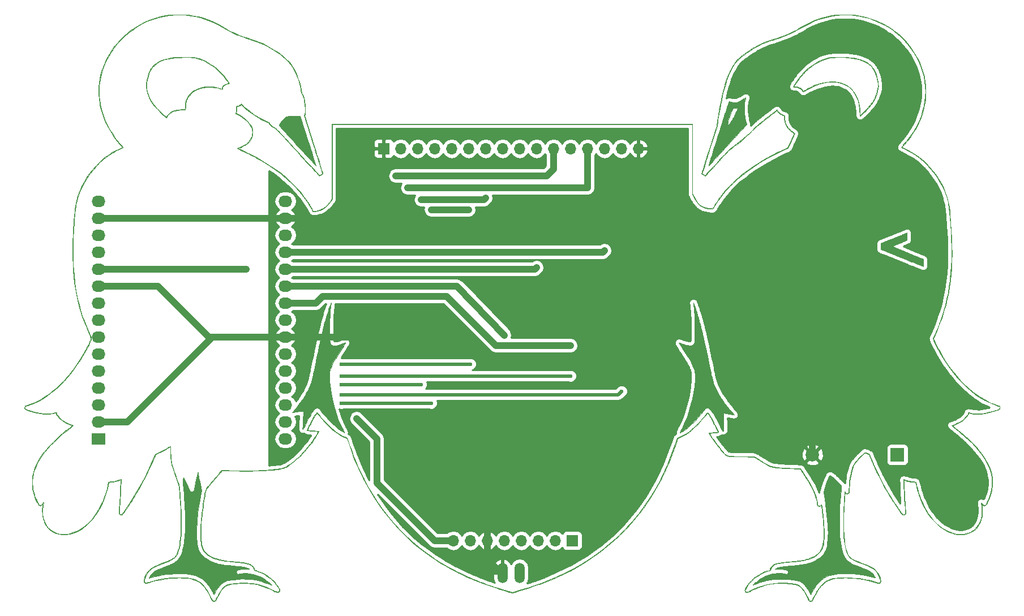
<source format=gtl>
G04 #@! TF.FileFunction,Copper,L1,Top,Signal*
%FSLAX46Y46*%
G04 Gerber Fmt 4.6, Leading zero omitted, Abs format (unit mm)*
G04 Created by KiCad (PCBNEW 4.0.4+e1-6308~48~ubuntu16.04.1-stable) date Sun Feb  5 22:21:47 2017*
%MOMM*%
%LPD*%
G01*
G04 APERTURE LIST*
%ADD10C,0.100000*%
%ADD11C,0.010000*%
%ADD12O,1.506220X3.014980*%
%ADD13O,2.032000X1.727200*%
%ADD14R,2.032000X1.727200*%
%ADD15R,1.700000X1.700000*%
%ADD16O,1.700000X1.700000*%
%ADD17R,2.000000X2.000000*%
%ADD18C,2.000000*%
%ADD19C,0.600000*%
%ADD20C,1.000000*%
%ADD21C,0.500000*%
%ADD22C,0.254000*%
G04 APERTURE END LIST*
D10*
D11*
G36*
X202908493Y-57904907D02*
X203176839Y-57908171D01*
X203425816Y-57913621D01*
X203645707Y-57921258D01*
X203826798Y-57931081D01*
X203959373Y-57943091D01*
X203960541Y-57943237D01*
X204815958Y-58077629D01*
X205643394Y-58262571D01*
X206445548Y-58498931D01*
X207225117Y-58787578D01*
X207984800Y-59129379D01*
X208529232Y-59413439D01*
X208724558Y-59526460D01*
X208952672Y-59666716D01*
X209200388Y-59825442D01*
X209454521Y-59993873D01*
X209701886Y-60163244D01*
X209929297Y-60324791D01*
X210123568Y-60469749D01*
X210154384Y-60493704D01*
X210792033Y-61028349D01*
X211387365Y-61599268D01*
X211938788Y-62203959D01*
X212444713Y-62839917D01*
X212903549Y-63504639D01*
X213313706Y-64195619D01*
X213673592Y-64910355D01*
X213981618Y-65646343D01*
X214236192Y-66401077D01*
X214435725Y-67172055D01*
X214455919Y-67265665D01*
X214565802Y-67896385D01*
X214637172Y-68556894D01*
X214669634Y-69232748D01*
X214662793Y-69909502D01*
X214616254Y-70572714D01*
X214558809Y-71028034D01*
X214410447Y-71812984D01*
X214204784Y-72588191D01*
X213942226Y-73352824D01*
X213623176Y-74106052D01*
X213248042Y-74847047D01*
X212817228Y-75574977D01*
X212331140Y-76289014D01*
X211790182Y-76988326D01*
X211456794Y-77380763D01*
X211351318Y-77502377D01*
X211261033Y-77609277D01*
X211192383Y-77693605D01*
X211151810Y-77747503D01*
X211143545Y-77762710D01*
X211169127Y-77783171D01*
X211237792Y-77820288D01*
X211338617Y-77868517D01*
X211442798Y-77914683D01*
X211848507Y-78102874D01*
X212275338Y-78327055D01*
X212707345Y-78578098D01*
X213128580Y-78846879D01*
X213401399Y-79035603D01*
X214022875Y-79514670D01*
X214612604Y-80037419D01*
X215168013Y-80599887D01*
X215686529Y-81198111D01*
X216165578Y-81828128D01*
X216602587Y-82485972D01*
X216994982Y-83167683D01*
X217340189Y-83869295D01*
X217635636Y-84586845D01*
X217878749Y-85316371D01*
X218066954Y-86053909D01*
X218116356Y-86297229D01*
X218146198Y-86459587D01*
X218172053Y-86613957D01*
X218195281Y-86771034D01*
X218217241Y-86941516D01*
X218239295Y-87136098D01*
X218262802Y-87365478D01*
X218289123Y-87640351D01*
X218294554Y-87698609D01*
X218403698Y-88987040D01*
X218486858Y-90225903D01*
X218543985Y-91417943D01*
X218575027Y-92565908D01*
X218579932Y-93672547D01*
X218558649Y-94740606D01*
X218511127Y-95772832D01*
X218437315Y-96771973D01*
X218337160Y-97740777D01*
X218210613Y-98681991D01*
X218074043Y-99508149D01*
X217884151Y-100451147D01*
X217653949Y-101395111D01*
X217381740Y-102345359D01*
X217065824Y-103307208D01*
X216704504Y-104285974D01*
X216296081Y-105286976D01*
X216044126Y-105863776D01*
X215808387Y-106391367D01*
X215889405Y-106584586D01*
X215969164Y-106767067D01*
X216070696Y-106987442D01*
X216187555Y-107232485D01*
X216313298Y-107488970D01*
X216441478Y-107743671D01*
X216565649Y-107983362D01*
X216629677Y-108103590D01*
X217100488Y-108934174D01*
X217605626Y-109743635D01*
X218141405Y-110527510D01*
X218704137Y-111281339D01*
X219290136Y-112000660D01*
X219895714Y-112681014D01*
X220517184Y-113317939D01*
X221150860Y-113906973D01*
X221793055Y-114443656D01*
X222005405Y-114607895D01*
X222571471Y-115011838D01*
X223152839Y-115378287D01*
X223742338Y-115703492D01*
X224332797Y-115983706D01*
X224917045Y-116215179D01*
X225346173Y-116354347D01*
X225521613Y-116414237D01*
X225645111Y-116478735D01*
X225723107Y-116553416D01*
X225762042Y-116643854D01*
X225769506Y-116720749D01*
X225766333Y-116807188D01*
X225752483Y-116877230D01*
X225721462Y-116935544D01*
X225666776Y-116986799D01*
X225581931Y-117035663D01*
X225460432Y-117086806D01*
X225295786Y-117144897D01*
X225083414Y-117213991D01*
X224476566Y-117391682D01*
X223894214Y-117529556D01*
X223339033Y-117627339D01*
X222813698Y-117684757D01*
X222320883Y-117701536D01*
X221863261Y-117677403D01*
X221443507Y-117612083D01*
X221366450Y-117594561D01*
X221226401Y-117561528D01*
X221133498Y-117543650D01*
X221078066Y-117542628D01*
X221050430Y-117560162D01*
X221040915Y-117597955D01*
X221039851Y-117651983D01*
X221035384Y-117708651D01*
X221017610Y-117763669D01*
X220979967Y-117828473D01*
X220915897Y-117914500D01*
X220826302Y-118024225D01*
X220484470Y-118393359D01*
X220115491Y-118712637D01*
X219721259Y-118980746D01*
X219303668Y-119196373D01*
X218930546Y-119337802D01*
X218818705Y-119376663D01*
X218731731Y-119412826D01*
X218682056Y-119440824D01*
X218675087Y-119450166D01*
X218697062Y-119476881D01*
X218758310Y-119533088D01*
X218851754Y-119612765D01*
X218970317Y-119709890D01*
X219106919Y-119818443D01*
X219120253Y-119828878D01*
X219855056Y-120418771D01*
X220533857Y-120996457D01*
X221157499Y-121563065D01*
X221726829Y-122119721D01*
X222242691Y-122667555D01*
X222705930Y-123207695D01*
X223117391Y-123741268D01*
X223477920Y-124269404D01*
X223788360Y-124793229D01*
X224049557Y-125313873D01*
X224262356Y-125832463D01*
X224427603Y-126350128D01*
X224546141Y-126867995D01*
X224588541Y-127130097D01*
X224611657Y-127358253D01*
X224624676Y-127626443D01*
X224627953Y-127918660D01*
X224621843Y-128218898D01*
X224606698Y-128511151D01*
X224582873Y-128779413D01*
X224550722Y-129007679D01*
X224546492Y-129030720D01*
X224438334Y-129496937D01*
X224288686Y-129980254D01*
X224103488Y-130463717D01*
X223888683Y-130930371D01*
X223863284Y-130980374D01*
X223779438Y-131139614D01*
X223711945Y-131253312D01*
X223652870Y-131329027D01*
X223594278Y-131374316D01*
X223528232Y-131396737D01*
X223446797Y-131403848D01*
X223418358Y-131404126D01*
X223316884Y-131399907D01*
X223249437Y-131381608D01*
X223191923Y-131340763D01*
X223165314Y-131315230D01*
X223108441Y-131264072D01*
X223069708Y-131239730D01*
X223062623Y-131240128D01*
X223060320Y-131273179D01*
X223065516Y-131350528D01*
X223077123Y-131458716D01*
X223085790Y-131526093D01*
X223105417Y-131724052D01*
X223117069Y-131958150D01*
X223120890Y-132211462D01*
X223117023Y-132467062D01*
X223105613Y-132708024D01*
X223086805Y-132917424D01*
X223073122Y-133014426D01*
X222972762Y-133461707D01*
X222827550Y-133876429D01*
X222638840Y-134256230D01*
X222407984Y-134598749D01*
X222136337Y-134901624D01*
X221854729Y-135140871D01*
X221508917Y-135362060D01*
X221134482Y-135534519D01*
X220735421Y-135657943D01*
X220315732Y-135732030D01*
X219879414Y-135756477D01*
X219430465Y-135730981D01*
X218972883Y-135655239D01*
X218510666Y-135528949D01*
X218204243Y-135417454D01*
X217709125Y-135188566D01*
X217226585Y-134904678D01*
X216758867Y-134568260D01*
X216308217Y-134181782D01*
X215876879Y-133747713D01*
X215467099Y-133268523D01*
X215081120Y-132746682D01*
X214721187Y-132184660D01*
X214389546Y-131584925D01*
X214088442Y-130949947D01*
X214038813Y-130834816D01*
X213895141Y-130485062D01*
X213763488Y-130138838D01*
X213640799Y-129786372D01*
X213524018Y-129417889D01*
X213410090Y-129023617D01*
X213295959Y-128593782D01*
X213178571Y-128118613D01*
X213143448Y-127970792D01*
X213131819Y-127942650D01*
X213105423Y-127923315D01*
X213053312Y-127909953D01*
X212964539Y-127899730D01*
X212831439Y-127890027D01*
X212446349Y-127846146D01*
X212051500Y-127767105D01*
X211700343Y-127666567D01*
X211585623Y-127628723D01*
X211492759Y-127599193D01*
X211434934Y-127582116D01*
X211422958Y-127579528D01*
X211413802Y-127607936D01*
X211408596Y-127690304D01*
X211407145Y-127822347D01*
X211409254Y-127999782D01*
X211414729Y-128218326D01*
X211423374Y-128473694D01*
X211434994Y-128761603D01*
X211449395Y-129077768D01*
X211466381Y-129417907D01*
X211485758Y-129777735D01*
X211507330Y-130152968D01*
X211530903Y-130539323D01*
X211556281Y-130932516D01*
X211583270Y-131328263D01*
X211611234Y-131716349D01*
X211626141Y-131929283D01*
X211638276Y-132126177D01*
X211647251Y-132298608D01*
X211652678Y-132438153D01*
X211654169Y-132536388D01*
X211651334Y-132584890D01*
X211651307Y-132584998D01*
X211598789Y-132683745D01*
X211505860Y-132759514D01*
X211389427Y-132800485D01*
X211337439Y-132804471D01*
X211242690Y-132795040D01*
X211162507Y-132773021D01*
X211149899Y-132766944D01*
X211099408Y-132722321D01*
X211022042Y-132631362D01*
X210920400Y-132498137D01*
X210797084Y-132326717D01*
X210654692Y-132121170D01*
X210495825Y-131885567D01*
X210323083Y-131623978D01*
X210139066Y-131340471D01*
X209946375Y-131039117D01*
X209747610Y-130723986D01*
X209545370Y-130399147D01*
X209342255Y-130068670D01*
X209140867Y-129736625D01*
X208943805Y-129407081D01*
X208753669Y-129084108D01*
X208573059Y-128771777D01*
X208404576Y-128474156D01*
X208385948Y-128440793D01*
X207827026Y-127398575D01*
X207289930Y-126315768D01*
X206772094Y-125186998D01*
X206276823Y-124021244D01*
X206164793Y-123747442D01*
X205872839Y-123634580D01*
X205753106Y-123588557D01*
X205655544Y-123551552D01*
X205591696Y-123527912D01*
X205572668Y-123521543D01*
X205543280Y-123541137D01*
X205479927Y-123595934D01*
X205389383Y-123679308D01*
X205278422Y-123784630D01*
X205153817Y-123905274D01*
X205022344Y-124034612D01*
X204890776Y-124166017D01*
X204765887Y-124292862D01*
X204654452Y-124408520D01*
X204563243Y-124506363D01*
X204542473Y-124529417D01*
X204354821Y-124743030D01*
X204202759Y-124925136D01*
X204080316Y-125085242D01*
X203981522Y-125232858D01*
X203900408Y-125377492D01*
X203831004Y-125528654D01*
X203767341Y-125695853D01*
X203718188Y-125842402D01*
X203605437Y-126215810D01*
X203509957Y-126585604D01*
X203430078Y-126961863D01*
X203364131Y-127354668D01*
X203310447Y-127774097D01*
X203267358Y-128230230D01*
X203233193Y-128733148D01*
X203229942Y-128791138D01*
X203218497Y-128975193D01*
X203205538Y-129143860D01*
X203192061Y-129286707D01*
X203179064Y-129393305D01*
X203167543Y-129453223D01*
X203166335Y-129456710D01*
X203117052Y-129530023D01*
X203052821Y-129580790D01*
X202950201Y-129613656D01*
X202835351Y-129621078D01*
X202733254Y-129603086D01*
X202688822Y-129580342D01*
X202637505Y-129546348D01*
X202607746Y-129548146D01*
X202590342Y-129593550D01*
X202578130Y-129674298D01*
X202569414Y-129758867D01*
X202558126Y-129893811D01*
X202544767Y-130071199D01*
X202529836Y-130283095D01*
X202513837Y-130521567D01*
X202497270Y-130778681D01*
X202480636Y-131046503D01*
X202464437Y-131317099D01*
X202449173Y-131582537D01*
X202435346Y-131834882D01*
X202423458Y-132066202D01*
X202414009Y-132268561D01*
X202413532Y-132279577D01*
X202403441Y-132560618D01*
X202395551Y-132877394D01*
X202389861Y-133219675D01*
X202386372Y-133577231D01*
X202385081Y-133939831D01*
X202385989Y-134297243D01*
X202389094Y-134639238D01*
X202394397Y-134955584D01*
X202401896Y-135236052D01*
X202411591Y-135470410D01*
X202413753Y-135510140D01*
X202454766Y-136092916D01*
X202508471Y-136629123D01*
X202574551Y-137117180D01*
X202652688Y-137555510D01*
X202742568Y-137942534D01*
X202843873Y-138276672D01*
X202956286Y-138556346D01*
X203064472Y-138756665D01*
X203182792Y-138924801D01*
X203318881Y-139078658D01*
X203478069Y-139221559D01*
X203665686Y-139356825D01*
X203887059Y-139487779D01*
X204147518Y-139617742D01*
X204452393Y-139750035D01*
X204807012Y-139887980D01*
X204982380Y-139952116D01*
X205251192Y-140049395D01*
X205473653Y-140131373D01*
X205658654Y-140201649D01*
X205815090Y-140263824D01*
X205951855Y-140321500D01*
X206077842Y-140378278D01*
X206201946Y-140437757D01*
X206288532Y-140480944D01*
X206668915Y-140699088D01*
X206997979Y-140944077D01*
X207277038Y-141217469D01*
X207507403Y-141520819D01*
X207690385Y-141855681D01*
X207827297Y-142223612D01*
X207860780Y-142345376D01*
X207900832Y-142513993D01*
X207922841Y-142639484D01*
X207927406Y-142734060D01*
X207915129Y-142809927D01*
X207887020Y-142878503D01*
X207826970Y-142959296D01*
X207743561Y-143007414D01*
X207631047Y-143023201D01*
X207483684Y-143006999D01*
X207295723Y-142959151D01*
X207176956Y-142920831D01*
X206609944Y-142747176D01*
X205998539Y-142595680D01*
X205352985Y-142467911D01*
X204683526Y-142365437D01*
X204000409Y-142289826D01*
X203313878Y-142242645D01*
X202634179Y-142225461D01*
X202632150Y-142225456D01*
X202113686Y-142233143D01*
X201645918Y-142259756D01*
X201223808Y-142306812D01*
X200842316Y-142375825D01*
X200496404Y-142468312D01*
X200181033Y-142585789D01*
X199891164Y-142729771D01*
X199621758Y-142901775D01*
X199367778Y-143103317D01*
X199201870Y-143257459D01*
X199055054Y-143407142D01*
X198920523Y-143556746D01*
X198793632Y-143713238D01*
X198669739Y-143883583D01*
X198544201Y-144074747D01*
X198412373Y-144293694D01*
X198269614Y-144547390D01*
X198111279Y-144842800D01*
X197990495Y-145074643D01*
X197899873Y-145246105D01*
X197814367Y-145400408D01*
X197738940Y-145529132D01*
X197678554Y-145623860D01*
X197638172Y-145676175D01*
X197633398Y-145680447D01*
X197542299Y-145723371D01*
X197427590Y-145739888D01*
X197313650Y-145729554D01*
X197224858Y-145691925D01*
X197219876Y-145687977D01*
X197189272Y-145647533D01*
X197137906Y-145562874D01*
X197070409Y-145442364D01*
X196991412Y-145294368D01*
X196905545Y-145127251D01*
X196868350Y-145052977D01*
X196670981Y-144671464D01*
X196483281Y-144343156D01*
X196301667Y-144064391D01*
X196122558Y-143831504D01*
X195942372Y-143640834D01*
X195757528Y-143488718D01*
X195564443Y-143371493D01*
X195359535Y-143285497D01*
X195139224Y-143227066D01*
X195070541Y-143214521D01*
X194324683Y-143109328D01*
X193613894Y-143047462D01*
X192933884Y-143029121D01*
X192280361Y-143054504D01*
X191649034Y-143123807D01*
X191035611Y-143237227D01*
X190435802Y-143394963D01*
X190311690Y-143433571D01*
X190029647Y-143527264D01*
X189755213Y-143626430D01*
X189477010Y-143735733D01*
X189183658Y-143859838D01*
X188863781Y-144003410D01*
X188505998Y-144171114D01*
X188464771Y-144190789D01*
X188284326Y-144276186D01*
X188147708Y-144338308D01*
X188046621Y-144380196D01*
X187972767Y-144404886D01*
X187917846Y-144415418D01*
X187873562Y-144414830D01*
X187859082Y-144412568D01*
X187727379Y-144363607D01*
X187638204Y-144274861D01*
X187592839Y-144147689D01*
X187590167Y-144127885D01*
X187586079Y-144059880D01*
X187593887Y-143996860D01*
X187618195Y-143924064D01*
X187663608Y-143826731D01*
X187715263Y-143726902D01*
X187898690Y-143420667D01*
X188127615Y-143106463D01*
X188392305Y-142795265D01*
X188683028Y-142498052D01*
X188990050Y-142225801D01*
X189173069Y-142082683D01*
X189564029Y-141815614D01*
X189977870Y-141575871D01*
X190400933Y-141370341D01*
X190819560Y-141205909D01*
X191063586Y-141129656D01*
X191360601Y-141046572D01*
X191394939Y-140911969D01*
X191480716Y-140690719D01*
X191618248Y-140496416D01*
X191807456Y-140329122D01*
X192048262Y-140188902D01*
X192340586Y-140075817D01*
X192494898Y-140032276D01*
X192628900Y-140000341D01*
X192770241Y-139971199D01*
X192925550Y-139943983D01*
X193101456Y-139917826D01*
X193304589Y-139891860D01*
X193541578Y-139865219D01*
X193819052Y-139837037D01*
X194143641Y-139806446D01*
X194395264Y-139783771D01*
X194843354Y-139742242D01*
X195239493Y-139701557D01*
X195590090Y-139660641D01*
X195901553Y-139618422D01*
X196180290Y-139573826D01*
X196432711Y-139525782D01*
X196665223Y-139473215D01*
X196884235Y-139415052D01*
X197096156Y-139350221D01*
X197207666Y-139312832D01*
X197637336Y-139141760D01*
X198022215Y-138940773D01*
X198360305Y-138711267D01*
X198649610Y-138454636D01*
X198888135Y-138172276D01*
X198933899Y-138106392D01*
X199064137Y-137868815D01*
X199173004Y-137577445D01*
X199260504Y-137232220D01*
X199326641Y-136833079D01*
X199371420Y-136379961D01*
X199394844Y-135872807D01*
X199396917Y-135311554D01*
X199377643Y-134696142D01*
X199337027Y-134026510D01*
X199275072Y-133302598D01*
X199259675Y-133146893D01*
X199244110Y-132999522D01*
X199224590Y-132825066D01*
X199202161Y-132631874D01*
X199177868Y-132428295D01*
X199152754Y-132222680D01*
X199127867Y-132023378D01*
X199104249Y-131838740D01*
X199082947Y-131677116D01*
X199065006Y-131546854D01*
X199051469Y-131456305D01*
X199043382Y-131413820D01*
X199042545Y-131411866D01*
X199016083Y-131419833D01*
X198955550Y-131447912D01*
X198922342Y-131464799D01*
X198783288Y-131510519D01*
X198650977Y-131503778D01*
X198535693Y-131445921D01*
X198496935Y-131409087D01*
X198446355Y-131335413D01*
X198415229Y-131241065D01*
X198399373Y-131137226D01*
X198347407Y-130770711D01*
X198271678Y-130406587D01*
X198169989Y-130039625D01*
X198040141Y-129664597D01*
X197879939Y-129276275D01*
X197687184Y-128869431D01*
X197459680Y-128438836D01*
X197195230Y-127979262D01*
X196891636Y-127485481D01*
X196812232Y-127360563D01*
X196688400Y-127166360D01*
X196552936Y-126953034D01*
X196417058Y-126738306D01*
X196291980Y-126539896D01*
X196202411Y-126397115D01*
X196112270Y-126253743D01*
X196031779Y-126127208D01*
X195966425Y-126026022D01*
X195921698Y-125958695D01*
X195903990Y-125934436D01*
X195869789Y-125927626D01*
X195784381Y-125919935D01*
X195654934Y-125911740D01*
X195488618Y-125903418D01*
X195292604Y-125895345D01*
X195074059Y-125887899D01*
X194949449Y-125884278D01*
X194525882Y-125870500D01*
X194103274Y-125852557D01*
X193688693Y-125830965D01*
X193289207Y-125806242D01*
X192911886Y-125778904D01*
X192563798Y-125749470D01*
X192252010Y-125718456D01*
X191983593Y-125686378D01*
X191765615Y-125653755D01*
X191742265Y-125649665D01*
X191597026Y-125617681D01*
X191446141Y-125571394D01*
X191284102Y-125507985D01*
X191105402Y-125424632D01*
X190904535Y-125318517D01*
X190675991Y-125186819D01*
X190414265Y-125026719D01*
X190113848Y-124835397D01*
X189972255Y-124743384D01*
X189790206Y-124626018D01*
X189608998Y-124511938D01*
X189439269Y-124407641D01*
X189291661Y-124319622D01*
X189176811Y-124254376D01*
X189136056Y-124232859D01*
X188894675Y-124110776D01*
X187194562Y-124095821D01*
X186778322Y-124091998D01*
X186415949Y-124087871D01*
X186102922Y-124082715D01*
X185834717Y-124075808D01*
X185606814Y-124066426D01*
X185414690Y-124053845D01*
X185253823Y-124037343D01*
X185119691Y-124016196D01*
X185007772Y-123989681D01*
X184913544Y-123957074D01*
X184832485Y-123917652D01*
X184760073Y-123870692D01*
X184691786Y-123815470D01*
X184623101Y-123751262D01*
X184549497Y-123677347D01*
X184544097Y-123671844D01*
X184341934Y-123456537D01*
X184116770Y-123200356D01*
X183875868Y-122912361D01*
X183626494Y-122601612D01*
X183375911Y-122277169D01*
X183131383Y-121948093D01*
X182900176Y-121623443D01*
X182890192Y-121609069D01*
X182783592Y-121452540D01*
X182674480Y-121287217D01*
X182567728Y-121121032D01*
X182468208Y-120961914D01*
X182380793Y-120817793D01*
X182310356Y-120696600D01*
X182261768Y-120606265D01*
X182239902Y-120554718D01*
X182239161Y-120549481D01*
X182250924Y-120529432D01*
X182290768Y-120513197D01*
X182365529Y-120499707D01*
X182482042Y-120487891D01*
X182647141Y-120476677D01*
X182735483Y-120471736D01*
X182912517Y-120460187D01*
X183087127Y-120445097D01*
X183248879Y-120427753D01*
X183387335Y-120409441D01*
X183492062Y-120391449D01*
X183552624Y-120375062D01*
X183561516Y-120369888D01*
X183553493Y-120340450D01*
X183521608Y-120265875D01*
X183469158Y-120152715D01*
X183399442Y-120007522D01*
X183315760Y-119836847D01*
X183221409Y-119647243D01*
X183119688Y-119445261D01*
X183013895Y-119237454D01*
X182907330Y-119030372D01*
X182803291Y-118830569D01*
X182705076Y-118644596D01*
X182615985Y-118479004D01*
X182543177Y-118347204D01*
X182454863Y-118194753D01*
X182361904Y-118042106D01*
X182269849Y-117897549D01*
X182184246Y-117769362D01*
X182110645Y-117665831D01*
X182054594Y-117595238D01*
X182021644Y-117565866D01*
X182019506Y-117565505D01*
X181985802Y-117587570D01*
X181932891Y-117644663D01*
X181887066Y-117704183D01*
X181747038Y-117889240D01*
X181570840Y-118105240D01*
X181365898Y-118344281D01*
X181139638Y-118598463D01*
X180899486Y-118859885D01*
X180652868Y-119120646D01*
X180407211Y-119372845D01*
X180169941Y-119608582D01*
X179948484Y-119819955D01*
X179750266Y-119999063D01*
X179650514Y-120083699D01*
X179267427Y-120387305D01*
X178908686Y-120646540D01*
X178566917Y-120866061D01*
X178234749Y-121050521D01*
X177904809Y-121204578D01*
X177819527Y-121239805D01*
X177533292Y-121354992D01*
X177262578Y-122168122D01*
X176774616Y-123550650D01*
X176244698Y-124892979D01*
X175672887Y-126195007D01*
X175059243Y-127456634D01*
X174403828Y-128677757D01*
X173706705Y-129858276D01*
X172967934Y-130998088D01*
X172187578Y-132097092D01*
X171365697Y-133155187D01*
X170502355Y-134172272D01*
X169597612Y-135148244D01*
X169020898Y-135727775D01*
X168062720Y-136626239D01*
X167068648Y-137482066D01*
X166037707Y-138295853D01*
X164968926Y-139068196D01*
X163861330Y-139799691D01*
X162713948Y-140490936D01*
X161525806Y-141142527D01*
X160295931Y-141755060D01*
X159023350Y-142329133D01*
X157707090Y-142865341D01*
X156868357Y-143179141D01*
X156692712Y-143241595D01*
X156482558Y-143314455D01*
X156243270Y-143395991D01*
X155980224Y-143484470D01*
X155698797Y-143578163D01*
X155404364Y-143675338D01*
X155102302Y-143774264D01*
X154797986Y-143873210D01*
X154496794Y-143970444D01*
X154204101Y-144064236D01*
X153925284Y-144152855D01*
X153665718Y-144234570D01*
X153430780Y-144307649D01*
X153225845Y-144370362D01*
X153056291Y-144420977D01*
X152927492Y-144457763D01*
X152844827Y-144478990D01*
X152816920Y-144483666D01*
X152773810Y-144474867D01*
X152680426Y-144449558D01*
X152541997Y-144409367D01*
X152363751Y-144355926D01*
X152150916Y-144290864D01*
X151908720Y-144215812D01*
X151642392Y-144132401D01*
X151357159Y-144042259D01*
X151058250Y-143947017D01*
X150750892Y-143848307D01*
X150440314Y-143747756D01*
X150131743Y-143646997D01*
X150095023Y-143634945D01*
X149328402Y-143377537D01*
X148609041Y-143123829D01*
X147926361Y-142869541D01*
X147269779Y-142610392D01*
X146628715Y-142342099D01*
X145992588Y-142060382D01*
X145350815Y-141760958D01*
X144796058Y-141490861D01*
X144049968Y-141111948D01*
X143347534Y-140735521D01*
X142674952Y-140353677D01*
X142018419Y-139958516D01*
X141364132Y-139542132D01*
X141175828Y-139418264D01*
X140065783Y-138648692D01*
X138996980Y-137837873D01*
X137969368Y-136985748D01*
X136982893Y-136092258D01*
X136037503Y-135157343D01*
X135133146Y-134180944D01*
X134269769Y-133163001D01*
X133447321Y-132103455D01*
X132665748Y-131002246D01*
X131924999Y-129859316D01*
X131225021Y-128674604D01*
X130565761Y-127448051D01*
X130476704Y-127272977D01*
X130119381Y-126547071D01*
X129785023Y-125827938D01*
X129468772Y-125103874D01*
X129165770Y-124363177D01*
X128871159Y-123594143D01*
X128580080Y-122785070D01*
X128417900Y-122313362D01*
X128092885Y-121353517D01*
X127909617Y-121284621D01*
X127723997Y-121206482D01*
X127506762Y-121101456D01*
X127272950Y-120977765D01*
X127037602Y-120843634D01*
X126815756Y-120707286D01*
X126645884Y-120593575D01*
X126203374Y-120260724D01*
X125750345Y-119878708D01*
X125293542Y-119454145D01*
X124839706Y-118993653D01*
X124395580Y-118503848D01*
X123967907Y-117991348D01*
X123875789Y-117875053D01*
X123785156Y-117761416D01*
X123706643Y-117666535D01*
X123647475Y-117598880D01*
X123614880Y-117566924D01*
X123611734Y-117565505D01*
X123574727Y-117590651D01*
X123514422Y-117662691D01*
X123434107Y-117776531D01*
X123337067Y-117927076D01*
X123226588Y-118109233D01*
X123105956Y-118317908D01*
X122980876Y-118543551D01*
X122883102Y-118725136D01*
X122780359Y-118918880D01*
X122676100Y-119117981D01*
X122573775Y-119315636D01*
X122476838Y-119505044D01*
X122388739Y-119679401D01*
X122312932Y-119831906D01*
X122252866Y-119955757D01*
X122211995Y-120044150D01*
X122193770Y-120090284D01*
X122193457Y-120095280D01*
X122235302Y-120109698D01*
X122331552Y-120126012D01*
X122478267Y-120143803D01*
X122671505Y-120162651D01*
X122907327Y-120182136D01*
X123181792Y-120201839D01*
X123214623Y-120204032D01*
X123397213Y-120217023D01*
X123559805Y-120230277D01*
X123693459Y-120242925D01*
X123789233Y-120254102D01*
X123838188Y-120262940D01*
X123842306Y-120264895D01*
X123840224Y-120301402D01*
X123810206Y-120379904D01*
X123756199Y-120493479D01*
X123682145Y-120635203D01*
X123591991Y-120798153D01*
X123489682Y-120975404D01*
X123379161Y-121160033D01*
X123264375Y-121345116D01*
X123149268Y-121523731D01*
X123037785Y-121688953D01*
X123001038Y-121741367D01*
X122691873Y-122161801D01*
X122365461Y-122576571D01*
X122025568Y-122982222D01*
X121675960Y-123375299D01*
X121320403Y-123752346D01*
X120962663Y-124109909D01*
X120606507Y-124444533D01*
X120255701Y-124752763D01*
X119914010Y-125031143D01*
X119585200Y-125276220D01*
X119273039Y-125484538D01*
X118981291Y-125652641D01*
X118713723Y-125777076D01*
X118534793Y-125838648D01*
X118342117Y-125884908D01*
X118095997Y-125930296D01*
X117801378Y-125974337D01*
X117463205Y-126016556D01*
X117086424Y-126056478D01*
X116675981Y-126093631D01*
X116236819Y-126127538D01*
X115773886Y-126157726D01*
X115292125Y-126183720D01*
X114796483Y-126205046D01*
X114666403Y-126209752D01*
X114425433Y-126216421D01*
X114134379Y-126221633D01*
X113801531Y-126225426D01*
X113435176Y-126227838D01*
X113043604Y-126228904D01*
X112635101Y-126228663D01*
X112217957Y-126227151D01*
X111800460Y-126224405D01*
X111390899Y-126220463D01*
X110997562Y-126215361D01*
X110628736Y-126209136D01*
X110292712Y-126201826D01*
X109997777Y-126193468D01*
X109850378Y-126188216D01*
X109382035Y-126169935D01*
X109046694Y-126590076D01*
X108935704Y-126726344D01*
X108794713Y-126895128D01*
X108632917Y-127085670D01*
X108459514Y-127287206D01*
X108283700Y-127488978D01*
X108122086Y-127671902D01*
X107883547Y-127940950D01*
X107681528Y-128171948D01*
X107512684Y-128369514D01*
X107373672Y-128538264D01*
X107261147Y-128682814D01*
X107171765Y-128807780D01*
X107102182Y-128917779D01*
X107049052Y-129017426D01*
X107009033Y-129111340D01*
X106978778Y-129204134D01*
X106960641Y-129275098D01*
X106899990Y-129555432D01*
X106835986Y-129885660D01*
X106769857Y-130257466D01*
X106702834Y-130662532D01*
X106636147Y-131092542D01*
X106571025Y-131539179D01*
X106508698Y-131994126D01*
X106450395Y-132449067D01*
X106397346Y-132895685D01*
X106350781Y-133325663D01*
X106328576Y-133549988D01*
X106307736Y-133802299D01*
X106289591Y-134088702D01*
X106274329Y-134399509D01*
X106262135Y-134725028D01*
X106253198Y-135055572D01*
X106247703Y-135381451D01*
X106245839Y-135692975D01*
X106247791Y-135980454D01*
X106253747Y-136234200D01*
X106263894Y-136444523D01*
X106270991Y-136534607D01*
X106310861Y-136895967D01*
X106359499Y-137207241D01*
X106419940Y-137476450D01*
X106495215Y-137711616D01*
X106588360Y-137920762D01*
X106702405Y-138111910D01*
X106840385Y-138293082D01*
X107002610Y-138469550D01*
X107182979Y-138640913D01*
X107361588Y-138785350D01*
X107554911Y-138914346D01*
X107779420Y-139039382D01*
X107922265Y-139110676D01*
X108183928Y-139227148D01*
X108462759Y-139330561D01*
X108764496Y-139422156D01*
X109094883Y-139503172D01*
X109459659Y-139574848D01*
X109864567Y-139638424D01*
X110315347Y-139695141D01*
X110817741Y-139746237D01*
X110900196Y-139753698D01*
X111284857Y-139788270D01*
X111616868Y-139818890D01*
X111901779Y-139846291D01*
X112145142Y-139871209D01*
X112352508Y-139894375D01*
X112529429Y-139916524D01*
X112681456Y-139938389D01*
X112814140Y-139960704D01*
X112933034Y-139984203D01*
X113043688Y-140009619D01*
X113151655Y-140037685D01*
X113241926Y-140063149D01*
X113512411Y-140157147D01*
X113734990Y-140269909D01*
X113918420Y-140406098D01*
X113960799Y-140445939D01*
X114048384Y-140546950D01*
X114129448Y-140665994D01*
X114194698Y-140786619D01*
X114234841Y-140892376D01*
X114243069Y-140945640D01*
X114249197Y-140987041D01*
X114273619Y-141020694D01*
X114325397Y-141051624D01*
X114413590Y-141084853D01*
X114547260Y-141125404D01*
X114588556Y-141137193D01*
X115076965Y-141303236D01*
X115554657Y-141519381D01*
X116015278Y-141780737D01*
X116452476Y-142082409D01*
X116859896Y-142419506D01*
X117231186Y-142787134D01*
X117559992Y-143180399D01*
X117839961Y-143594410D01*
X117889704Y-143679568D01*
X117962052Y-143812144D01*
X118007257Y-143911194D01*
X118030855Y-143991578D01*
X118038384Y-144068155D01*
X118038472Y-144078764D01*
X118014805Y-144220122D01*
X117946537Y-144327069D01*
X117837768Y-144394456D01*
X117774018Y-144410964D01*
X117730418Y-144415715D01*
X117684293Y-144412758D01*
X117627518Y-144399108D01*
X117551971Y-144371782D01*
X117449526Y-144327795D01*
X117312060Y-144264163D01*
X117131448Y-144177901D01*
X117105333Y-144165330D01*
X116556463Y-143910947D01*
X116041792Y-143693981D01*
X115552915Y-143511918D01*
X115081429Y-143362242D01*
X114618929Y-143242441D01*
X114157012Y-143149999D01*
X113687273Y-143082402D01*
X113381805Y-143051291D01*
X113116225Y-143034830D01*
X112823118Y-143028214D01*
X112510341Y-143030736D01*
X112185754Y-143041692D01*
X111857215Y-143060376D01*
X111532582Y-143086083D01*
X111219714Y-143118108D01*
X110926469Y-143155747D01*
X110660707Y-143198293D01*
X110430285Y-143245042D01*
X110243062Y-143295288D01*
X110114808Y-143344439D01*
X109943243Y-143439074D01*
X109781430Y-143554982D01*
X109625680Y-143696856D01*
X109472307Y-143869389D01*
X109317626Y-144077273D01*
X109157948Y-144325203D01*
X108989588Y-144617870D01*
X108808859Y-144959968D01*
X108742371Y-145091506D01*
X108654222Y-145263661D01*
X108571625Y-145417585D01*
X108499244Y-145545118D01*
X108441744Y-145638102D01*
X108403791Y-145688377D01*
X108398544Y-145692884D01*
X108302525Y-145731284D01*
X108184613Y-145739724D01*
X108069720Y-145719380D01*
X107984858Y-145673379D01*
X107951208Y-145629355D01*
X107895858Y-145541453D01*
X107823529Y-145417863D01*
X107738944Y-145266777D01*
X107646825Y-145096387D01*
X107589868Y-144988230D01*
X107415406Y-144658560D01*
X107259375Y-144375593D01*
X107117079Y-144132418D01*
X106983820Y-143922124D01*
X106854900Y-143737798D01*
X106725623Y-143572530D01*
X106591291Y-143419409D01*
X106447205Y-143271522D01*
X106377408Y-143204343D01*
X106109611Y-142975268D01*
X105825232Y-142781415D01*
X105517512Y-142620019D01*
X105179694Y-142488316D01*
X104805022Y-142383542D01*
X104386736Y-142302933D01*
X104068472Y-142259878D01*
X103892784Y-142244863D01*
X103670387Y-142234076D01*
X103412802Y-142227440D01*
X103131551Y-142224875D01*
X102838157Y-142226306D01*
X102544141Y-142231655D01*
X102261026Y-142240843D01*
X102000333Y-142253794D01*
X101773585Y-142270431D01*
X101718242Y-142275689D01*
X100932928Y-142369099D01*
X100198382Y-142486005D01*
X99511665Y-142626983D01*
X98869842Y-142792606D01*
X98498436Y-142906208D01*
X98295614Y-142968428D01*
X98137619Y-143006945D01*
X98016065Y-143022099D01*
X97922568Y-143014227D01*
X97848743Y-142983672D01*
X97790120Y-142934911D01*
X97740368Y-142875541D01*
X97715721Y-142816961D01*
X97708750Y-142735617D01*
X97709561Y-142679451D01*
X97727095Y-142524788D01*
X97768746Y-142337492D01*
X97829288Y-142135411D01*
X97903494Y-141936393D01*
X97970238Y-141789272D01*
X98154875Y-141471611D01*
X98373934Y-141192372D01*
X98525591Y-141037872D01*
X98683319Y-140898471D01*
X98851823Y-140769429D01*
X99037545Y-140647386D01*
X99246923Y-140528980D01*
X99486398Y-140410850D01*
X99762410Y-140289635D01*
X100081399Y-140161975D01*
X100449805Y-140024507D01*
X100506633Y-140003949D01*
X100907639Y-139854235D01*
X101255470Y-139712869D01*
X101554352Y-139577491D01*
X101808509Y-139445738D01*
X102022168Y-139315249D01*
X102199552Y-139183664D01*
X102344889Y-139048620D01*
X102458464Y-138913148D01*
X102596713Y-138693541D01*
X102721099Y-138429459D01*
X102832031Y-138119122D01*
X102929924Y-137760749D01*
X103015188Y-137352559D01*
X103088236Y-136892771D01*
X103149481Y-136379604D01*
X103199333Y-135811276D01*
X103209636Y-135666655D01*
X103219646Y-135479053D01*
X103227836Y-135241941D01*
X103234206Y-134964172D01*
X103238758Y-134654596D01*
X103241490Y-134322067D01*
X103242404Y-133975436D01*
X103241501Y-133623556D01*
X103238779Y-133275279D01*
X103234241Y-132939456D01*
X103227885Y-132624941D01*
X103219714Y-132340586D01*
X103209726Y-132095242D01*
X103209479Y-132090218D01*
X103194207Y-131798288D01*
X103176195Y-131484049D01*
X103155952Y-131154371D01*
X103133987Y-130816125D01*
X103110810Y-130476183D01*
X103086930Y-130141416D01*
X103062857Y-129818695D01*
X103039100Y-129514891D01*
X103016169Y-129236876D01*
X102994573Y-128991520D01*
X102974821Y-128785694D01*
X102957423Y-128626271D01*
X102946478Y-128542977D01*
X102932447Y-128485326D01*
X102900827Y-128378311D01*
X102853493Y-128227616D01*
X102792317Y-128038929D01*
X102719175Y-127817935D01*
X102635939Y-127570321D01*
X102544484Y-127301773D01*
X102446685Y-127017978D01*
X102393237Y-126864241D01*
X102285612Y-126553530D01*
X102184848Y-126258562D01*
X102092719Y-125984779D01*
X102011003Y-125737621D01*
X101941474Y-125522528D01*
X101885908Y-125344942D01*
X101846082Y-125210302D01*
X101823771Y-125124050D01*
X101821464Y-125112517D01*
X101784735Y-124877046D01*
X101750868Y-124596560D01*
X101720879Y-124284405D01*
X101695781Y-123953927D01*
X101676590Y-123618473D01*
X101664320Y-123291390D01*
X101659987Y-122988551D01*
X101658934Y-122848823D01*
X101656155Y-122733016D01*
X101652053Y-122652077D01*
X101647033Y-122616951D01*
X101646232Y-122616310D01*
X101618190Y-122631472D01*
X101550822Y-122673033D01*
X101453452Y-122735103D01*
X101335406Y-122811793D01*
X101301955Y-122833744D01*
X100926573Y-123064012D01*
X100517550Y-123285492D01*
X100099494Y-123485364D01*
X99838972Y-123595858D01*
X99455598Y-123749613D01*
X99370683Y-123963938D01*
X98963843Y-124943770D01*
X98512234Y-125944229D01*
X98020817Y-126955342D01*
X97494551Y-127967134D01*
X96938397Y-128969632D01*
X96556260Y-129623206D01*
X96377533Y-129919683D01*
X96191958Y-130222203D01*
X96002376Y-130526497D01*
X95811626Y-130828297D01*
X95622548Y-131123336D01*
X95437980Y-131407344D01*
X95260764Y-131676055D01*
X95093737Y-131925200D01*
X94939741Y-132150511D01*
X94801614Y-132347719D01*
X94682196Y-132512557D01*
X94584326Y-132640757D01*
X94510845Y-132728050D01*
X94464592Y-132770169D01*
X94461510Y-132771760D01*
X94334133Y-132803487D01*
X94206049Y-132791044D01*
X94093941Y-132739020D01*
X94014488Y-132652007D01*
X94012379Y-132648152D01*
X94001462Y-132622674D01*
X93993163Y-132588479D01*
X93987649Y-132540694D01*
X93985086Y-132474449D01*
X93985643Y-132384874D01*
X93989486Y-132267096D01*
X93996780Y-132116245D01*
X94007694Y-131927450D01*
X94022394Y-131695839D01*
X94041047Y-131416543D01*
X94063820Y-131084690D01*
X94067982Y-131024586D01*
X94093282Y-130639252D01*
X94119350Y-130203389D01*
X94145774Y-129724849D01*
X94172139Y-129211481D01*
X94198032Y-128671135D01*
X94223038Y-128111662D01*
X94229401Y-127962681D01*
X94235929Y-127798816D01*
X94238817Y-127684940D01*
X94237337Y-127612725D01*
X94230760Y-127573842D01*
X94218358Y-127559961D01*
X94199403Y-127562755D01*
X94194594Y-127564651D01*
X93828505Y-127694315D01*
X93432477Y-127796415D01*
X93030665Y-127865370D01*
X92791248Y-127888893D01*
X92655487Y-127899036D01*
X92567202Y-127909372D01*
X92515536Y-127922734D01*
X92489635Y-127941958D01*
X92478643Y-127969880D01*
X92478494Y-127970575D01*
X92287206Y-128776882D01*
X92061805Y-129550278D01*
X91803479Y-130288730D01*
X91513415Y-130990206D01*
X91192800Y-131652672D01*
X90842821Y-132274096D01*
X90464664Y-132852445D01*
X90059517Y-133385686D01*
X89628568Y-133871787D01*
X89173002Y-134308714D01*
X88694007Y-134694435D01*
X88454533Y-134861849D01*
X87975831Y-135151529D01*
X87496244Y-135383422D01*
X87014060Y-135558125D01*
X86527565Y-135676237D01*
X86035045Y-135738353D01*
X85923529Y-135744660D01*
X85465207Y-135740049D01*
X85031810Y-135685251D01*
X84625304Y-135580864D01*
X84247657Y-135427488D01*
X83900836Y-135225721D01*
X83686462Y-135063573D01*
X83392597Y-134787829D01*
X83144654Y-134488189D01*
X82939084Y-134158676D01*
X82772334Y-133793311D01*
X82640852Y-133386116D01*
X82605042Y-133243436D01*
X82566080Y-133031167D01*
X82537102Y-132777261D01*
X82518656Y-132497704D01*
X82511288Y-132208483D01*
X82515546Y-131925583D01*
X82531977Y-131664991D01*
X82546598Y-131535505D01*
X82563370Y-131406002D01*
X82575626Y-131299934D01*
X82582075Y-131229314D01*
X82581987Y-131206084D01*
X82558760Y-131219941D01*
X82508316Y-131264442D01*
X82470686Y-131300969D01*
X82398091Y-131365351D01*
X82331747Y-131395631D01*
X82242323Y-131404004D01*
X82222570Y-131404126D01*
X82133097Y-131398145D01*
X82058936Y-131375398D01*
X81992752Y-131328676D01*
X81927207Y-131250771D01*
X81854964Y-131134476D01*
X81768687Y-130972582D01*
X81754023Y-130943804D01*
X81496097Y-130381845D01*
X81287119Y-129810696D01*
X81130029Y-129239087D01*
X81057760Y-128875151D01*
X81033363Y-128682572D01*
X81016138Y-128448083D01*
X81006082Y-128186337D01*
X81003195Y-127911987D01*
X81007475Y-127639685D01*
X81018919Y-127384083D01*
X81037525Y-127159834D01*
X81057992Y-127010397D01*
X81169471Y-126490747D01*
X81323231Y-125975272D01*
X81520444Y-125462391D01*
X81762284Y-124950524D01*
X82049922Y-124438091D01*
X82384532Y-123923512D01*
X82767286Y-123405207D01*
X83199356Y-122881595D01*
X83681917Y-122351098D01*
X84216140Y-121812134D01*
X84803197Y-121263124D01*
X85444263Y-120702487D01*
X86140509Y-120128643D01*
X86201977Y-120079442D01*
X86357717Y-119955381D01*
X86506866Y-119837164D01*
X86640279Y-119731994D01*
X86748817Y-119647070D01*
X86823336Y-119589595D01*
X86836075Y-119579988D01*
X86909868Y-119520275D01*
X86959803Y-119471180D01*
X86973515Y-119448609D01*
X86947850Y-119427676D01*
X86878689Y-119396849D01*
X86778880Y-119361541D01*
X86733556Y-119347468D01*
X86529621Y-119275101D01*
X86299524Y-119174701D01*
X86061852Y-119055741D01*
X85835193Y-118927698D01*
X85638134Y-118800045D01*
X85587782Y-118763403D01*
X85317442Y-118541044D01*
X85050128Y-118286118D01*
X84808806Y-118020939D01*
X84751048Y-117950432D01*
X84667612Y-117842110D01*
X84616234Y-117763005D01*
X84589712Y-117699112D01*
X84580843Y-117636425D01*
X84580541Y-117618860D01*
X84576121Y-117543734D01*
X84559541Y-117515323D01*
X84535809Y-117518033D01*
X84439874Y-117548058D01*
X84305231Y-117581444D01*
X84151069Y-117613952D01*
X83996575Y-117641344D01*
X83938242Y-117650021D01*
X83548146Y-117689215D01*
X83147161Y-117699110D01*
X82729793Y-117678961D01*
X82290549Y-117628021D01*
X81823936Y-117545544D01*
X81324461Y-117430785D01*
X80786630Y-117282996D01*
X80427113Y-117173064D01*
X80240166Y-117111689D01*
X80101726Y-117059285D01*
X80003730Y-117010373D01*
X79938109Y-116959475D01*
X79896798Y-116901113D01*
X79871729Y-116829809D01*
X79863239Y-116790135D01*
X79864755Y-116732733D01*
X79938472Y-116732733D01*
X79945460Y-116808184D01*
X79971128Y-116870555D01*
X80022532Y-116924773D01*
X80106726Y-116975763D01*
X80230764Y-117028451D01*
X80401703Y-117087764D01*
X80485504Y-117114673D01*
X81073887Y-117289793D01*
X81620348Y-117428937D01*
X82128679Y-117532454D01*
X82602672Y-117600697D01*
X83046119Y-117634015D01*
X83462814Y-117632759D01*
X83856548Y-117597280D01*
X84231113Y-117527929D01*
X84419873Y-117478509D01*
X84522948Y-117449633D01*
X84603833Y-117428610D01*
X84646420Y-117419607D01*
X84647926Y-117419528D01*
X84658401Y-117445152D01*
X84657175Y-117509828D01*
X84652771Y-117545789D01*
X84645893Y-117607093D01*
X84650821Y-117657206D01*
X84673739Y-117709893D01*
X84720831Y-117778917D01*
X84798280Y-117878041D01*
X84806892Y-117888835D01*
X85119432Y-118241246D01*
X85463231Y-118557066D01*
X85829325Y-118828765D01*
X86154826Y-119021222D01*
X86279222Y-119081738D01*
X86426684Y-119146441D01*
X86585125Y-119210811D01*
X86742457Y-119270326D01*
X86886595Y-119320467D01*
X87005451Y-119356711D01*
X87086939Y-119374539D01*
X87102342Y-119375620D01*
X87144806Y-119388987D01*
X87135877Y-119428682D01*
X87075970Y-119494102D01*
X86965499Y-119584641D01*
X86952311Y-119594586D01*
X86869363Y-119657925D01*
X86751297Y-119749678D01*
X86608510Y-119861681D01*
X86451403Y-119985772D01*
X86290371Y-120113789D01*
X86260252Y-120137833D01*
X85557314Y-120714807D01*
X84909802Y-121278717D01*
X84316580Y-121831008D01*
X83776515Y-122373123D01*
X83288473Y-122906508D01*
X82851319Y-123432607D01*
X82463919Y-123952864D01*
X82125139Y-124468723D01*
X81833843Y-124981629D01*
X81588899Y-125493027D01*
X81389172Y-126004361D01*
X81233527Y-126517074D01*
X81225096Y-126549753D01*
X81165103Y-126803988D01*
X81121172Y-127040182D01*
X81091278Y-127275758D01*
X81073396Y-127528143D01*
X81065501Y-127814760D01*
X81064713Y-127929873D01*
X81068203Y-128239306D01*
X81082002Y-128509488D01*
X81108543Y-128759024D01*
X81150258Y-129006522D01*
X81209582Y-129270588D01*
X81270417Y-129502852D01*
X81333021Y-129712404D01*
X81409168Y-129936826D01*
X81495269Y-130168025D01*
X81587737Y-130397907D01*
X81682984Y-130618378D01*
X81777423Y-130821343D01*
X81867466Y-130998708D01*
X81949526Y-131142380D01*
X82020015Y-131244263D01*
X82061141Y-131286850D01*
X82165110Y-131340572D01*
X82269483Y-131337628D01*
X82375324Y-131277565D01*
X82483696Y-131159927D01*
X82536506Y-131083532D01*
X82601756Y-130995222D01*
X82656081Y-130945875D01*
X82693248Y-130937993D01*
X82707024Y-130974076D01*
X82701596Y-131017287D01*
X82657851Y-131233390D01*
X82625876Y-131425828D01*
X82603987Y-131611769D01*
X82590501Y-131808379D01*
X82583734Y-132032827D01*
X82582040Y-132236195D01*
X82585901Y-132536158D01*
X82600265Y-132792825D01*
X82627300Y-133020693D01*
X82669170Y-133234257D01*
X82728042Y-133448016D01*
X82791096Y-133635203D01*
X82962375Y-134030293D01*
X83177589Y-134388991D01*
X83433290Y-134709029D01*
X83726030Y-134988136D01*
X84052361Y-135224043D01*
X84408834Y-135414479D01*
X84792001Y-135557175D01*
X85198413Y-135649861D01*
X85624622Y-135690267D01*
X85908931Y-135687506D01*
X86387636Y-135634810D01*
X86866085Y-135525811D01*
X87341548Y-135362544D01*
X87811298Y-135147045D01*
X88272605Y-134881350D01*
X88722742Y-134567494D01*
X89158979Y-134207513D01*
X89578588Y-133803442D01*
X89978840Y-133357316D01*
X90357007Y-132871171D01*
X90710360Y-132347043D01*
X90965946Y-131915046D01*
X91286477Y-131295252D01*
X91583079Y-130630154D01*
X91852352Y-129929113D01*
X92090894Y-129201489D01*
X92295305Y-128456640D01*
X92419565Y-127914328D01*
X92429455Y-127889781D01*
X92453471Y-127871397D01*
X92501005Y-127856980D01*
X92581448Y-127844335D01*
X92704189Y-127831264D01*
X92819905Y-127820722D01*
X93268112Y-127759351D01*
X93700345Y-127657470D01*
X94020860Y-127550186D01*
X94129050Y-127509847D01*
X94217367Y-127479353D01*
X94270926Y-127463763D01*
X94278159Y-127462747D01*
X94289738Y-127489868D01*
X94295800Y-127571892D01*
X94296365Y-127709808D01*
X94291456Y-127904607D01*
X94289222Y-127966367D01*
X94271606Y-128400663D01*
X94250889Y-128862486D01*
X94227812Y-129337594D01*
X94203118Y-129811747D01*
X94177549Y-130270705D01*
X94151847Y-130700227D01*
X94126757Y-131086072D01*
X94125970Y-131097574D01*
X94103679Y-131422597D01*
X94085138Y-131694403D01*
X94070194Y-131918038D01*
X94058698Y-132098546D01*
X94050500Y-132240972D01*
X94045448Y-132350360D01*
X94043393Y-132431755D01*
X94044184Y-132490201D01*
X94047671Y-132530743D01*
X94053704Y-132558426D01*
X94062131Y-132578293D01*
X94072803Y-132595390D01*
X94080952Y-132607529D01*
X94145262Y-132674547D01*
X94216447Y-132718509D01*
X94278982Y-132738004D01*
X94336827Y-132737899D01*
X94395722Y-132713311D01*
X94461411Y-132659360D01*
X94539636Y-132571162D01*
X94636139Y-132443835D01*
X94756663Y-132272498D01*
X94778659Y-132240529D01*
X95612562Y-130987789D01*
X96390743Y-129739867D01*
X97112848Y-128497414D01*
X97778522Y-127261083D01*
X98387410Y-126031526D01*
X98939158Y-124809395D01*
X99312292Y-123905547D01*
X99397207Y-123691222D01*
X99780581Y-123537467D01*
X100287465Y-123312770D01*
X100791399Y-123048654D01*
X101265807Y-122759096D01*
X101285776Y-122745864D01*
X101416464Y-122660245D01*
X101531118Y-122587559D01*
X101620525Y-122533459D01*
X101675472Y-122503601D01*
X101687213Y-122499528D01*
X101701395Y-122528441D01*
X101711364Y-122614339D01*
X101717021Y-122755961D01*
X101718377Y-122900965D01*
X101722842Y-123221911D01*
X101735372Y-123561458D01*
X101754986Y-123906515D01*
X101780703Y-124243992D01*
X101811540Y-124560798D01*
X101846516Y-124843840D01*
X101879854Y-125054126D01*
X101898232Y-125129443D01*
X101934500Y-125254298D01*
X101986883Y-125423251D01*
X102053606Y-125630861D01*
X102132892Y-125871688D01*
X102222965Y-126140292D01*
X102322051Y-126431231D01*
X102428372Y-126739065D01*
X102451628Y-126805850D01*
X102552017Y-127095392D01*
X102647049Y-127372683D01*
X102734848Y-127632035D01*
X102813542Y-127867764D01*
X102881257Y-128074182D01*
X102936118Y-128245604D01*
X102976251Y-128376342D01*
X102999783Y-128460711D01*
X103004868Y-128484586D01*
X103020191Y-128605480D01*
X103038246Y-128777824D01*
X103058527Y-128994769D01*
X103080524Y-129249463D01*
X103103730Y-129535058D01*
X103127636Y-129844702D01*
X103151734Y-130171545D01*
X103175516Y-130508738D01*
X103198474Y-130849430D01*
X103220098Y-131186770D01*
X103239881Y-131513909D01*
X103257314Y-131823996D01*
X103268075Y-132031827D01*
X103277818Y-132268210D01*
X103285872Y-132544853D01*
X103292235Y-132853185D01*
X103296908Y-133184635D01*
X103299890Y-133530631D01*
X103301180Y-133882601D01*
X103300780Y-134231975D01*
X103298687Y-134570180D01*
X103294901Y-134888645D01*
X103289423Y-135178798D01*
X103282252Y-135432069D01*
X103273387Y-135639885D01*
X103268252Y-135725046D01*
X103221020Y-136305315D01*
X103162715Y-136830026D01*
X103092906Y-137301036D01*
X103011163Y-137720200D01*
X102917059Y-138089371D01*
X102810162Y-138410407D01*
X102690044Y-138685161D01*
X102556275Y-138915490D01*
X102516855Y-138971539D01*
X102398378Y-139112143D01*
X102251921Y-139247016D01*
X102073258Y-139378518D01*
X101858163Y-139509011D01*
X101602411Y-139640857D01*
X101301778Y-139776417D01*
X100952037Y-139918052D01*
X100565023Y-140062339D01*
X100189060Y-140201476D01*
X99863431Y-140330327D01*
X99581695Y-140452254D01*
X99337412Y-140570618D01*
X99124143Y-140688779D01*
X98935448Y-140810100D01*
X98764886Y-140937940D01*
X98606017Y-141075662D01*
X98583981Y-141096263D01*
X98320362Y-141384534D01*
X98103226Y-141707703D01*
X97933727Y-142063857D01*
X97850047Y-142310756D01*
X97801902Y-142496297D01*
X97779433Y-142638415D01*
X97782776Y-142746199D01*
X97812069Y-142828735D01*
X97858747Y-142887055D01*
X97929971Y-142938805D01*
X97999434Y-142964789D01*
X98009466Y-142965505D01*
X98062556Y-142956707D01*
X98157941Y-142932678D01*
X98282628Y-142896971D01*
X98423624Y-142853136D01*
X98440045Y-142847817D01*
X99046746Y-142669251D01*
X99695238Y-142515012D01*
X100388877Y-142384440D01*
X101131022Y-142276878D01*
X101659851Y-142217075D01*
X101866881Y-142200070D01*
X102112691Y-142186378D01*
X102386264Y-142176069D01*
X102676583Y-142169212D01*
X102972630Y-142165880D01*
X103263387Y-142166142D01*
X103537837Y-142170069D01*
X103784963Y-142177731D01*
X103993747Y-142189199D01*
X104126862Y-142201288D01*
X104578572Y-142266882D01*
X104981925Y-142354445D01*
X105343712Y-142466756D01*
X105670723Y-142606593D01*
X105969748Y-142776735D01*
X106247578Y-142979958D01*
X106435799Y-143145952D01*
X106585853Y-143293742D01*
X106724025Y-143443634D01*
X106855012Y-143602539D01*
X106983511Y-143777369D01*
X107114221Y-143975034D01*
X107251838Y-144202447D01*
X107401060Y-144466518D01*
X107566585Y-144774160D01*
X107648259Y-144929839D01*
X107742632Y-145107884D01*
X107832307Y-145271542D01*
X107912560Y-145412622D01*
X107978670Y-145522932D01*
X108025915Y-145594281D01*
X108043249Y-145614988D01*
X108143238Y-145670463D01*
X108253322Y-145673026D01*
X108340153Y-145634493D01*
X108373198Y-145594671D01*
X108426812Y-145510352D01*
X108496330Y-145389695D01*
X108577087Y-145240858D01*
X108664418Y-145072001D01*
X108683980Y-145033115D01*
X108869880Y-144672710D01*
X109042127Y-144363370D01*
X109204408Y-144100400D01*
X109360411Y-143879109D01*
X109513821Y-143694803D01*
X109668325Y-143542790D01*
X109827609Y-143418376D01*
X109995361Y-143316868D01*
X110056417Y-143286048D01*
X110196308Y-143233332D01*
X110386894Y-143183496D01*
X110620518Y-143137203D01*
X110889528Y-143095115D01*
X111186267Y-143057896D01*
X111503081Y-143026208D01*
X111832316Y-143000715D01*
X112166317Y-142982080D01*
X112497428Y-142970966D01*
X112817996Y-142968036D01*
X113120366Y-142973953D01*
X113396882Y-142989380D01*
X113440196Y-142992946D01*
X113942772Y-143049393D01*
X114431991Y-143131714D01*
X114916557Y-143242489D01*
X115405175Y-143384300D01*
X115906550Y-143559729D01*
X116429387Y-143771356D01*
X116982390Y-144021764D01*
X117101364Y-144078648D01*
X117309318Y-144177541D01*
X117472627Y-144250877D01*
X117598395Y-144300153D01*
X117693722Y-144326865D01*
X117765709Y-144332509D01*
X117821460Y-144318583D01*
X117868075Y-144286581D01*
X117904497Y-144247863D01*
X117954042Y-144169453D01*
X117979268Y-144091328D01*
X117980081Y-144078764D01*
X117961568Y-143996275D01*
X117909566Y-143878041D01*
X117829376Y-143731962D01*
X117726301Y-143565933D01*
X117605644Y-143387854D01*
X117472707Y-143205621D01*
X117332793Y-143027134D01*
X117191205Y-142860289D01*
X117084457Y-142744803D01*
X116710132Y-142393055D01*
X116296846Y-142069206D01*
X115854697Y-141779378D01*
X115393781Y-141529697D01*
X114924197Y-141326287D01*
X114530165Y-141195584D01*
X114383798Y-141152435D01*
X114285157Y-141117857D01*
X114225182Y-141086825D01*
X114194811Y-141054317D01*
X114184986Y-141015309D01*
X114184679Y-141004031D01*
X114165988Y-140916903D01*
X114116111Y-140804144D01*
X114044342Y-140682204D01*
X113959972Y-140567536D01*
X113902409Y-140504330D01*
X113727728Y-140361283D01*
X113516175Y-140242876D01*
X113258995Y-140144445D01*
X113183536Y-140121539D01*
X113073637Y-140090757D01*
X112965595Y-140063226D01*
X112853859Y-140038212D01*
X112732877Y-140014983D01*
X112597097Y-139992803D01*
X112440968Y-139970941D01*
X112258939Y-139948662D01*
X112045458Y-139925233D01*
X111794973Y-139899919D01*
X111501934Y-139871989D01*
X111160789Y-139840706D01*
X110841805Y-139812089D01*
X110330939Y-139761749D01*
X109872572Y-139705980D01*
X109460963Y-139643542D01*
X109090371Y-139573196D01*
X108755054Y-139493702D01*
X108449272Y-139403820D01*
X108167283Y-139302311D01*
X107903346Y-139187934D01*
X107863874Y-139169067D01*
X107615173Y-139041309D01*
X107406724Y-138915914D01*
X107222055Y-138781396D01*
X107044693Y-138626273D01*
X106944219Y-138527940D01*
X106779564Y-138348578D01*
X106641870Y-138167105D01*
X106528098Y-137975493D01*
X106435212Y-137765714D01*
X106360176Y-137529742D01*
X106299952Y-137259547D01*
X106251504Y-136947101D01*
X106212710Y-136594175D01*
X106200495Y-136414421D01*
X106192286Y-136185872D01*
X106187911Y-135917975D01*
X106187194Y-135620176D01*
X106189960Y-135301921D01*
X106196037Y-134972656D01*
X106205249Y-134641828D01*
X106217422Y-134318883D01*
X106232382Y-134013266D01*
X106249954Y-133734425D01*
X106269963Y-133491805D01*
X106269983Y-133491597D01*
X106312766Y-133072625D01*
X106362653Y-132632827D01*
X106418418Y-132180493D01*
X106478836Y-131723915D01*
X106542681Y-131271383D01*
X106608726Y-130831185D01*
X106675745Y-130411614D01*
X106742511Y-130020958D01*
X106807800Y-129667509D01*
X106870384Y-129359556D01*
X106902250Y-129216707D01*
X106927414Y-129121754D01*
X106959858Y-129029112D01*
X107002926Y-128934166D01*
X107059964Y-128832300D01*
X107134315Y-128718897D01*
X107229323Y-128589340D01*
X107348334Y-128439013D01*
X107494691Y-128263301D01*
X107671739Y-128057586D01*
X107882821Y-127817253D01*
X108063696Y-127613512D01*
X108233233Y-127421549D01*
X108409138Y-127219547D01*
X108582214Y-127018266D01*
X108743263Y-126828468D01*
X108883089Y-126660914D01*
X108988303Y-126531624D01*
X109323644Y-126111422D01*
X109878357Y-126129756D01*
X110220075Y-126139723D01*
X110597573Y-126148374D01*
X111002568Y-126155672D01*
X111426779Y-126161579D01*
X111861925Y-126166057D01*
X112299724Y-126169068D01*
X112731896Y-126170575D01*
X113150158Y-126170539D01*
X113546230Y-126168922D01*
X113911830Y-126165688D01*
X114238676Y-126160798D01*
X114518489Y-126154214D01*
X114608012Y-126151356D01*
X115106421Y-126131320D01*
X115592236Y-126106493D01*
X116060510Y-126077348D01*
X116506298Y-126044361D01*
X116924655Y-126008005D01*
X117310633Y-125968756D01*
X117659288Y-125927087D01*
X117965674Y-125883473D01*
X118224844Y-125838389D01*
X118431853Y-125792309D01*
X118476403Y-125780257D01*
X118728347Y-125688383D01*
X119006035Y-125550053D01*
X119305611Y-125369143D01*
X119623224Y-125149531D01*
X119955019Y-124895094D01*
X120297142Y-124609708D01*
X120645740Y-124297252D01*
X120996959Y-123961603D01*
X121346945Y-123606637D01*
X121691845Y-123236232D01*
X122027804Y-122854265D01*
X122350970Y-122464614D01*
X122657489Y-122071155D01*
X122943506Y-121677766D01*
X123205169Y-121288324D01*
X123438623Y-120906707D01*
X123587744Y-120637707D01*
X123657356Y-120502151D01*
X123699722Y-120409043D01*
X123717649Y-120350767D01*
X123713944Y-120319708D01*
X123707330Y-120313383D01*
X123665074Y-120302990D01*
X123576443Y-120291611D01*
X123453413Y-120280468D01*
X123307958Y-120270782D01*
X123269399Y-120268727D01*
X123030640Y-120254849D01*
X122793209Y-120237786D01*
X122570806Y-120218727D01*
X122377129Y-120198862D01*
X122225876Y-120179384D01*
X122206115Y-120176316D01*
X122124910Y-120151922D01*
X122096633Y-120114480D01*
X122096633Y-120114242D01*
X122109833Y-120075928D01*
X122147190Y-119992745D01*
X122205340Y-119871320D01*
X122280916Y-119718284D01*
X122370553Y-119540264D01*
X122470886Y-119343888D01*
X122578549Y-119135785D01*
X122690177Y-118922583D01*
X122802405Y-118710911D01*
X122911868Y-118507397D01*
X122920969Y-118490627D01*
X123062020Y-118236204D01*
X123193019Y-118010280D01*
X123311333Y-117816873D01*
X123414330Y-117660002D01*
X123499376Y-117543684D01*
X123563839Y-117471938D01*
X123603698Y-117448724D01*
X123633848Y-117470534D01*
X123692574Y-117530718D01*
X123772802Y-117621404D01*
X123867458Y-117734721D01*
X123925115Y-117806367D01*
X124236060Y-118186018D01*
X124563825Y-118564213D01*
X124900078Y-118932210D01*
X125236488Y-119281264D01*
X125564721Y-119602634D01*
X125876448Y-119887574D01*
X126047378Y-120033511D01*
X126394347Y-120307136D01*
X126748915Y-120560586D01*
X127101946Y-120788188D01*
X127444307Y-120984270D01*
X127766863Y-121143158D01*
X127968008Y-121226230D01*
X128151276Y-121295126D01*
X128476291Y-122254971D01*
X128767507Y-123091382D01*
X129059553Y-123881243D01*
X129357289Y-124636259D01*
X129665570Y-125368131D01*
X129989256Y-126088563D01*
X130333205Y-126809257D01*
X130535095Y-127214586D01*
X131188657Y-128447001D01*
X131882931Y-129637568D01*
X132617968Y-130786345D01*
X133393822Y-131893391D01*
X134210544Y-132958767D01*
X135068187Y-133982531D01*
X135966803Y-134964743D01*
X136906445Y-135905463D01*
X137887165Y-136804750D01*
X138909014Y-137662663D01*
X139972047Y-138479261D01*
X141076314Y-139254605D01*
X141234219Y-139359873D01*
X141890397Y-139783765D01*
X142544881Y-140184179D01*
X143211473Y-140569019D01*
X143903977Y-140946186D01*
X144636197Y-141323583D01*
X144854449Y-141432470D01*
X145355729Y-141676916D01*
X145849690Y-141909432D01*
X146341914Y-142132153D01*
X146837980Y-142347215D01*
X147343469Y-142556753D01*
X147863962Y-142762902D01*
X148405040Y-142967800D01*
X148972282Y-143173580D01*
X149571269Y-143382379D01*
X150207582Y-143596332D01*
X150886801Y-143817576D01*
X151614507Y-144048245D01*
X152017822Y-144173832D01*
X152816597Y-144421186D01*
X153608971Y-144173181D01*
X154185009Y-143992042D01*
X154710529Y-143824905D01*
X155191183Y-143669821D01*
X155632625Y-143524842D01*
X156040505Y-143388020D01*
X156420478Y-143257406D01*
X156778194Y-143131053D01*
X157119307Y-143007012D01*
X157449468Y-142883335D01*
X157774331Y-142758073D01*
X158099546Y-142629279D01*
X158167552Y-142601949D01*
X159482767Y-142043457D01*
X160756104Y-141444480D01*
X161987495Y-140805058D01*
X163176871Y-140125231D01*
X164324164Y-139405041D01*
X165429304Y-138644527D01*
X166492224Y-137843730D01*
X167145138Y-137314407D01*
X168153581Y-136435509D01*
X169120427Y-135515654D01*
X170045635Y-134554904D01*
X170929164Y-133553321D01*
X171770972Y-132510968D01*
X172571018Y-131427908D01*
X173329261Y-130304203D01*
X174045659Y-129139914D01*
X174720171Y-127935106D01*
X175352755Y-126689840D01*
X175943371Y-125404179D01*
X176491977Y-124078185D01*
X176998532Y-122711921D01*
X177204187Y-122109732D01*
X177474901Y-121296602D01*
X177761137Y-121181414D01*
X178094077Y-121033240D01*
X178427467Y-120855381D01*
X178768635Y-120643210D01*
X179124908Y-120392098D01*
X179503614Y-120097420D01*
X179592124Y-120025085D01*
X179802851Y-119842614D01*
X180040340Y-119621638D01*
X180296629Y-119370598D01*
X180563758Y-119097935D01*
X180833765Y-118812089D01*
X181098690Y-118521500D01*
X181350572Y-118234610D01*
X181581450Y-117959859D01*
X181783363Y-117705687D01*
X181798940Y-117685295D01*
X181878492Y-117585949D01*
X181949061Y-117507152D01*
X182001224Y-117458932D01*
X182021239Y-117448724D01*
X182059098Y-117473185D01*
X182120558Y-117542190D01*
X182200990Y-117649171D01*
X182295764Y-117787557D01*
X182400251Y-117950781D01*
X182509820Y-118132274D01*
X182542094Y-118187748D01*
X182602229Y-118294778D01*
X182679049Y-118435812D01*
X182769168Y-118604259D01*
X182869200Y-118793531D01*
X182975758Y-118997039D01*
X183085456Y-119208194D01*
X183194908Y-119420406D01*
X183300727Y-119627087D01*
X183399528Y-119821647D01*
X183487924Y-119997498D01*
X183562529Y-120148050D01*
X183619957Y-120266714D01*
X183656821Y-120346902D01*
X183669736Y-120381950D01*
X183645614Y-120423647D01*
X183618644Y-120437783D01*
X183534175Y-120455833D01*
X183404290Y-120475153D01*
X183241905Y-120494325D01*
X183059933Y-120511926D01*
X182871289Y-120526537D01*
X182741686Y-120534250D01*
X182602919Y-120543216D01*
X182486475Y-120554296D01*
X182404149Y-120566116D01*
X182367739Y-120577301D01*
X182367307Y-120577864D01*
X182372642Y-120619193D01*
X182409726Y-120701983D01*
X182475200Y-120821038D01*
X182565702Y-120971164D01*
X182677872Y-121147165D01*
X182808347Y-121343848D01*
X182953767Y-121556016D01*
X183110772Y-121778476D01*
X183275999Y-122006032D01*
X183393404Y-122163781D01*
X183637000Y-122481525D01*
X183879968Y-122786782D01*
X184115277Y-123071119D01*
X184335895Y-123326103D01*
X184534790Y-123543299D01*
X184600323Y-123611231D01*
X184674800Y-123686250D01*
X184743937Y-123751458D01*
X184812259Y-123807581D01*
X184884292Y-123855347D01*
X184964559Y-123895483D01*
X185057587Y-123928715D01*
X185167898Y-123955770D01*
X185300019Y-123977376D01*
X185458474Y-123994260D01*
X185647787Y-124007148D01*
X185872484Y-124016768D01*
X186137089Y-124023846D01*
X186446126Y-124029110D01*
X186804121Y-124033286D01*
X187215599Y-124037101D01*
X187252953Y-124037430D01*
X188953066Y-124052385D01*
X189194447Y-124174468D01*
X189289563Y-124226320D01*
X189422602Y-124304098D01*
X189582924Y-124401306D01*
X189759889Y-124511449D01*
X189942859Y-124628031D01*
X190030646Y-124684993D01*
X190349283Y-124890523D01*
X190626876Y-125063626D01*
X190868931Y-125207121D01*
X191080956Y-125323827D01*
X191268459Y-125416566D01*
X191436946Y-125488156D01*
X191591925Y-125541417D01*
X191738904Y-125579170D01*
X191800656Y-125591274D01*
X192011832Y-125623929D01*
X192274330Y-125656103D01*
X192581082Y-125687278D01*
X192925019Y-125716938D01*
X193299073Y-125744566D01*
X193696174Y-125769644D01*
X194109255Y-125791656D01*
X194531246Y-125810083D01*
X194955080Y-125824410D01*
X195007840Y-125825887D01*
X195235553Y-125832840D01*
X195444601Y-125840621D01*
X195627813Y-125848856D01*
X195778021Y-125857166D01*
X195888055Y-125865175D01*
X195950745Y-125872507D01*
X195962381Y-125876046D01*
X195985227Y-125907851D01*
X196033373Y-125980760D01*
X196101329Y-126086260D01*
X196183606Y-126215841D01*
X196260801Y-126338724D01*
X196367845Y-126509278D01*
X196495238Y-126711236D01*
X196631765Y-126926877D01*
X196766208Y-127138481D01*
X196870623Y-127302172D01*
X197184544Y-127805934D01*
X197458711Y-128274256D01*
X197695306Y-128712328D01*
X197896512Y-129125339D01*
X198064511Y-129518480D01*
X198201486Y-129896939D01*
X198309619Y-130265908D01*
X198391093Y-130630576D01*
X198448090Y-130996132D01*
X198457357Y-131075334D01*
X198493480Y-131242495D01*
X198560031Y-131360798D01*
X198657881Y-131431742D01*
X198666806Y-131435310D01*
X198757731Y-131442592D01*
X198856550Y-131411250D01*
X198939315Y-131351604D01*
X198972748Y-131303459D01*
X199015221Y-131241734D01*
X199055564Y-131237105D01*
X199087064Y-131288459D01*
X199095578Y-131323839D01*
X199113177Y-131432172D01*
X199135734Y-131587882D01*
X199161907Y-131780299D01*
X199190353Y-131998750D01*
X199219729Y-132232563D01*
X199248692Y-132471066D01*
X199275900Y-132703588D01*
X199300009Y-132919456D01*
X199318112Y-133092322D01*
X199382087Y-133805257D01*
X199426575Y-134472526D01*
X199451604Y-135092924D01*
X199457202Y-135665243D01*
X199443397Y-136188278D01*
X199410217Y-136660821D01*
X199357689Y-137081666D01*
X199285843Y-137449607D01*
X199210906Y-137715933D01*
X199082433Y-138012841D01*
X198899990Y-138293303D01*
X198666255Y-138555042D01*
X198383902Y-138795779D01*
X198055608Y-139013237D01*
X197684049Y-139205137D01*
X197271903Y-139369203D01*
X197266056Y-139371223D01*
X197055295Y-139440019D01*
X196840836Y-139501579D01*
X196616269Y-139556975D01*
X196375186Y-139607280D01*
X196111180Y-139653567D01*
X195817840Y-139696911D01*
X195488760Y-139738383D01*
X195117530Y-139779057D01*
X194697741Y-139820006D01*
X194453655Y-139842162D01*
X194093155Y-139874892D01*
X193784289Y-139904622D01*
X193520426Y-139932220D01*
X193294938Y-139958551D01*
X193101194Y-139984484D01*
X192932566Y-140010884D01*
X192782425Y-140038620D01*
X192644140Y-140068557D01*
X192553288Y-140090667D01*
X192236906Y-140191044D01*
X191972006Y-140318587D01*
X191758666Y-140473231D01*
X191596965Y-140654915D01*
X191486983Y-140863575D01*
X191453330Y-140970360D01*
X191418992Y-141104963D01*
X191121977Y-141188047D01*
X190712600Y-141324434D01*
X190290570Y-141506062D01*
X189869543Y-141726046D01*
X189463180Y-141977499D01*
X189231460Y-142141074D01*
X188921396Y-142391975D01*
X188621545Y-142674110D01*
X188341636Y-142976515D01*
X188091396Y-143288225D01*
X187880553Y-143598275D01*
X187774910Y-143782910D01*
X187700337Y-143935821D01*
X187660406Y-144051782D01*
X187654605Y-144140466D01*
X187682422Y-144211547D01*
X187743346Y-144274698D01*
X187748673Y-144278943D01*
X187819672Y-144320287D01*
X187899366Y-144333067D01*
X187998126Y-144315844D01*
X188126323Y-144267181D01*
X188246699Y-144209851D01*
X188880252Y-143908388D01*
X189495232Y-143648500D01*
X190087166Y-143431896D01*
X190651581Y-143260285D01*
X190895134Y-143198256D01*
X191533714Y-143073894D01*
X192205179Y-142997332D01*
X192908870Y-142968577D01*
X193644129Y-142987637D01*
X194410296Y-143054516D01*
X195128931Y-143156131D01*
X195400000Y-143219895D01*
X195637094Y-143319139D01*
X195854725Y-143461459D01*
X196053008Y-143639772D01*
X196193472Y-143791986D01*
X196327549Y-143959691D01*
X196460188Y-144150566D01*
X196596342Y-144372288D01*
X196740962Y-144632534D01*
X196898999Y-144938983D01*
X196926741Y-144994586D01*
X197014118Y-145167265D01*
X197096580Y-145324354D01*
X197169498Y-145457490D01*
X197228240Y-145558306D01*
X197268175Y-145618439D01*
X197278267Y-145629586D01*
X197374130Y-145674434D01*
X197481809Y-145669488D01*
X197575007Y-145622057D01*
X197611250Y-145578296D01*
X197668391Y-145490602D01*
X197741470Y-145367392D01*
X197825523Y-145217084D01*
X197915589Y-145048097D01*
X197932105Y-145016252D01*
X198103897Y-144687991D01*
X198256909Y-144406251D01*
X198395784Y-144164067D01*
X198525166Y-143954474D01*
X198649698Y-143770507D01*
X198774024Y-143605199D01*
X198902785Y-143451586D01*
X199040627Y-143302702D01*
X199143479Y-143199069D01*
X199383404Y-142981648D01*
X199633791Y-142793622D01*
X199899731Y-142633476D01*
X200186315Y-142499697D01*
X200498635Y-142390770D01*
X200841781Y-142305181D01*
X201220843Y-142241417D01*
X201640914Y-142197964D01*
X202107083Y-142173307D01*
X202617552Y-142165925D01*
X203331271Y-142182704D01*
X204046104Y-142230631D01*
X204752704Y-142308297D01*
X205441723Y-142414292D01*
X206103814Y-142547205D01*
X206729629Y-142705627D01*
X207235346Y-142862440D01*
X207400898Y-142916286D01*
X207523009Y-142948840D01*
X207612109Y-142961338D01*
X207678628Y-142955016D01*
X207732997Y-142931111D01*
X207745423Y-142922875D01*
X207811436Y-142861241D01*
X207847184Y-142783650D01*
X207854294Y-142679423D01*
X207834396Y-142537882D01*
X207816473Y-142456677D01*
X207698473Y-142072334D01*
X207534481Y-141721635D01*
X207323344Y-141403188D01*
X207063912Y-141115601D01*
X206755032Y-140857483D01*
X206395554Y-140627443D01*
X206230142Y-140539335D01*
X206102320Y-140476027D01*
X205978579Y-140417836D01*
X205850022Y-140361161D01*
X205707757Y-140302400D01*
X205542891Y-140237953D01*
X205346528Y-140164218D01*
X205109776Y-140077596D01*
X204923989Y-140010507D01*
X204545497Y-139868974D01*
X204219123Y-139734574D01*
X203939538Y-139603983D01*
X203701413Y-139473881D01*
X203499419Y-139340946D01*
X203328227Y-139201856D01*
X203182507Y-139053289D01*
X203056930Y-138891924D01*
X203006081Y-138815056D01*
X202880778Y-138578349D01*
X202767798Y-138286249D01*
X202667260Y-137940461D01*
X202579282Y-137542694D01*
X202503981Y-137094654D01*
X202441475Y-136598047D01*
X202391881Y-136054582D01*
X202355318Y-135465965D01*
X202331904Y-134833903D01*
X202321756Y-134160103D01*
X202324991Y-133446271D01*
X202341729Y-132694116D01*
X202372086Y-131905344D01*
X202416181Y-131081661D01*
X202443255Y-130659643D01*
X202464413Y-130347194D01*
X202482166Y-130088024D01*
X202497021Y-129877156D01*
X202509483Y-129709608D01*
X202520058Y-129580403D01*
X202529251Y-129484560D01*
X202537567Y-129417100D01*
X202545511Y-129373043D01*
X202553590Y-129347410D01*
X202562309Y-129335221D01*
X202572172Y-129331497D01*
X202578086Y-129331252D01*
X202613586Y-129354503D01*
X202617552Y-129372450D01*
X202640781Y-129421505D01*
X202697689Y-129479850D01*
X202769106Y-129531941D01*
X202835865Y-129562237D01*
X202854805Y-129564816D01*
X202955178Y-129541256D01*
X203047361Y-129481368D01*
X203106741Y-129401341D01*
X203107944Y-129398319D01*
X203119226Y-129344559D01*
X203132102Y-129242896D01*
X203145574Y-129103761D01*
X203158646Y-128937582D01*
X203170320Y-128754792D01*
X203171552Y-128732747D01*
X203204845Y-128224129D01*
X203246883Y-127763392D01*
X203299332Y-127340457D01*
X203363864Y-126945244D01*
X203442145Y-126567672D01*
X203535847Y-126197663D01*
X203646636Y-125825137D01*
X203659797Y-125784011D01*
X203723262Y-125597442D01*
X203787802Y-125434507D01*
X203859451Y-125285543D01*
X203944240Y-125140886D01*
X204048204Y-124990873D01*
X204177376Y-124825840D01*
X204337789Y-124636123D01*
X204471460Y-124483952D01*
X204564699Y-124382226D01*
X204678966Y-124262768D01*
X204807627Y-124131975D01*
X204944047Y-123996244D01*
X205081589Y-123861973D01*
X205213620Y-123735557D01*
X205333504Y-123623395D01*
X205434605Y-123531883D01*
X205510288Y-123467419D01*
X205553919Y-123436399D01*
X205559899Y-123434574D01*
X205593789Y-123445092D01*
X205670376Y-123473116D01*
X205778197Y-123514343D01*
X205902035Y-123562981D01*
X206223184Y-123690594D01*
X206335214Y-123963625D01*
X206511352Y-124389826D01*
X206672617Y-124772829D01*
X206824272Y-125124245D01*
X206971579Y-125455685D01*
X207119802Y-125778761D01*
X207274203Y-126105082D01*
X207440045Y-126446260D01*
X207622591Y-126813907D01*
X207669806Y-126908034D01*
X208070596Y-127686784D01*
X208481010Y-128445605D01*
X208907989Y-129196436D01*
X209358478Y-129951216D01*
X209839418Y-130721883D01*
X210309956Y-131447919D01*
X210499580Y-131735049D01*
X210660693Y-131976865D01*
X210796320Y-132177196D01*
X210909487Y-132339870D01*
X211003218Y-132468715D01*
X211080539Y-132567560D01*
X211144475Y-132640234D01*
X211198050Y-132690564D01*
X211244291Y-132722380D01*
X211286223Y-132739509D01*
X211326870Y-132745780D01*
X211335741Y-132746080D01*
X211412435Y-132724336D01*
X211494787Y-132668235D01*
X211560749Y-132594820D01*
X211580786Y-132556699D01*
X211586403Y-132506682D01*
X211586697Y-132404665D01*
X211581894Y-132256775D01*
X211572222Y-132069137D01*
X211557909Y-131847878D01*
X211550862Y-131750360D01*
X211504017Y-131085131D01*
X211461051Y-130405743D01*
X211423138Y-129732467D01*
X211391450Y-129085573D01*
X211377060Y-128747344D01*
X211368089Y-128526361D01*
X211358991Y-128308182D01*
X211350285Y-128104816D01*
X211342490Y-127928273D01*
X211336123Y-127790561D01*
X211333101Y-127729548D01*
X211327378Y-127602215D01*
X211327222Y-127523037D01*
X211334056Y-127481927D01*
X211349303Y-127468796D01*
X211369442Y-127471942D01*
X211416985Y-127487718D01*
X211505687Y-127517985D01*
X211621588Y-127557958D01*
X211716199Y-127590812D01*
X212147242Y-127716690D01*
X212590553Y-127800739D01*
X212889830Y-127831636D01*
X213025148Y-127841532D01*
X213113076Y-127851791D01*
X213164562Y-127865245D01*
X213190553Y-127884729D01*
X213201839Y-127912402D01*
X213320745Y-128402561D01*
X213435507Y-128844549D01*
X213549179Y-129248137D01*
X213664817Y-129623100D01*
X213785477Y-129979209D01*
X213914213Y-130326238D01*
X214054081Y-130673960D01*
X214097203Y-130776425D01*
X214392705Y-131417345D01*
X214719139Y-132023457D01*
X215074258Y-132592291D01*
X215455819Y-133121378D01*
X215861576Y-133608248D01*
X216289286Y-134050431D01*
X216736702Y-134445457D01*
X217201581Y-134790858D01*
X217681677Y-135084163D01*
X218174745Y-135322903D01*
X218262634Y-135359063D01*
X218729754Y-135520499D01*
X219190508Y-135628921D01*
X219641994Y-135684558D01*
X220081313Y-135687636D01*
X220505565Y-135638381D01*
X220911850Y-135537022D01*
X221297267Y-135383784D01*
X221658918Y-135178895D01*
X221796338Y-135082480D01*
X222108001Y-134815049D01*
X222377169Y-134508581D01*
X222603008Y-134164945D01*
X222784690Y-133786013D01*
X222921382Y-133373656D01*
X223012253Y-132929745D01*
X223056472Y-132456150D01*
X223060932Y-132236195D01*
X223059135Y-132065210D01*
X223053307Y-131909967D01*
X223042116Y-131756700D01*
X223024230Y-131591642D01*
X222998318Y-131401028D01*
X222963049Y-131171090D01*
X222950105Y-131090275D01*
X222944345Y-131002770D01*
X222962835Y-130967524D01*
X223004205Y-130984325D01*
X223067083Y-131052963D01*
X223112014Y-131115188D01*
X223198305Y-131230800D01*
X223273242Y-131301828D01*
X223348957Y-131337145D01*
X223427099Y-131345735D01*
X223493485Y-131337223D01*
X223553292Y-131306935D01*
X223612875Y-131247745D01*
X223678588Y-131152525D01*
X223756784Y-131014148D01*
X223804893Y-130921984D01*
X224021263Y-130461404D01*
X224209034Y-129982477D01*
X224362318Y-129502015D01*
X224475226Y-129036829D01*
X224487767Y-128972330D01*
X224524260Y-128725246D01*
X224550185Y-128438982D01*
X224565114Y-128131595D01*
X224568615Y-127821146D01*
X224560259Y-127525694D01*
X224539616Y-127263298D01*
X224530237Y-127188488D01*
X224438101Y-126682438D01*
X224302821Y-126178418D01*
X224123375Y-125675070D01*
X223898742Y-125171034D01*
X223627904Y-124664952D01*
X223309838Y-124155465D01*
X222943525Y-123641213D01*
X222527944Y-123120840D01*
X222062075Y-122592984D01*
X221544897Y-122056288D01*
X220975389Y-121509394D01*
X220352532Y-120950941D01*
X219675304Y-120379572D01*
X219025368Y-119858580D01*
X218839228Y-119711149D01*
X218697283Y-119594949D01*
X218596461Y-119506932D01*
X218533689Y-119444045D01*
X218505896Y-119403240D01*
X218510008Y-119381466D01*
X218538871Y-119375620D01*
X218584284Y-119366933D01*
X218670313Y-119343621D01*
X218782275Y-119309809D01*
X218847739Y-119288837D01*
X219299355Y-119112127D01*
X219720286Y-118886774D01*
X220112246Y-118611597D01*
X220476948Y-118285414D01*
X220767911Y-117965834D01*
X220861365Y-117851650D01*
X220922850Y-117769392D01*
X220958949Y-117707133D01*
X220976247Y-117652945D01*
X220981327Y-117594901D01*
X220981460Y-117578995D01*
X220982043Y-117518584D01*
X220989757Y-117478776D01*
X221013547Y-117458216D01*
X221062360Y-117455550D01*
X221145142Y-117469422D01*
X221270841Y-117498478D01*
X221364082Y-117521064D01*
X221762586Y-117597263D01*
X222177784Y-117635925D01*
X222614689Y-117636779D01*
X223078319Y-117599554D01*
X223573689Y-117523977D01*
X224105814Y-117409777D01*
X224295138Y-117362325D01*
X224615144Y-117275955D01*
X224923883Y-117186008D01*
X225206487Y-117097002D01*
X225448087Y-117013455D01*
X225470669Y-117005110D01*
X225587532Y-116948892D01*
X225656900Y-116882445D01*
X225667738Y-116864012D01*
X225705435Y-116752244D01*
X225693262Y-116655091D01*
X225629253Y-116570220D01*
X225511444Y-116495298D01*
X225337871Y-116427992D01*
X225287782Y-116412738D01*
X224712882Y-116220218D01*
X224126400Y-115976150D01*
X223535507Y-115684283D01*
X222947376Y-115348366D01*
X222369177Y-114972147D01*
X221947014Y-114666286D01*
X221300781Y-114146108D01*
X220662175Y-113572088D01*
X220034839Y-112948638D01*
X219422413Y-112280170D01*
X218828537Y-111571097D01*
X218256852Y-110825831D01*
X217711000Y-110048785D01*
X217194621Y-109244370D01*
X216711355Y-108417000D01*
X216556224Y-108133090D01*
X216364727Y-107767571D01*
X216177843Y-107393973D01*
X216004310Y-107030246D01*
X215852868Y-106694336D01*
X215830971Y-106643670D01*
X215723263Y-106392755D01*
X215972247Y-105835569D01*
X216377968Y-104895082D01*
X216740837Y-103983292D01*
X217063165Y-103091879D01*
X217347261Y-102212524D01*
X217595432Y-101336908D01*
X217809989Y-100456713D01*
X217993240Y-99563620D01*
X218147493Y-98649309D01*
X218275059Y-97705463D01*
X218307875Y-97420678D01*
X218395517Y-96516680D01*
X218460254Y-95588942D01*
X218502057Y-94633867D01*
X218520901Y-93647854D01*
X218516759Y-92627306D01*
X218489603Y-91568624D01*
X218439408Y-90468208D01*
X218366146Y-89322462D01*
X218269791Y-88127785D01*
X218236164Y-87757000D01*
X218193632Y-87329597D01*
X218149299Y-86950276D01*
X218101247Y-86608730D01*
X218047559Y-86294649D01*
X217986317Y-85997726D01*
X217915603Y-85707653D01*
X217833499Y-85414120D01*
X217750062Y-85144011D01*
X217482411Y-84399804D01*
X217163862Y-83674686D01*
X216797189Y-82971775D01*
X216385167Y-82294187D01*
X215930571Y-81645040D01*
X215436174Y-81027450D01*
X214904750Y-80444535D01*
X214339076Y-79899412D01*
X213741924Y-79395199D01*
X213116069Y-78935011D01*
X212464285Y-78521966D01*
X211789347Y-78159182D01*
X211354433Y-77958243D01*
X211228362Y-77900645D01*
X211124678Y-77847637D01*
X211053776Y-77804942D01*
X211026051Y-77778279D01*
X211025985Y-77777494D01*
X211044545Y-77742692D01*
X211095528Y-77674116D01*
X211171709Y-77580857D01*
X211265861Y-77472006D01*
X211292866Y-77441747D01*
X211866065Y-76765913D01*
X212385819Y-76074895D01*
X212851853Y-75370160D01*
X213263888Y-74653177D01*
X213621649Y-73925417D01*
X213924857Y-73188347D01*
X214173236Y-72443437D01*
X214366510Y-71692156D01*
X214504400Y-70935973D01*
X214586631Y-70176357D01*
X214612925Y-69414778D01*
X214583005Y-68652704D01*
X214496594Y-67891604D01*
X214353416Y-67132947D01*
X214153193Y-66378204D01*
X213895649Y-65628842D01*
X213636699Y-65008787D01*
X213291626Y-64314028D01*
X212892991Y-63635900D01*
X212444338Y-62978866D01*
X211949216Y-62347392D01*
X211411171Y-61745940D01*
X210833748Y-61178974D01*
X210220495Y-60650958D01*
X210095993Y-60552095D01*
X209909186Y-60411106D01*
X209686834Y-60251931D01*
X209442125Y-60083333D01*
X209188243Y-59914077D01*
X208938374Y-59752929D01*
X208705703Y-59608652D01*
X208503416Y-59490011D01*
X208470841Y-59471830D01*
X207723991Y-59090613D01*
X206959228Y-58763186D01*
X206173853Y-58488681D01*
X205365168Y-58266228D01*
X204530475Y-58094961D01*
X203902150Y-58001628D01*
X203766487Y-57989208D01*
X203582611Y-57979148D01*
X203360640Y-57971447D01*
X203110691Y-57966105D01*
X202842883Y-57963123D01*
X202567333Y-57962500D01*
X202294159Y-57964235D01*
X202033481Y-57968330D01*
X201795414Y-57974783D01*
X201590078Y-57983595D01*
X201427590Y-57994765D01*
X201362150Y-58001660D01*
X200646904Y-58108675D01*
X199960471Y-58247341D01*
X199294771Y-58420512D01*
X198641724Y-58631045D01*
X197993248Y-58881792D01*
X197341263Y-59175609D01*
X196677689Y-59515350D01*
X196019391Y-59889053D01*
X195662457Y-60095113D01*
X195290743Y-60299413D01*
X194917267Y-60495255D01*
X194555046Y-60675941D01*
X194217100Y-60834775D01*
X193975713Y-60940454D01*
X193804570Y-61009771D01*
X193603101Y-61086411D01*
X193367406Y-61171716D01*
X193093587Y-61267030D01*
X192777744Y-61373697D01*
X192415976Y-61493062D01*
X192004385Y-61626467D01*
X191727667Y-61715159D01*
X191291493Y-61858832D01*
X190900871Y-61997557D01*
X190543828Y-62136418D01*
X190208393Y-62280494D01*
X189882593Y-62434870D01*
X189554458Y-62604625D01*
X189294220Y-62748140D01*
X189051554Y-62890181D01*
X188785038Y-63055082D01*
X188502616Y-63237260D01*
X188212231Y-63431132D01*
X187921826Y-63631114D01*
X187639346Y-63831625D01*
X187372732Y-64027080D01*
X187129929Y-64211896D01*
X186918880Y-64380491D01*
X186747529Y-64527281D01*
X186697677Y-64573158D01*
X186404169Y-64879820D01*
X186124819Y-65233595D01*
X185857239Y-65637860D01*
X185599041Y-66095995D01*
X185539996Y-66210793D01*
X185361818Y-66581335D01*
X185191152Y-66974604D01*
X185027247Y-67393501D01*
X184869352Y-67840925D01*
X184716718Y-68319774D01*
X184568595Y-68832950D01*
X184424232Y-69383351D01*
X184282878Y-69973877D01*
X184143784Y-70607428D01*
X184006200Y-71286903D01*
X183869374Y-72015202D01*
X183732557Y-72795224D01*
X183594999Y-73629870D01*
X183554755Y-73883224D01*
X183441092Y-74604471D01*
X182329207Y-78134862D01*
X182190982Y-78574015D01*
X182057720Y-78997916D01*
X181930468Y-79403217D01*
X181810270Y-79786567D01*
X181698171Y-80144618D01*
X181595215Y-80474019D01*
X181502447Y-80771421D01*
X181420912Y-81033475D01*
X181351654Y-81256831D01*
X181295719Y-81438139D01*
X181254151Y-81574049D01*
X181227995Y-81661213D01*
X181218295Y-81696281D01*
X181218260Y-81696701D01*
X181242438Y-81724417D01*
X181306196Y-81771486D01*
X181397733Y-81829523D01*
X181439891Y-81854164D01*
X181549070Y-81914535D01*
X181619757Y-81947234D01*
X181662789Y-81955825D01*
X181689009Y-81943873D01*
X181694413Y-81937835D01*
X181718837Y-81910421D01*
X181779871Y-81843189D01*
X181874610Y-81739308D01*
X182000150Y-81601951D01*
X182153588Y-81434287D01*
X182332018Y-81239488D01*
X182532537Y-81020725D01*
X182752240Y-80781168D01*
X182988223Y-80523989D01*
X183237582Y-80252358D01*
X183454370Y-80016303D01*
X183758846Y-79684995D01*
X184026774Y-79393909D01*
X184260967Y-79140135D01*
X184464235Y-78920764D01*
X184639392Y-78732885D01*
X184789248Y-78573590D01*
X184916616Y-78439968D01*
X185024307Y-78329110D01*
X185115134Y-78238105D01*
X185191907Y-78164045D01*
X185257439Y-78104020D01*
X185314542Y-78055119D01*
X185366026Y-78014434D01*
X185414706Y-77979054D01*
X185439615Y-77961942D01*
X185853915Y-77671791D01*
X186273045Y-77357696D01*
X186702233Y-77015305D01*
X187146710Y-76640265D01*
X187611704Y-76228225D01*
X188102445Y-75774833D01*
X188351311Y-75538724D01*
X188633946Y-75268758D01*
X188880357Y-75034386D01*
X189096305Y-74830622D01*
X189287551Y-74652482D01*
X189459855Y-74494979D01*
X189618980Y-74353129D01*
X189770686Y-74221946D01*
X189920735Y-74096445D01*
X190074888Y-73971641D01*
X190238907Y-73842547D01*
X190418551Y-73704180D01*
X190619584Y-73551552D01*
X190837207Y-73387616D01*
X191067811Y-73213117D01*
X191293568Y-73040124D01*
X191509465Y-72872648D01*
X191710489Y-72714697D01*
X191891625Y-72570281D01*
X192047859Y-72443408D01*
X192174178Y-72338088D01*
X192265567Y-72258330D01*
X192317014Y-72208142D01*
X192324723Y-72198196D01*
X192368967Y-72164241D01*
X192420843Y-72182435D01*
X192473019Y-72248485D01*
X192497409Y-72299282D01*
X192569406Y-72418177D01*
X192684763Y-72544661D01*
X192830852Y-72669757D01*
X192995040Y-72784487D01*
X193164698Y-72879873D01*
X193327197Y-72946938D01*
X193447581Y-72974661D01*
X193586949Y-72991167D01*
X193573256Y-73275524D01*
X193574465Y-73562364D01*
X193610083Y-73829351D01*
X193684048Y-74101041D01*
X193723217Y-74211130D01*
X193824233Y-74443380D01*
X193949161Y-74660275D01*
X194103493Y-74867953D01*
X194292721Y-75072552D01*
X194522338Y-75280212D01*
X194797833Y-75497072D01*
X195011042Y-75650729D01*
X195032174Y-75668436D01*
X195042200Y-75691223D01*
X195038590Y-75727860D01*
X195018814Y-75787116D01*
X194980340Y-75877758D01*
X194920639Y-76008557D01*
X194886616Y-76081902D01*
X194822445Y-76221390D01*
X194740669Y-76401254D01*
X194647180Y-76608415D01*
X194547868Y-76829795D01*
X194448624Y-77052316D01*
X194390265Y-77183864D01*
X194075623Y-77894751D01*
X193551242Y-78131041D01*
X192538741Y-78606452D01*
X191560992Y-79104158D01*
X190620520Y-79622446D01*
X189719849Y-80159605D01*
X188861503Y-80713922D01*
X188048004Y-81283685D01*
X187281877Y-81867181D01*
X186565646Y-82462699D01*
X185901835Y-83068526D01*
X185292966Y-83682950D01*
X185165426Y-83820430D01*
X184741089Y-84299473D01*
X184335042Y-84789344D01*
X183953372Y-85281875D01*
X183602163Y-85768895D01*
X183287502Y-86242235D01*
X183015475Y-86693723D01*
X182985291Y-86747288D01*
X182840960Y-87005488D01*
X182547360Y-86985969D01*
X182151474Y-86945772D01*
X181799084Y-86879512D01*
X181480279Y-86784733D01*
X181185147Y-86658981D01*
X181144334Y-86638341D01*
X180898441Y-86480971D01*
X180658774Y-86265857D01*
X180425619Y-85993345D01*
X180199259Y-85663779D01*
X179979978Y-85277504D01*
X179914129Y-85147604D01*
X179728357Y-84771656D01*
X179728357Y-74327115D01*
X125892035Y-74327115D01*
X125887327Y-79545793D01*
X125886871Y-80099667D01*
X125886509Y-80641456D01*
X125886240Y-81167944D01*
X125886063Y-81675918D01*
X125885976Y-82162165D01*
X125885977Y-82623471D01*
X125886065Y-83056621D01*
X125886238Y-83458403D01*
X125886495Y-83825602D01*
X125886834Y-84155005D01*
X125887254Y-84443398D01*
X125887753Y-84687566D01*
X125888329Y-84884298D01*
X125888982Y-85030377D01*
X125889709Y-85122592D01*
X125890026Y-85144011D01*
X125897434Y-85523551D01*
X125686560Y-85841551D01*
X125489128Y-86111177D01*
X125262334Y-86373085D01*
X125019006Y-86614238D01*
X124771974Y-86821599D01*
X124609773Y-86935782D01*
X124292143Y-87112227D01*
X123956763Y-87246844D01*
X123615755Y-87335846D01*
X123281237Y-87375450D01*
X123196191Y-87377187D01*
X122987092Y-87376916D01*
X122841115Y-87108309D01*
X122768395Y-86977928D01*
X122694183Y-86850575D01*
X122629808Y-86745465D01*
X122603475Y-86705233D01*
X122532922Y-86594347D01*
X122462251Y-86472055D01*
X122438155Y-86426698D01*
X122395220Y-86350407D01*
X122327425Y-86238932D01*
X122242902Y-86105266D01*
X122149780Y-85962403D01*
X122114554Y-85909487D01*
X121583182Y-85162577D01*
X121004912Y-84438864D01*
X120378670Y-83737415D01*
X119703383Y-83057298D01*
X118977977Y-82397578D01*
X118201381Y-81757324D01*
X117372520Y-81135602D01*
X116490321Y-80531480D01*
X115553712Y-79944025D01*
X114651805Y-79422358D01*
X114494381Y-79336778D01*
X114295085Y-79231742D01*
X114062788Y-79111661D01*
X113806362Y-78980952D01*
X113534679Y-78844026D01*
X113256610Y-78705300D01*
X112981028Y-78569186D01*
X112716804Y-78440098D01*
X112472810Y-78322452D01*
X112257917Y-78220660D01*
X112080998Y-78139136D01*
X112003193Y-78104581D01*
X111852250Y-78035276D01*
X111744928Y-77978201D01*
X111685670Y-77935880D01*
X111675018Y-77918149D01*
X111702214Y-77884377D01*
X111785381Y-77844804D01*
X111900412Y-77806346D01*
X112271931Y-77671819D01*
X112619879Y-77500901D01*
X112938900Y-77298142D01*
X113223642Y-77068090D01*
X113468747Y-76815294D01*
X113668863Y-76544302D01*
X113818635Y-76259665D01*
X113865208Y-76137229D01*
X113919700Y-75912247D01*
X113945189Y-75660279D01*
X113940524Y-75405663D01*
X113909784Y-75195222D01*
X113845238Y-74979181D01*
X113746702Y-74743866D01*
X113623488Y-74509171D01*
X113494665Y-74308545D01*
X113280743Y-74044759D01*
X113016586Y-73779472D01*
X112709856Y-73518774D01*
X112368214Y-73268750D01*
X111999321Y-73035487D01*
X111656355Y-72847958D01*
X111564134Y-72801476D01*
X111500935Y-72764080D01*
X111463652Y-72724651D01*
X111449179Y-72672070D01*
X111454410Y-72595216D01*
X111476238Y-72482970D01*
X111510889Y-72327229D01*
X111533071Y-72194631D01*
X111549349Y-72035967D01*
X111556497Y-71883501D01*
X111556585Y-71869968D01*
X111557092Y-71617075D01*
X111681173Y-71597007D01*
X111888398Y-71538051D01*
X112064428Y-71435412D01*
X112139429Y-71367460D01*
X112202255Y-71306362D01*
X112250736Y-71268116D01*
X112265815Y-71261597D01*
X112293865Y-71281351D01*
X112355532Y-71336111D01*
X112443621Y-71419123D01*
X112550937Y-71523634D01*
X112646927Y-71619320D01*
X113095526Y-72037781D01*
X113594050Y-72439803D01*
X114144675Y-72826977D01*
X114749577Y-73200897D01*
X115013128Y-73350381D01*
X115155741Y-73427483D01*
X115319909Y-73513201D01*
X115497466Y-73603585D01*
X115680244Y-73694685D01*
X115860079Y-73782551D01*
X116028804Y-73863236D01*
X116178251Y-73932788D01*
X116300256Y-73987259D01*
X116386652Y-74022699D01*
X116429035Y-74035160D01*
X116456302Y-74059745D01*
X116485537Y-74119407D01*
X116487258Y-74124231D01*
X116539916Y-74219248D01*
X116633669Y-74333697D01*
X116758391Y-74458971D01*
X116903955Y-74586467D01*
X117060238Y-74707580D01*
X117217114Y-74813703D01*
X117364457Y-74896231D01*
X117429953Y-74925389D01*
X117450932Y-74936658D01*
X117479961Y-74957762D01*
X117518820Y-74990593D01*
X117569283Y-75037043D01*
X117633127Y-75099006D01*
X117712131Y-75178374D01*
X117808070Y-75277040D01*
X117922721Y-75396896D01*
X118057861Y-75539835D01*
X118215268Y-75707749D01*
X118396717Y-75902532D01*
X118603985Y-76126076D01*
X118838851Y-76380274D01*
X119103089Y-76667017D01*
X119398478Y-76988200D01*
X119726793Y-77345714D01*
X120089813Y-77741452D01*
X120489313Y-78177307D01*
X120749663Y-78461484D01*
X121101770Y-78845590D01*
X121443520Y-79217845D01*
X121772804Y-79575980D01*
X122087516Y-79917724D01*
X122385550Y-80240809D01*
X122664799Y-80542964D01*
X122923155Y-80821919D01*
X123158513Y-81075405D01*
X123368765Y-81301152D01*
X123551804Y-81496890D01*
X123705525Y-81660351D01*
X123827820Y-81789263D01*
X123916582Y-81881357D01*
X123969704Y-81934363D01*
X123985018Y-81947115D01*
X124037744Y-81932221D01*
X124116962Y-81893786D01*
X124207754Y-81841180D01*
X124295204Y-81783773D01*
X124364393Y-81730937D01*
X124400403Y-81692039D01*
X124402510Y-81684874D01*
X124393948Y-81652591D01*
X124368765Y-81567660D01*
X124327906Y-81433118D01*
X124272319Y-81252002D01*
X124202949Y-81027351D01*
X124120742Y-80762202D01*
X124026644Y-80459592D01*
X123921602Y-80122558D01*
X123806561Y-79754138D01*
X123682467Y-79357369D01*
X123550268Y-78935290D01*
X123410908Y-78490936D01*
X123265334Y-78027346D01*
X123114492Y-77547557D01*
X123047533Y-77334759D01*
X121691997Y-73027919D01*
X121754745Y-72852747D01*
X121778081Y-72781315D01*
X121794859Y-72709966D01*
X121806110Y-72627341D01*
X121812864Y-72522082D01*
X121816152Y-72382828D01*
X121817003Y-72198222D01*
X121816985Y-72166655D01*
X121808704Y-71846276D01*
X121785530Y-71521793D01*
X121749025Y-71200699D01*
X121700750Y-70890485D01*
X121642269Y-70598647D01*
X121575143Y-70332676D01*
X121500935Y-70100066D01*
X121421206Y-69908310D01*
X121337519Y-69764901D01*
X121308752Y-69728839D01*
X121276103Y-69667124D01*
X121248595Y-69572838D01*
X121237846Y-69509873D01*
X121224909Y-69423009D01*
X121202705Y-69294194D01*
X121173987Y-69138618D01*
X121141505Y-68971469D01*
X121129558Y-68912068D01*
X120977889Y-68264918D01*
X120791733Y-67643592D01*
X120573168Y-67052594D01*
X120324273Y-66496425D01*
X120047126Y-65979590D01*
X119743806Y-65506591D01*
X119416392Y-65081931D01*
X119300813Y-64950306D01*
X119068990Y-64713181D01*
X118790318Y-64460849D01*
X118463256Y-64192092D01*
X118086266Y-63905693D01*
X117657807Y-63600434D01*
X117221000Y-63304644D01*
X116775878Y-63017884D01*
X116355034Y-62765445D01*
X115945847Y-62541300D01*
X115535696Y-62339425D01*
X115111960Y-62153791D01*
X114662016Y-61978375D01*
X114173243Y-61807149D01*
X113892725Y-61715587D01*
X113484229Y-61584693D01*
X113125548Y-61468614D01*
X112810664Y-61365069D01*
X112533558Y-61271780D01*
X112288213Y-61186467D01*
X112068611Y-61106851D01*
X111868733Y-61030651D01*
X111682561Y-60955590D01*
X111504078Y-60879386D01*
X111327266Y-60799762D01*
X111146106Y-60714438D01*
X110954580Y-60621133D01*
X110799050Y-60543815D01*
X110575169Y-60429123D01*
X110325482Y-60296712D01*
X110069271Y-60157100D01*
X109825824Y-60020804D01*
X109614424Y-59898344D01*
X109601000Y-59890369D01*
X108905190Y-59495530D01*
X108226459Y-59150850D01*
X107557157Y-58853593D01*
X106889633Y-58601023D01*
X106216235Y-58390404D01*
X105529312Y-58219001D01*
X104821213Y-58084078D01*
X104360426Y-58016527D01*
X104134486Y-57993467D01*
X103862433Y-57976254D01*
X103556242Y-57964828D01*
X103227891Y-57959134D01*
X102889358Y-57959112D01*
X102552619Y-57964705D01*
X102229652Y-57975857D01*
X101932433Y-57992508D01*
X101672941Y-58014602D01*
X101543069Y-58030074D01*
X100702120Y-58171324D01*
X99889424Y-58362934D01*
X99101692Y-58606132D01*
X98335632Y-58902140D01*
X97587952Y-59252186D01*
X96855363Y-59657494D01*
X96390081Y-59948302D01*
X95903793Y-60281618D01*
X95448465Y-60627449D01*
X95009943Y-60997500D01*
X94574076Y-61403476D01*
X94302342Y-61674899D01*
X93739295Y-62290576D01*
X93226506Y-62933859D01*
X92764725Y-63603175D01*
X92354700Y-64296956D01*
X91997182Y-65013632D01*
X91692918Y-65751631D01*
X91442659Y-66509383D01*
X91247153Y-67285319D01*
X91107149Y-68077868D01*
X91058865Y-68473436D01*
X91041523Y-68695446D01*
X91030213Y-68960322D01*
X91024819Y-69252961D01*
X91025222Y-69558262D01*
X91031306Y-69861122D01*
X91042954Y-70146437D01*
X91060049Y-70399105D01*
X91074934Y-70546310D01*
X91196248Y-71335774D01*
X91368560Y-72106709D01*
X91592722Y-72860888D01*
X91869583Y-73600084D01*
X92199991Y-74326067D01*
X92584798Y-75040612D01*
X93024853Y-75745491D01*
X93521005Y-76442475D01*
X94074105Y-77133338D01*
X94426690Y-77537905D01*
X94509721Y-77633440D01*
X94575479Y-77714914D01*
X94615520Y-77771526D01*
X94623759Y-77790016D01*
X94598708Y-77817898D01*
X94534685Y-77853322D01*
X94485081Y-77873791D01*
X94360758Y-77924581D01*
X94197190Y-77998661D01*
X94005782Y-78090265D01*
X93797937Y-78193628D01*
X93585060Y-78302984D01*
X93378554Y-78412567D01*
X93189825Y-78516612D01*
X93030911Y-78608970D01*
X92372648Y-79039119D01*
X91743142Y-79516844D01*
X91145120Y-80038455D01*
X90581307Y-80600262D01*
X90054429Y-81198575D01*
X89567214Y-81829704D01*
X89122387Y-82489960D01*
X88722674Y-83175653D01*
X88370802Y-83883093D01*
X88069497Y-84608589D01*
X87821486Y-85348453D01*
X87689366Y-85838530D01*
X87637683Y-86058052D01*
X87593008Y-86266131D01*
X87553910Y-86472425D01*
X87518960Y-86686590D01*
X87486729Y-86918285D01*
X87455786Y-87177165D01*
X87424702Y-87472888D01*
X87392048Y-87815110D01*
X87384456Y-87898206D01*
X87337402Y-88424507D01*
X87296506Y-88901711D01*
X87261358Y-89338742D01*
X87231550Y-89744523D01*
X87206671Y-90127979D01*
X87186313Y-90498034D01*
X87170067Y-90863610D01*
X87157524Y-91233632D01*
X87148274Y-91617023D01*
X87141908Y-92022707D01*
X87138017Y-92459608D01*
X87136193Y-92936650D01*
X87135932Y-93318724D01*
X87136351Y-93740284D01*
X87137382Y-94109216D01*
X87139138Y-94431279D01*
X87141734Y-94712233D01*
X87145282Y-94957837D01*
X87149898Y-95173852D01*
X87155694Y-95366038D01*
X87162785Y-95540153D01*
X87171284Y-95701959D01*
X87181305Y-95857215D01*
X87187842Y-95946310D01*
X87274287Y-96935767D01*
X87379783Y-97877154D01*
X87506236Y-98778216D01*
X87655549Y-99646699D01*
X87829626Y-100490349D01*
X88030372Y-101316911D01*
X88259690Y-102134131D01*
X88519485Y-102949755D01*
X88811660Y-103771528D01*
X89138120Y-104607196D01*
X89500769Y-105464505D01*
X89561670Y-105602825D01*
X89661272Y-105826901D01*
X89740031Y-106004380D01*
X89799541Y-106142572D01*
X89841396Y-106248790D01*
X89867190Y-106330345D01*
X89878517Y-106394547D01*
X89876970Y-106448707D01*
X89864144Y-106500138D01*
X89841632Y-106556150D01*
X89811028Y-106624054D01*
X89793176Y-106664781D01*
X89463827Y-107385308D01*
X89089533Y-108116626D01*
X88675528Y-108851215D01*
X88227045Y-109581552D01*
X87749316Y-110300116D01*
X87247575Y-110999385D01*
X86727056Y-111671838D01*
X86192992Y-112309952D01*
X85650615Y-112906205D01*
X85105159Y-113453077D01*
X85003482Y-113549027D01*
X84423069Y-114070513D01*
X83854280Y-114538713D01*
X83292600Y-114956459D01*
X82733515Y-115326580D01*
X82172510Y-115651908D01*
X81605070Y-115935273D01*
X81026680Y-116179506D01*
X80522380Y-116358675D01*
X80325490Y-116424577D01*
X80177937Y-116479212D01*
X80072814Y-116527005D01*
X80003215Y-116572380D01*
X79962234Y-116619762D01*
X79942963Y-116673575D01*
X79938472Y-116732733D01*
X79864755Y-116732733D01*
X79866418Y-116669808D01*
X79898966Y-116581505D01*
X79918560Y-116543888D01*
X79941151Y-116513103D01*
X79974461Y-116485396D01*
X80026214Y-116457010D01*
X80104134Y-116424191D01*
X80215944Y-116383183D01*
X80369367Y-116330232D01*
X80522380Y-116278397D01*
X80929720Y-116134590D01*
X81297906Y-115990319D01*
X81641535Y-115838479D01*
X81975202Y-115671960D01*
X82313506Y-115483656D01*
X82671041Y-115266458D01*
X82895320Y-115122920D01*
X83538249Y-114675360D01*
X84176080Y-114172766D01*
X84805905Y-113618457D01*
X85424818Y-113015749D01*
X86029911Y-112367958D01*
X86618278Y-111678401D01*
X87187010Y-110950396D01*
X87733202Y-110187258D01*
X88253944Y-109392306D01*
X88746332Y-108568855D01*
X88934195Y-108233150D01*
X89060756Y-107997487D01*
X89194950Y-107738673D01*
X89330352Y-107469770D01*
X89460537Y-107203841D01*
X89579078Y-106953949D01*
X89679550Y-106733155D01*
X89733049Y-106609222D01*
X89760749Y-106544267D01*
X89781251Y-106490947D01*
X89792734Y-106441730D01*
X89793378Y-106389087D01*
X89781360Y-106325485D01*
X89754859Y-106243394D01*
X89712055Y-106135283D01*
X89651125Y-105993622D01*
X89570248Y-105810879D01*
X89503777Y-105661216D01*
X89134595Y-104799642D01*
X88801916Y-103960060D01*
X88503853Y-103134788D01*
X88238515Y-102316143D01*
X88004014Y-101496446D01*
X87798462Y-100668013D01*
X87619970Y-99823163D01*
X87466649Y-98954215D01*
X87336609Y-98053488D01*
X87227963Y-97113298D01*
X87138821Y-96125966D01*
X87129403Y-96004701D01*
X87118143Y-95821207D01*
X87108131Y-95586217D01*
X87099385Y-95306608D01*
X87091925Y-94989263D01*
X87085771Y-94641060D01*
X87080942Y-94268881D01*
X87077458Y-93879605D01*
X87075339Y-93480112D01*
X87074605Y-93077284D01*
X87075274Y-92678000D01*
X87077367Y-92289140D01*
X87080903Y-91917584D01*
X87085902Y-91570213D01*
X87092384Y-91253908D01*
X87100368Y-90975547D01*
X87109874Y-90742012D01*
X87114150Y-90661942D01*
X87138470Y-90262979D01*
X87165481Y-89854124D01*
X87194656Y-89441483D01*
X87225465Y-89031159D01*
X87257379Y-88629257D01*
X87289870Y-88241881D01*
X87322408Y-87875136D01*
X87354464Y-87535125D01*
X87385510Y-87227954D01*
X87415017Y-86959726D01*
X87442456Y-86736545D01*
X87467297Y-86564517D01*
X87471254Y-86540620D01*
X87628671Y-85785141D01*
X87841805Y-85038823D01*
X88108257Y-84305147D01*
X88425631Y-83587595D01*
X88791529Y-82889650D01*
X89203554Y-82214794D01*
X89659307Y-81566510D01*
X90156392Y-80948278D01*
X90692410Y-80363582D01*
X91264965Y-79815904D01*
X91871659Y-79308725D01*
X92510094Y-78845528D01*
X92972520Y-78550579D01*
X93120682Y-78464378D01*
X93296908Y-78366892D01*
X93490658Y-78263469D01*
X93691394Y-78159453D01*
X93888576Y-78060190D01*
X94071667Y-77971026D01*
X94230128Y-77897307D01*
X94353419Y-77844379D01*
X94397495Y-77827760D01*
X94466649Y-77799068D01*
X94504531Y-77774384D01*
X94506977Y-77769251D01*
X94488663Y-77739746D01*
X94439804Y-77678612D01*
X94369531Y-77597060D01*
X94339104Y-77563042D01*
X93765662Y-76891486D01*
X93242642Y-76202704D01*
X92771094Y-75498718D01*
X92352070Y-74781548D01*
X91986621Y-74053217D01*
X91675798Y-73315744D01*
X91420652Y-72571151D01*
X91222234Y-71821459D01*
X91137645Y-71407574D01*
X91073366Y-71028519D01*
X91025731Y-70678181D01*
X90992954Y-70336560D01*
X90973247Y-69983659D01*
X90964826Y-69599479D01*
X90964222Y-69466080D01*
X90979701Y-68810905D01*
X91028969Y-68190236D01*
X91114288Y-67589433D01*
X91237917Y-66993854D01*
X91402119Y-66388859D01*
X91475962Y-66152402D01*
X91747942Y-65404397D01*
X92073791Y-64675539D01*
X92451313Y-63968661D01*
X92878313Y-63286594D01*
X93352594Y-62632170D01*
X93871960Y-62008223D01*
X94434216Y-61417583D01*
X95037165Y-60863084D01*
X95678611Y-60347557D01*
X96331690Y-59889911D01*
X97055739Y-59448678D01*
X97792661Y-59063447D01*
X98545816Y-58732968D01*
X99318565Y-58455989D01*
X100114271Y-58231259D01*
X100936292Y-58057527D01*
X101484679Y-57971579D01*
X101624875Y-57953325D01*
X101754805Y-57938732D01*
X101883585Y-57927396D01*
X102020331Y-57918916D01*
X102174162Y-57912890D01*
X102354195Y-57908916D01*
X102569545Y-57906594D01*
X102829332Y-57905520D01*
X102988242Y-57905320D01*
X103289960Y-57905742D01*
X103541836Y-57907617D01*
X103752407Y-57911261D01*
X103930210Y-57916988D01*
X104083782Y-57925114D01*
X104221660Y-57935955D01*
X104352382Y-57949824D01*
X104418816Y-57958136D01*
X105144200Y-58071465D01*
X105843583Y-58219550D01*
X106524617Y-58405124D01*
X107194954Y-58630926D01*
X107862243Y-58899689D01*
X108534138Y-59214150D01*
X109218288Y-59577045D01*
X109659391Y-59831978D01*
X109867750Y-59953041D01*
X110109540Y-60088694D01*
X110365476Y-60228419D01*
X110616274Y-60361697D01*
X110842649Y-60478010D01*
X110857441Y-60485424D01*
X111060813Y-60586284D01*
X111249265Y-60677438D01*
X111428814Y-60761167D01*
X111605479Y-60839750D01*
X111785277Y-60915466D01*
X111974228Y-60990594D01*
X112178347Y-61067415D01*
X112403654Y-61148207D01*
X112656167Y-61235249D01*
X112941904Y-61330822D01*
X113266883Y-61437204D01*
X113637121Y-61556676D01*
X113951115Y-61657196D01*
X114465719Y-61828650D01*
X114934773Y-62001084D01*
X115370896Y-62180526D01*
X115786712Y-62373001D01*
X116194841Y-62584535D01*
X116607906Y-62821154D01*
X117038526Y-63088885D01*
X117279391Y-63246253D01*
X117756117Y-63569770D01*
X118179972Y-63873317D01*
X118552495Y-64158110D01*
X118875224Y-64425368D01*
X119149701Y-64676309D01*
X119359204Y-64891915D01*
X119694281Y-65299244D01*
X120005966Y-65756432D01*
X120292179Y-66258975D01*
X120550841Y-66802372D01*
X120779875Y-67382118D01*
X120977202Y-67993711D01*
X121140743Y-68632649D01*
X121187949Y-68853677D01*
X121221106Y-69021279D01*
X121251479Y-69182715D01*
X121276317Y-69322795D01*
X121292867Y-69426330D01*
X121296237Y-69451482D01*
X121316452Y-69553020D01*
X121346929Y-69637795D01*
X121367143Y-69670448D01*
X121445360Y-69787250D01*
X121523046Y-69956847D01*
X121598612Y-70173652D01*
X121670465Y-70432079D01*
X121737014Y-70726542D01*
X121796667Y-71051453D01*
X121837054Y-71319988D01*
X121849609Y-71442343D01*
X121860569Y-71607034D01*
X121869177Y-71798016D01*
X121874675Y-71999239D01*
X121876316Y-72152057D01*
X121875817Y-72361576D01*
X121872684Y-72523048D01*
X121866194Y-72646783D01*
X121855624Y-72743094D01*
X121840253Y-72822293D01*
X121825662Y-72874978D01*
X121773657Y-73043187D01*
X123132156Y-77359598D01*
X123285170Y-77846062D01*
X123433335Y-78317671D01*
X123575705Y-78771390D01*
X123711335Y-79204183D01*
X123839279Y-79613013D01*
X123958591Y-79994846D01*
X124068326Y-80346644D01*
X124167539Y-80665374D01*
X124255284Y-80947998D01*
X124330615Y-81191481D01*
X124392587Y-81392787D01*
X124440254Y-81548881D01*
X124472671Y-81656727D01*
X124488892Y-81713289D01*
X124490656Y-81721201D01*
X124466581Y-81755455D01*
X124403352Y-81806811D01*
X124314458Y-81867115D01*
X124213389Y-81928211D01*
X124113637Y-81981944D01*
X124028691Y-82020159D01*
X123972057Y-82034701D01*
X123950168Y-82020271D01*
X123901955Y-81976302D01*
X123826465Y-81901771D01*
X123722742Y-81795657D01*
X123589834Y-81656936D01*
X123426785Y-81484588D01*
X123232644Y-81277591D01*
X123006454Y-81034922D01*
X122747263Y-80755559D01*
X122454116Y-80438481D01*
X122126060Y-80082666D01*
X121762141Y-79687092D01*
X121361404Y-79250736D01*
X120922896Y-78772578D01*
X120704738Y-78534487D01*
X120281354Y-78072419D01*
X119895531Y-77651618D01*
X119545498Y-77270194D01*
X119229480Y-76926258D01*
X118945706Y-76617924D01*
X118692403Y-76343302D01*
X118467798Y-76100503D01*
X118270118Y-75887640D01*
X118097590Y-75702824D01*
X117948442Y-75544167D01*
X117820902Y-75409780D01*
X117713196Y-75297774D01*
X117623551Y-75206262D01*
X117550195Y-75133355D01*
X117491356Y-75077165D01*
X117445260Y-75035802D01*
X117410135Y-75007380D01*
X117384207Y-74990008D01*
X117371562Y-74983794D01*
X117232540Y-74915907D01*
X117079044Y-74820225D01*
X116921198Y-74705353D01*
X116769128Y-74579896D01*
X116632958Y-74452459D01*
X116522813Y-74331647D01*
X116448817Y-74226063D01*
X116428867Y-74182622D01*
X116400002Y-74121335D01*
X116372161Y-74093681D01*
X116370644Y-74093551D01*
X116327407Y-74080770D01*
X116240499Y-74045059D01*
X116118088Y-73990369D01*
X115968339Y-73920647D01*
X115799420Y-73839845D01*
X115619495Y-73751911D01*
X115436732Y-73660795D01*
X115259296Y-73570447D01*
X115095354Y-73484815D01*
X114954737Y-73408772D01*
X114334906Y-73044356D01*
X113765133Y-72665367D01*
X113247664Y-72273437D01*
X112784745Y-71870202D01*
X112616073Y-71706827D01*
X112502980Y-71595204D01*
X112403582Y-71499846D01*
X112325415Y-71427770D01*
X112276016Y-71385991D01*
X112263182Y-71378379D01*
X112228940Y-71397962D01*
X112176721Y-71446031D01*
X112167986Y-71455333D01*
X112058843Y-71540966D01*
X111911244Y-71610408D01*
X111744694Y-71654552D01*
X111739564Y-71655398D01*
X111615483Y-71675465D01*
X111614976Y-71928359D01*
X111605778Y-72117210D01*
X111581422Y-72320805D01*
X111545724Y-72512492D01*
X111514387Y-72630574D01*
X111521829Y-72663177D01*
X111567595Y-72704063D01*
X111658252Y-72758372D01*
X111717399Y-72789567D01*
X112159049Y-73036447D01*
X112559655Y-73301050D01*
X112916760Y-73580814D01*
X113227906Y-73873177D01*
X113490635Y-74175578D01*
X113702490Y-74485453D01*
X113861014Y-74800242D01*
X113963749Y-75117381D01*
X113967961Y-75135869D01*
X113997695Y-75336265D01*
X114007289Y-75563271D01*
X113997594Y-75796202D01*
X113969465Y-76014372D01*
X113924257Y-76195620D01*
X113807694Y-76460672D01*
X113642598Y-76724510D01*
X113437994Y-76976098D01*
X113202906Y-77204399D01*
X112946362Y-77398380D01*
X112934050Y-77406388D01*
X112759960Y-77510376D01*
X112559925Y-77616354D01*
X112353078Y-77715115D01*
X112158551Y-77797456D01*
X112016327Y-77847924D01*
X111929230Y-77879670D01*
X111872006Y-77909911D01*
X111857565Y-77929108D01*
X111886605Y-77951687D01*
X111958478Y-77991606D01*
X112062341Y-78043214D01*
X112186607Y-78100530D01*
X112349954Y-78175362D01*
X112555407Y-78272687D01*
X112793435Y-78387732D01*
X113054509Y-78515727D01*
X113329100Y-78651899D01*
X113607679Y-78791477D01*
X113880715Y-78929690D01*
X114138678Y-79061764D01*
X114372041Y-79182930D01*
X114571273Y-79288415D01*
X114710196Y-79364148D01*
X115699393Y-79938192D01*
X116633277Y-80528529D01*
X117512855Y-81136032D01*
X118339133Y-81761577D01*
X119113118Y-82406038D01*
X119835815Y-83070289D01*
X120508230Y-83755206D01*
X121131371Y-84461663D01*
X121706242Y-85190535D01*
X122172945Y-85851096D01*
X122267191Y-85994063D01*
X122355866Y-86132672D01*
X122430839Y-86253928D01*
X122483980Y-86344837D01*
X122496546Y-86368307D01*
X122559899Y-86483030D01*
X122633478Y-86603772D01*
X122661866Y-86646842D01*
X122716396Y-86732299D01*
X122786787Y-86850216D01*
X122861711Y-86981379D01*
X122899506Y-87049918D01*
X123045483Y-87318525D01*
X123196191Y-87318797D01*
X123455774Y-87297670D01*
X123738198Y-87236602D01*
X124028769Y-87140381D01*
X124312790Y-87013791D01*
X124551382Y-86877391D01*
X124793720Y-86700136D01*
X125040989Y-86480297D01*
X125280358Y-86230914D01*
X125498994Y-85965027D01*
X125628144Y-85783160D01*
X125838993Y-85465160D01*
X125829706Y-85085620D01*
X125828761Y-85016317D01*
X125827916Y-84891837D01*
X125827173Y-84715394D01*
X125826534Y-84490201D01*
X125825999Y-84219473D01*
X125825570Y-83906422D01*
X125825250Y-83554264D01*
X125825038Y-83166211D01*
X125824938Y-82745477D01*
X125824950Y-82295276D01*
X125825077Y-81818823D01*
X125825318Y-81319330D01*
X125825677Y-80800011D01*
X125826155Y-80264080D01*
X125826753Y-79714751D01*
X125827032Y-79487402D01*
X125833644Y-74268724D01*
X179786748Y-74268724D01*
X179786748Y-84713265D01*
X179972519Y-85089213D01*
X180189569Y-85492827D01*
X180413786Y-85839838D01*
X180644886Y-86129901D01*
X180882584Y-86362671D01*
X181126596Y-86537804D01*
X181202725Y-86579950D01*
X181484072Y-86705637D01*
X181788996Y-86802904D01*
X182127436Y-86874289D01*
X182509332Y-86922328D01*
X182562429Y-86926969D01*
X182783512Y-86945417D01*
X182927371Y-86688058D01*
X183025422Y-86520325D01*
X183150643Y-86317856D01*
X183295117Y-86092590D01*
X183450929Y-85856462D01*
X183610161Y-85621412D01*
X183764896Y-85399376D01*
X183907218Y-85202292D01*
X183956156Y-85136748D01*
X184534856Y-84411440D01*
X185157326Y-83710768D01*
X185825185Y-83033387D01*
X186540048Y-82377952D01*
X187303535Y-81743119D01*
X188117263Y-81127543D01*
X188982849Y-80529880D01*
X189901910Y-79948784D01*
X190876066Y-79382911D01*
X190881000Y-79380161D01*
X191108628Y-79256001D01*
X191378254Y-79113379D01*
X191678677Y-78957902D01*
X191998699Y-78795178D01*
X192327117Y-78630814D01*
X192652731Y-78470416D01*
X192964341Y-78319593D01*
X193250745Y-78183951D01*
X193492565Y-78072780D01*
X194016658Y-77836619D01*
X194457477Y-76848246D01*
X194559071Y-76620891D01*
X194654525Y-76408101D01*
X194740917Y-76216329D01*
X194815327Y-76052022D01*
X194874832Y-75921632D01*
X194916512Y-75831608D01*
X194937446Y-75788400D01*
X194937584Y-75788148D01*
X194961133Y-75733128D01*
X194947806Y-75701532D01*
X194924657Y-75685964D01*
X194810427Y-75611362D01*
X194670463Y-75508089D01*
X194520398Y-75388682D01*
X194375866Y-75265677D01*
X194252502Y-75151611D01*
X194228801Y-75127994D01*
X193977493Y-74838141D01*
X193781812Y-74533398D01*
X193640030Y-74209559D01*
X193550422Y-73862416D01*
X193511259Y-73487763D01*
X193509094Y-73374726D01*
X193508587Y-73050039D01*
X193369908Y-73031174D01*
X193254957Y-73002897D01*
X193140548Y-72955888D01*
X193114449Y-72941346D01*
X193015785Y-72882602D01*
X192916619Y-72825345D01*
X192895483Y-72813469D01*
X192773186Y-72732158D01*
X192649767Y-72628134D01*
X192541725Y-72517035D01*
X192465559Y-72414500D01*
X192455738Y-72396662D01*
X192417655Y-72327841D01*
X192389678Y-72287679D01*
X192383630Y-72283436D01*
X192357425Y-72301109D01*
X192294334Y-72349923D01*
X192202273Y-72423574D01*
X192089161Y-72515757D01*
X192011982Y-72579410D01*
X191895917Y-72673630D01*
X191742548Y-72795238D01*
X191561446Y-72936806D01*
X191362180Y-73090904D01*
X191154322Y-73250102D01*
X190947443Y-73406972D01*
X190895598Y-73446007D01*
X190668716Y-73616939D01*
X190468733Y-73768843D01*
X190289887Y-73906704D01*
X190126417Y-74035508D01*
X189972562Y-74160239D01*
X189822561Y-74285883D01*
X189670652Y-74417426D01*
X189511074Y-74559853D01*
X189338066Y-74718148D01*
X189145867Y-74897299D01*
X188928716Y-75102289D01*
X188680850Y-75338104D01*
X188409701Y-75597115D01*
X187969462Y-76012611D01*
X187558437Y-76388621D01*
X187169337Y-76731232D01*
X186794870Y-77046530D01*
X186427745Y-77340602D01*
X186060673Y-77619534D01*
X185686363Y-77889412D01*
X185550384Y-77984178D01*
X185493364Y-78023967D01*
X185439671Y-78062882D01*
X185386426Y-78103887D01*
X185330755Y-78149947D01*
X185269777Y-78204024D01*
X185200618Y-78269084D01*
X185120399Y-78348090D01*
X185026243Y-78444005D01*
X184915272Y-78559794D01*
X184784610Y-78698420D01*
X184631380Y-78862847D01*
X184452703Y-79056040D01*
X184245703Y-79280962D01*
X184007502Y-79540576D01*
X183735224Y-79837848D01*
X183477511Y-80119436D01*
X183153238Y-80473384D01*
X182866212Y-80785735D01*
X182614671Y-81058341D01*
X182396858Y-81293057D01*
X182211013Y-81491737D01*
X182055377Y-81656235D01*
X181928190Y-81788405D01*
X181827693Y-81890102D01*
X181752127Y-81963179D01*
X181699732Y-82009490D01*
X181668750Y-82030889D01*
X181661881Y-82032891D01*
X181608037Y-82019472D01*
X181519818Y-81982030D01*
X181412439Y-81927370D01*
X181360065Y-81897892D01*
X181249409Y-81832014D01*
X181181221Y-81785389D01*
X181146626Y-81749467D01*
X181136746Y-81715695D01*
X181140300Y-81686225D01*
X181150894Y-81649491D01*
X181178000Y-81560478D01*
X181220552Y-81422589D01*
X181277485Y-81239227D01*
X181347735Y-81013795D01*
X181430237Y-80749696D01*
X181523925Y-80450334D01*
X181627733Y-80119112D01*
X181740598Y-79759432D01*
X181861454Y-79374698D01*
X181989236Y-78968314D01*
X182122878Y-78543682D01*
X182261316Y-78104205D01*
X182269347Y-78078724D01*
X183382702Y-74546080D01*
X183496364Y-73824833D01*
X183634279Y-72973761D01*
X183771234Y-72178155D01*
X183907980Y-71435115D01*
X184045266Y-70741743D01*
X184183844Y-70095138D01*
X184324463Y-69492400D01*
X184467874Y-68930631D01*
X184614826Y-68406931D01*
X184766071Y-67918399D01*
X184922359Y-67462137D01*
X185084439Y-67035244D01*
X185253062Y-66634822D01*
X185428978Y-66257971D01*
X185481605Y-66152402D01*
X185737961Y-65681235D01*
X186003143Y-65264725D01*
X186279538Y-64899493D01*
X186569536Y-64582160D01*
X186639286Y-64514767D01*
X186794610Y-64377075D01*
X186992455Y-64215593D01*
X187224879Y-64035904D01*
X187483937Y-63843592D01*
X187761687Y-63644239D01*
X188050184Y-63443429D01*
X188341486Y-63246745D01*
X188627650Y-63059770D01*
X188900731Y-62888087D01*
X189152786Y-62737279D01*
X189235829Y-62689749D01*
X189573843Y-62504785D01*
X189900357Y-62339092D01*
X190227341Y-62187587D01*
X190566768Y-62045189D01*
X190930610Y-61906817D01*
X191330838Y-61767387D01*
X191669276Y-61656768D01*
X192113119Y-61514154D01*
X192504763Y-61386399D01*
X192848109Y-61272159D01*
X193147056Y-61170091D01*
X193405503Y-61078851D01*
X193627350Y-60997094D01*
X193816496Y-60923478D01*
X193917322Y-60882063D01*
X194226869Y-60745242D01*
X194570980Y-60581275D01*
X194936638Y-60396858D01*
X195310823Y-60198690D01*
X195680518Y-59993467D01*
X195961000Y-59830662D01*
X196643399Y-59443942D01*
X197306417Y-59105899D01*
X197958136Y-58813676D01*
X198606637Y-58564421D01*
X199259999Y-58355279D01*
X199926303Y-58183395D01*
X200613629Y-58045914D01*
X201303759Y-57943270D01*
X201435677Y-57931232D01*
X201616230Y-57921380D01*
X201835703Y-57913713D01*
X202084381Y-57908233D01*
X202352548Y-57904938D01*
X202630491Y-57903830D01*
X202908493Y-57904907D01*
X202908493Y-57904907D01*
G37*
X202908493Y-57904907D02*
X203176839Y-57908171D01*
X203425816Y-57913621D01*
X203645707Y-57921258D01*
X203826798Y-57931081D01*
X203959373Y-57943091D01*
X203960541Y-57943237D01*
X204815958Y-58077629D01*
X205643394Y-58262571D01*
X206445548Y-58498931D01*
X207225117Y-58787578D01*
X207984800Y-59129379D01*
X208529232Y-59413439D01*
X208724558Y-59526460D01*
X208952672Y-59666716D01*
X209200388Y-59825442D01*
X209454521Y-59993873D01*
X209701886Y-60163244D01*
X209929297Y-60324791D01*
X210123568Y-60469749D01*
X210154384Y-60493704D01*
X210792033Y-61028349D01*
X211387365Y-61599268D01*
X211938788Y-62203959D01*
X212444713Y-62839917D01*
X212903549Y-63504639D01*
X213313706Y-64195619D01*
X213673592Y-64910355D01*
X213981618Y-65646343D01*
X214236192Y-66401077D01*
X214435725Y-67172055D01*
X214455919Y-67265665D01*
X214565802Y-67896385D01*
X214637172Y-68556894D01*
X214669634Y-69232748D01*
X214662793Y-69909502D01*
X214616254Y-70572714D01*
X214558809Y-71028034D01*
X214410447Y-71812984D01*
X214204784Y-72588191D01*
X213942226Y-73352824D01*
X213623176Y-74106052D01*
X213248042Y-74847047D01*
X212817228Y-75574977D01*
X212331140Y-76289014D01*
X211790182Y-76988326D01*
X211456794Y-77380763D01*
X211351318Y-77502377D01*
X211261033Y-77609277D01*
X211192383Y-77693605D01*
X211151810Y-77747503D01*
X211143545Y-77762710D01*
X211169127Y-77783171D01*
X211237792Y-77820288D01*
X211338617Y-77868517D01*
X211442798Y-77914683D01*
X211848507Y-78102874D01*
X212275338Y-78327055D01*
X212707345Y-78578098D01*
X213128580Y-78846879D01*
X213401399Y-79035603D01*
X214022875Y-79514670D01*
X214612604Y-80037419D01*
X215168013Y-80599887D01*
X215686529Y-81198111D01*
X216165578Y-81828128D01*
X216602587Y-82485972D01*
X216994982Y-83167683D01*
X217340189Y-83869295D01*
X217635636Y-84586845D01*
X217878749Y-85316371D01*
X218066954Y-86053909D01*
X218116356Y-86297229D01*
X218146198Y-86459587D01*
X218172053Y-86613957D01*
X218195281Y-86771034D01*
X218217241Y-86941516D01*
X218239295Y-87136098D01*
X218262802Y-87365478D01*
X218289123Y-87640351D01*
X218294554Y-87698609D01*
X218403698Y-88987040D01*
X218486858Y-90225903D01*
X218543985Y-91417943D01*
X218575027Y-92565908D01*
X218579932Y-93672547D01*
X218558649Y-94740606D01*
X218511127Y-95772832D01*
X218437315Y-96771973D01*
X218337160Y-97740777D01*
X218210613Y-98681991D01*
X218074043Y-99508149D01*
X217884151Y-100451147D01*
X217653949Y-101395111D01*
X217381740Y-102345359D01*
X217065824Y-103307208D01*
X216704504Y-104285974D01*
X216296081Y-105286976D01*
X216044126Y-105863776D01*
X215808387Y-106391367D01*
X215889405Y-106584586D01*
X215969164Y-106767067D01*
X216070696Y-106987442D01*
X216187555Y-107232485D01*
X216313298Y-107488970D01*
X216441478Y-107743671D01*
X216565649Y-107983362D01*
X216629677Y-108103590D01*
X217100488Y-108934174D01*
X217605626Y-109743635D01*
X218141405Y-110527510D01*
X218704137Y-111281339D01*
X219290136Y-112000660D01*
X219895714Y-112681014D01*
X220517184Y-113317939D01*
X221150860Y-113906973D01*
X221793055Y-114443656D01*
X222005405Y-114607895D01*
X222571471Y-115011838D01*
X223152839Y-115378287D01*
X223742338Y-115703492D01*
X224332797Y-115983706D01*
X224917045Y-116215179D01*
X225346173Y-116354347D01*
X225521613Y-116414237D01*
X225645111Y-116478735D01*
X225723107Y-116553416D01*
X225762042Y-116643854D01*
X225769506Y-116720749D01*
X225766333Y-116807188D01*
X225752483Y-116877230D01*
X225721462Y-116935544D01*
X225666776Y-116986799D01*
X225581931Y-117035663D01*
X225460432Y-117086806D01*
X225295786Y-117144897D01*
X225083414Y-117213991D01*
X224476566Y-117391682D01*
X223894214Y-117529556D01*
X223339033Y-117627339D01*
X222813698Y-117684757D01*
X222320883Y-117701536D01*
X221863261Y-117677403D01*
X221443507Y-117612083D01*
X221366450Y-117594561D01*
X221226401Y-117561528D01*
X221133498Y-117543650D01*
X221078066Y-117542628D01*
X221050430Y-117560162D01*
X221040915Y-117597955D01*
X221039851Y-117651983D01*
X221035384Y-117708651D01*
X221017610Y-117763669D01*
X220979967Y-117828473D01*
X220915897Y-117914500D01*
X220826302Y-118024225D01*
X220484470Y-118393359D01*
X220115491Y-118712637D01*
X219721259Y-118980746D01*
X219303668Y-119196373D01*
X218930546Y-119337802D01*
X218818705Y-119376663D01*
X218731731Y-119412826D01*
X218682056Y-119440824D01*
X218675087Y-119450166D01*
X218697062Y-119476881D01*
X218758310Y-119533088D01*
X218851754Y-119612765D01*
X218970317Y-119709890D01*
X219106919Y-119818443D01*
X219120253Y-119828878D01*
X219855056Y-120418771D01*
X220533857Y-120996457D01*
X221157499Y-121563065D01*
X221726829Y-122119721D01*
X222242691Y-122667555D01*
X222705930Y-123207695D01*
X223117391Y-123741268D01*
X223477920Y-124269404D01*
X223788360Y-124793229D01*
X224049557Y-125313873D01*
X224262356Y-125832463D01*
X224427603Y-126350128D01*
X224546141Y-126867995D01*
X224588541Y-127130097D01*
X224611657Y-127358253D01*
X224624676Y-127626443D01*
X224627953Y-127918660D01*
X224621843Y-128218898D01*
X224606698Y-128511151D01*
X224582873Y-128779413D01*
X224550722Y-129007679D01*
X224546492Y-129030720D01*
X224438334Y-129496937D01*
X224288686Y-129980254D01*
X224103488Y-130463717D01*
X223888683Y-130930371D01*
X223863284Y-130980374D01*
X223779438Y-131139614D01*
X223711945Y-131253312D01*
X223652870Y-131329027D01*
X223594278Y-131374316D01*
X223528232Y-131396737D01*
X223446797Y-131403848D01*
X223418358Y-131404126D01*
X223316884Y-131399907D01*
X223249437Y-131381608D01*
X223191923Y-131340763D01*
X223165314Y-131315230D01*
X223108441Y-131264072D01*
X223069708Y-131239730D01*
X223062623Y-131240128D01*
X223060320Y-131273179D01*
X223065516Y-131350528D01*
X223077123Y-131458716D01*
X223085790Y-131526093D01*
X223105417Y-131724052D01*
X223117069Y-131958150D01*
X223120890Y-132211462D01*
X223117023Y-132467062D01*
X223105613Y-132708024D01*
X223086805Y-132917424D01*
X223073122Y-133014426D01*
X222972762Y-133461707D01*
X222827550Y-133876429D01*
X222638840Y-134256230D01*
X222407984Y-134598749D01*
X222136337Y-134901624D01*
X221854729Y-135140871D01*
X221508917Y-135362060D01*
X221134482Y-135534519D01*
X220735421Y-135657943D01*
X220315732Y-135732030D01*
X219879414Y-135756477D01*
X219430465Y-135730981D01*
X218972883Y-135655239D01*
X218510666Y-135528949D01*
X218204243Y-135417454D01*
X217709125Y-135188566D01*
X217226585Y-134904678D01*
X216758867Y-134568260D01*
X216308217Y-134181782D01*
X215876879Y-133747713D01*
X215467099Y-133268523D01*
X215081120Y-132746682D01*
X214721187Y-132184660D01*
X214389546Y-131584925D01*
X214088442Y-130949947D01*
X214038813Y-130834816D01*
X213895141Y-130485062D01*
X213763488Y-130138838D01*
X213640799Y-129786372D01*
X213524018Y-129417889D01*
X213410090Y-129023617D01*
X213295959Y-128593782D01*
X213178571Y-128118613D01*
X213143448Y-127970792D01*
X213131819Y-127942650D01*
X213105423Y-127923315D01*
X213053312Y-127909953D01*
X212964539Y-127899730D01*
X212831439Y-127890027D01*
X212446349Y-127846146D01*
X212051500Y-127767105D01*
X211700343Y-127666567D01*
X211585623Y-127628723D01*
X211492759Y-127599193D01*
X211434934Y-127582116D01*
X211422958Y-127579528D01*
X211413802Y-127607936D01*
X211408596Y-127690304D01*
X211407145Y-127822347D01*
X211409254Y-127999782D01*
X211414729Y-128218326D01*
X211423374Y-128473694D01*
X211434994Y-128761603D01*
X211449395Y-129077768D01*
X211466381Y-129417907D01*
X211485758Y-129777735D01*
X211507330Y-130152968D01*
X211530903Y-130539323D01*
X211556281Y-130932516D01*
X211583270Y-131328263D01*
X211611234Y-131716349D01*
X211626141Y-131929283D01*
X211638276Y-132126177D01*
X211647251Y-132298608D01*
X211652678Y-132438153D01*
X211654169Y-132536388D01*
X211651334Y-132584890D01*
X211651307Y-132584998D01*
X211598789Y-132683745D01*
X211505860Y-132759514D01*
X211389427Y-132800485D01*
X211337439Y-132804471D01*
X211242690Y-132795040D01*
X211162507Y-132773021D01*
X211149899Y-132766944D01*
X211099408Y-132722321D01*
X211022042Y-132631362D01*
X210920400Y-132498137D01*
X210797084Y-132326717D01*
X210654692Y-132121170D01*
X210495825Y-131885567D01*
X210323083Y-131623978D01*
X210139066Y-131340471D01*
X209946375Y-131039117D01*
X209747610Y-130723986D01*
X209545370Y-130399147D01*
X209342255Y-130068670D01*
X209140867Y-129736625D01*
X208943805Y-129407081D01*
X208753669Y-129084108D01*
X208573059Y-128771777D01*
X208404576Y-128474156D01*
X208385948Y-128440793D01*
X207827026Y-127398575D01*
X207289930Y-126315768D01*
X206772094Y-125186998D01*
X206276823Y-124021244D01*
X206164793Y-123747442D01*
X205872839Y-123634580D01*
X205753106Y-123588557D01*
X205655544Y-123551552D01*
X205591696Y-123527912D01*
X205572668Y-123521543D01*
X205543280Y-123541137D01*
X205479927Y-123595934D01*
X205389383Y-123679308D01*
X205278422Y-123784630D01*
X205153817Y-123905274D01*
X205022344Y-124034612D01*
X204890776Y-124166017D01*
X204765887Y-124292862D01*
X204654452Y-124408520D01*
X204563243Y-124506363D01*
X204542473Y-124529417D01*
X204354821Y-124743030D01*
X204202759Y-124925136D01*
X204080316Y-125085242D01*
X203981522Y-125232858D01*
X203900408Y-125377492D01*
X203831004Y-125528654D01*
X203767341Y-125695853D01*
X203718188Y-125842402D01*
X203605437Y-126215810D01*
X203509957Y-126585604D01*
X203430078Y-126961863D01*
X203364131Y-127354668D01*
X203310447Y-127774097D01*
X203267358Y-128230230D01*
X203233193Y-128733148D01*
X203229942Y-128791138D01*
X203218497Y-128975193D01*
X203205538Y-129143860D01*
X203192061Y-129286707D01*
X203179064Y-129393305D01*
X203167543Y-129453223D01*
X203166335Y-129456710D01*
X203117052Y-129530023D01*
X203052821Y-129580790D01*
X202950201Y-129613656D01*
X202835351Y-129621078D01*
X202733254Y-129603086D01*
X202688822Y-129580342D01*
X202637505Y-129546348D01*
X202607746Y-129548146D01*
X202590342Y-129593550D01*
X202578130Y-129674298D01*
X202569414Y-129758867D01*
X202558126Y-129893811D01*
X202544767Y-130071199D01*
X202529836Y-130283095D01*
X202513837Y-130521567D01*
X202497270Y-130778681D01*
X202480636Y-131046503D01*
X202464437Y-131317099D01*
X202449173Y-131582537D01*
X202435346Y-131834882D01*
X202423458Y-132066202D01*
X202414009Y-132268561D01*
X202413532Y-132279577D01*
X202403441Y-132560618D01*
X202395551Y-132877394D01*
X202389861Y-133219675D01*
X202386372Y-133577231D01*
X202385081Y-133939831D01*
X202385989Y-134297243D01*
X202389094Y-134639238D01*
X202394397Y-134955584D01*
X202401896Y-135236052D01*
X202411591Y-135470410D01*
X202413753Y-135510140D01*
X202454766Y-136092916D01*
X202508471Y-136629123D01*
X202574551Y-137117180D01*
X202652688Y-137555510D01*
X202742568Y-137942534D01*
X202843873Y-138276672D01*
X202956286Y-138556346D01*
X203064472Y-138756665D01*
X203182792Y-138924801D01*
X203318881Y-139078658D01*
X203478069Y-139221559D01*
X203665686Y-139356825D01*
X203887059Y-139487779D01*
X204147518Y-139617742D01*
X204452393Y-139750035D01*
X204807012Y-139887980D01*
X204982380Y-139952116D01*
X205251192Y-140049395D01*
X205473653Y-140131373D01*
X205658654Y-140201649D01*
X205815090Y-140263824D01*
X205951855Y-140321500D01*
X206077842Y-140378278D01*
X206201946Y-140437757D01*
X206288532Y-140480944D01*
X206668915Y-140699088D01*
X206997979Y-140944077D01*
X207277038Y-141217469D01*
X207507403Y-141520819D01*
X207690385Y-141855681D01*
X207827297Y-142223612D01*
X207860780Y-142345376D01*
X207900832Y-142513993D01*
X207922841Y-142639484D01*
X207927406Y-142734060D01*
X207915129Y-142809927D01*
X207887020Y-142878503D01*
X207826970Y-142959296D01*
X207743561Y-143007414D01*
X207631047Y-143023201D01*
X207483684Y-143006999D01*
X207295723Y-142959151D01*
X207176956Y-142920831D01*
X206609944Y-142747176D01*
X205998539Y-142595680D01*
X205352985Y-142467911D01*
X204683526Y-142365437D01*
X204000409Y-142289826D01*
X203313878Y-142242645D01*
X202634179Y-142225461D01*
X202632150Y-142225456D01*
X202113686Y-142233143D01*
X201645918Y-142259756D01*
X201223808Y-142306812D01*
X200842316Y-142375825D01*
X200496404Y-142468312D01*
X200181033Y-142585789D01*
X199891164Y-142729771D01*
X199621758Y-142901775D01*
X199367778Y-143103317D01*
X199201870Y-143257459D01*
X199055054Y-143407142D01*
X198920523Y-143556746D01*
X198793632Y-143713238D01*
X198669739Y-143883583D01*
X198544201Y-144074747D01*
X198412373Y-144293694D01*
X198269614Y-144547390D01*
X198111279Y-144842800D01*
X197990495Y-145074643D01*
X197899873Y-145246105D01*
X197814367Y-145400408D01*
X197738940Y-145529132D01*
X197678554Y-145623860D01*
X197638172Y-145676175D01*
X197633398Y-145680447D01*
X197542299Y-145723371D01*
X197427590Y-145739888D01*
X197313650Y-145729554D01*
X197224858Y-145691925D01*
X197219876Y-145687977D01*
X197189272Y-145647533D01*
X197137906Y-145562874D01*
X197070409Y-145442364D01*
X196991412Y-145294368D01*
X196905545Y-145127251D01*
X196868350Y-145052977D01*
X196670981Y-144671464D01*
X196483281Y-144343156D01*
X196301667Y-144064391D01*
X196122558Y-143831504D01*
X195942372Y-143640834D01*
X195757528Y-143488718D01*
X195564443Y-143371493D01*
X195359535Y-143285497D01*
X195139224Y-143227066D01*
X195070541Y-143214521D01*
X194324683Y-143109328D01*
X193613894Y-143047462D01*
X192933884Y-143029121D01*
X192280361Y-143054504D01*
X191649034Y-143123807D01*
X191035611Y-143237227D01*
X190435802Y-143394963D01*
X190311690Y-143433571D01*
X190029647Y-143527264D01*
X189755213Y-143626430D01*
X189477010Y-143735733D01*
X189183658Y-143859838D01*
X188863781Y-144003410D01*
X188505998Y-144171114D01*
X188464771Y-144190789D01*
X188284326Y-144276186D01*
X188147708Y-144338308D01*
X188046621Y-144380196D01*
X187972767Y-144404886D01*
X187917846Y-144415418D01*
X187873562Y-144414830D01*
X187859082Y-144412568D01*
X187727379Y-144363607D01*
X187638204Y-144274861D01*
X187592839Y-144147689D01*
X187590167Y-144127885D01*
X187586079Y-144059880D01*
X187593887Y-143996860D01*
X187618195Y-143924064D01*
X187663608Y-143826731D01*
X187715263Y-143726902D01*
X187898690Y-143420667D01*
X188127615Y-143106463D01*
X188392305Y-142795265D01*
X188683028Y-142498052D01*
X188990050Y-142225801D01*
X189173069Y-142082683D01*
X189564029Y-141815614D01*
X189977870Y-141575871D01*
X190400933Y-141370341D01*
X190819560Y-141205909D01*
X191063586Y-141129656D01*
X191360601Y-141046572D01*
X191394939Y-140911969D01*
X191480716Y-140690719D01*
X191618248Y-140496416D01*
X191807456Y-140329122D01*
X192048262Y-140188902D01*
X192340586Y-140075817D01*
X192494898Y-140032276D01*
X192628900Y-140000341D01*
X192770241Y-139971199D01*
X192925550Y-139943983D01*
X193101456Y-139917826D01*
X193304589Y-139891860D01*
X193541578Y-139865219D01*
X193819052Y-139837037D01*
X194143641Y-139806446D01*
X194395264Y-139783771D01*
X194843354Y-139742242D01*
X195239493Y-139701557D01*
X195590090Y-139660641D01*
X195901553Y-139618422D01*
X196180290Y-139573826D01*
X196432711Y-139525782D01*
X196665223Y-139473215D01*
X196884235Y-139415052D01*
X197096156Y-139350221D01*
X197207666Y-139312832D01*
X197637336Y-139141760D01*
X198022215Y-138940773D01*
X198360305Y-138711267D01*
X198649610Y-138454636D01*
X198888135Y-138172276D01*
X198933899Y-138106392D01*
X199064137Y-137868815D01*
X199173004Y-137577445D01*
X199260504Y-137232220D01*
X199326641Y-136833079D01*
X199371420Y-136379961D01*
X199394844Y-135872807D01*
X199396917Y-135311554D01*
X199377643Y-134696142D01*
X199337027Y-134026510D01*
X199275072Y-133302598D01*
X199259675Y-133146893D01*
X199244110Y-132999522D01*
X199224590Y-132825066D01*
X199202161Y-132631874D01*
X199177868Y-132428295D01*
X199152754Y-132222680D01*
X199127867Y-132023378D01*
X199104249Y-131838740D01*
X199082947Y-131677116D01*
X199065006Y-131546854D01*
X199051469Y-131456305D01*
X199043382Y-131413820D01*
X199042545Y-131411866D01*
X199016083Y-131419833D01*
X198955550Y-131447912D01*
X198922342Y-131464799D01*
X198783288Y-131510519D01*
X198650977Y-131503778D01*
X198535693Y-131445921D01*
X198496935Y-131409087D01*
X198446355Y-131335413D01*
X198415229Y-131241065D01*
X198399373Y-131137226D01*
X198347407Y-130770711D01*
X198271678Y-130406587D01*
X198169989Y-130039625D01*
X198040141Y-129664597D01*
X197879939Y-129276275D01*
X197687184Y-128869431D01*
X197459680Y-128438836D01*
X197195230Y-127979262D01*
X196891636Y-127485481D01*
X196812232Y-127360563D01*
X196688400Y-127166360D01*
X196552936Y-126953034D01*
X196417058Y-126738306D01*
X196291980Y-126539896D01*
X196202411Y-126397115D01*
X196112270Y-126253743D01*
X196031779Y-126127208D01*
X195966425Y-126026022D01*
X195921698Y-125958695D01*
X195903990Y-125934436D01*
X195869789Y-125927626D01*
X195784381Y-125919935D01*
X195654934Y-125911740D01*
X195488618Y-125903418D01*
X195292604Y-125895345D01*
X195074059Y-125887899D01*
X194949449Y-125884278D01*
X194525882Y-125870500D01*
X194103274Y-125852557D01*
X193688693Y-125830965D01*
X193289207Y-125806242D01*
X192911886Y-125778904D01*
X192563798Y-125749470D01*
X192252010Y-125718456D01*
X191983593Y-125686378D01*
X191765615Y-125653755D01*
X191742265Y-125649665D01*
X191597026Y-125617681D01*
X191446141Y-125571394D01*
X191284102Y-125507985D01*
X191105402Y-125424632D01*
X190904535Y-125318517D01*
X190675991Y-125186819D01*
X190414265Y-125026719D01*
X190113848Y-124835397D01*
X189972255Y-124743384D01*
X189790206Y-124626018D01*
X189608998Y-124511938D01*
X189439269Y-124407641D01*
X189291661Y-124319622D01*
X189176811Y-124254376D01*
X189136056Y-124232859D01*
X188894675Y-124110776D01*
X187194562Y-124095821D01*
X186778322Y-124091998D01*
X186415949Y-124087871D01*
X186102922Y-124082715D01*
X185834717Y-124075808D01*
X185606814Y-124066426D01*
X185414690Y-124053845D01*
X185253823Y-124037343D01*
X185119691Y-124016196D01*
X185007772Y-123989681D01*
X184913544Y-123957074D01*
X184832485Y-123917652D01*
X184760073Y-123870692D01*
X184691786Y-123815470D01*
X184623101Y-123751262D01*
X184549497Y-123677347D01*
X184544097Y-123671844D01*
X184341934Y-123456537D01*
X184116770Y-123200356D01*
X183875868Y-122912361D01*
X183626494Y-122601612D01*
X183375911Y-122277169D01*
X183131383Y-121948093D01*
X182900176Y-121623443D01*
X182890192Y-121609069D01*
X182783592Y-121452540D01*
X182674480Y-121287217D01*
X182567728Y-121121032D01*
X182468208Y-120961914D01*
X182380793Y-120817793D01*
X182310356Y-120696600D01*
X182261768Y-120606265D01*
X182239902Y-120554718D01*
X182239161Y-120549481D01*
X182250924Y-120529432D01*
X182290768Y-120513197D01*
X182365529Y-120499707D01*
X182482042Y-120487891D01*
X182647141Y-120476677D01*
X182735483Y-120471736D01*
X182912517Y-120460187D01*
X183087127Y-120445097D01*
X183248879Y-120427753D01*
X183387335Y-120409441D01*
X183492062Y-120391449D01*
X183552624Y-120375062D01*
X183561516Y-120369888D01*
X183553493Y-120340450D01*
X183521608Y-120265875D01*
X183469158Y-120152715D01*
X183399442Y-120007522D01*
X183315760Y-119836847D01*
X183221409Y-119647243D01*
X183119688Y-119445261D01*
X183013895Y-119237454D01*
X182907330Y-119030372D01*
X182803291Y-118830569D01*
X182705076Y-118644596D01*
X182615985Y-118479004D01*
X182543177Y-118347204D01*
X182454863Y-118194753D01*
X182361904Y-118042106D01*
X182269849Y-117897549D01*
X182184246Y-117769362D01*
X182110645Y-117665831D01*
X182054594Y-117595238D01*
X182021644Y-117565866D01*
X182019506Y-117565505D01*
X181985802Y-117587570D01*
X181932891Y-117644663D01*
X181887066Y-117704183D01*
X181747038Y-117889240D01*
X181570840Y-118105240D01*
X181365898Y-118344281D01*
X181139638Y-118598463D01*
X180899486Y-118859885D01*
X180652868Y-119120646D01*
X180407211Y-119372845D01*
X180169941Y-119608582D01*
X179948484Y-119819955D01*
X179750266Y-119999063D01*
X179650514Y-120083699D01*
X179267427Y-120387305D01*
X178908686Y-120646540D01*
X178566917Y-120866061D01*
X178234749Y-121050521D01*
X177904809Y-121204578D01*
X177819527Y-121239805D01*
X177533292Y-121354992D01*
X177262578Y-122168122D01*
X176774616Y-123550650D01*
X176244698Y-124892979D01*
X175672887Y-126195007D01*
X175059243Y-127456634D01*
X174403828Y-128677757D01*
X173706705Y-129858276D01*
X172967934Y-130998088D01*
X172187578Y-132097092D01*
X171365697Y-133155187D01*
X170502355Y-134172272D01*
X169597612Y-135148244D01*
X169020898Y-135727775D01*
X168062720Y-136626239D01*
X167068648Y-137482066D01*
X166037707Y-138295853D01*
X164968926Y-139068196D01*
X163861330Y-139799691D01*
X162713948Y-140490936D01*
X161525806Y-141142527D01*
X160295931Y-141755060D01*
X159023350Y-142329133D01*
X157707090Y-142865341D01*
X156868357Y-143179141D01*
X156692712Y-143241595D01*
X156482558Y-143314455D01*
X156243270Y-143395991D01*
X155980224Y-143484470D01*
X155698797Y-143578163D01*
X155404364Y-143675338D01*
X155102302Y-143774264D01*
X154797986Y-143873210D01*
X154496794Y-143970444D01*
X154204101Y-144064236D01*
X153925284Y-144152855D01*
X153665718Y-144234570D01*
X153430780Y-144307649D01*
X153225845Y-144370362D01*
X153056291Y-144420977D01*
X152927492Y-144457763D01*
X152844827Y-144478990D01*
X152816920Y-144483666D01*
X152773810Y-144474867D01*
X152680426Y-144449558D01*
X152541997Y-144409367D01*
X152363751Y-144355926D01*
X152150916Y-144290864D01*
X151908720Y-144215812D01*
X151642392Y-144132401D01*
X151357159Y-144042259D01*
X151058250Y-143947017D01*
X150750892Y-143848307D01*
X150440314Y-143747756D01*
X150131743Y-143646997D01*
X150095023Y-143634945D01*
X149328402Y-143377537D01*
X148609041Y-143123829D01*
X147926361Y-142869541D01*
X147269779Y-142610392D01*
X146628715Y-142342099D01*
X145992588Y-142060382D01*
X145350815Y-141760958D01*
X144796058Y-141490861D01*
X144049968Y-141111948D01*
X143347534Y-140735521D01*
X142674952Y-140353677D01*
X142018419Y-139958516D01*
X141364132Y-139542132D01*
X141175828Y-139418264D01*
X140065783Y-138648692D01*
X138996980Y-137837873D01*
X137969368Y-136985748D01*
X136982893Y-136092258D01*
X136037503Y-135157343D01*
X135133146Y-134180944D01*
X134269769Y-133163001D01*
X133447321Y-132103455D01*
X132665748Y-131002246D01*
X131924999Y-129859316D01*
X131225021Y-128674604D01*
X130565761Y-127448051D01*
X130476704Y-127272977D01*
X130119381Y-126547071D01*
X129785023Y-125827938D01*
X129468772Y-125103874D01*
X129165770Y-124363177D01*
X128871159Y-123594143D01*
X128580080Y-122785070D01*
X128417900Y-122313362D01*
X128092885Y-121353517D01*
X127909617Y-121284621D01*
X127723997Y-121206482D01*
X127506762Y-121101456D01*
X127272950Y-120977765D01*
X127037602Y-120843634D01*
X126815756Y-120707286D01*
X126645884Y-120593575D01*
X126203374Y-120260724D01*
X125750345Y-119878708D01*
X125293542Y-119454145D01*
X124839706Y-118993653D01*
X124395580Y-118503848D01*
X123967907Y-117991348D01*
X123875789Y-117875053D01*
X123785156Y-117761416D01*
X123706643Y-117666535D01*
X123647475Y-117598880D01*
X123614880Y-117566924D01*
X123611734Y-117565505D01*
X123574727Y-117590651D01*
X123514422Y-117662691D01*
X123434107Y-117776531D01*
X123337067Y-117927076D01*
X123226588Y-118109233D01*
X123105956Y-118317908D01*
X122980876Y-118543551D01*
X122883102Y-118725136D01*
X122780359Y-118918880D01*
X122676100Y-119117981D01*
X122573775Y-119315636D01*
X122476838Y-119505044D01*
X122388739Y-119679401D01*
X122312932Y-119831906D01*
X122252866Y-119955757D01*
X122211995Y-120044150D01*
X122193770Y-120090284D01*
X122193457Y-120095280D01*
X122235302Y-120109698D01*
X122331552Y-120126012D01*
X122478267Y-120143803D01*
X122671505Y-120162651D01*
X122907327Y-120182136D01*
X123181792Y-120201839D01*
X123214623Y-120204032D01*
X123397213Y-120217023D01*
X123559805Y-120230277D01*
X123693459Y-120242925D01*
X123789233Y-120254102D01*
X123838188Y-120262940D01*
X123842306Y-120264895D01*
X123840224Y-120301402D01*
X123810206Y-120379904D01*
X123756199Y-120493479D01*
X123682145Y-120635203D01*
X123591991Y-120798153D01*
X123489682Y-120975404D01*
X123379161Y-121160033D01*
X123264375Y-121345116D01*
X123149268Y-121523731D01*
X123037785Y-121688953D01*
X123001038Y-121741367D01*
X122691873Y-122161801D01*
X122365461Y-122576571D01*
X122025568Y-122982222D01*
X121675960Y-123375299D01*
X121320403Y-123752346D01*
X120962663Y-124109909D01*
X120606507Y-124444533D01*
X120255701Y-124752763D01*
X119914010Y-125031143D01*
X119585200Y-125276220D01*
X119273039Y-125484538D01*
X118981291Y-125652641D01*
X118713723Y-125777076D01*
X118534793Y-125838648D01*
X118342117Y-125884908D01*
X118095997Y-125930296D01*
X117801378Y-125974337D01*
X117463205Y-126016556D01*
X117086424Y-126056478D01*
X116675981Y-126093631D01*
X116236819Y-126127538D01*
X115773886Y-126157726D01*
X115292125Y-126183720D01*
X114796483Y-126205046D01*
X114666403Y-126209752D01*
X114425433Y-126216421D01*
X114134379Y-126221633D01*
X113801531Y-126225426D01*
X113435176Y-126227838D01*
X113043604Y-126228904D01*
X112635101Y-126228663D01*
X112217957Y-126227151D01*
X111800460Y-126224405D01*
X111390899Y-126220463D01*
X110997562Y-126215361D01*
X110628736Y-126209136D01*
X110292712Y-126201826D01*
X109997777Y-126193468D01*
X109850378Y-126188216D01*
X109382035Y-126169935D01*
X109046694Y-126590076D01*
X108935704Y-126726344D01*
X108794713Y-126895128D01*
X108632917Y-127085670D01*
X108459514Y-127287206D01*
X108283700Y-127488978D01*
X108122086Y-127671902D01*
X107883547Y-127940950D01*
X107681528Y-128171948D01*
X107512684Y-128369514D01*
X107373672Y-128538264D01*
X107261147Y-128682814D01*
X107171765Y-128807780D01*
X107102182Y-128917779D01*
X107049052Y-129017426D01*
X107009033Y-129111340D01*
X106978778Y-129204134D01*
X106960641Y-129275098D01*
X106899990Y-129555432D01*
X106835986Y-129885660D01*
X106769857Y-130257466D01*
X106702834Y-130662532D01*
X106636147Y-131092542D01*
X106571025Y-131539179D01*
X106508698Y-131994126D01*
X106450395Y-132449067D01*
X106397346Y-132895685D01*
X106350781Y-133325663D01*
X106328576Y-133549988D01*
X106307736Y-133802299D01*
X106289591Y-134088702D01*
X106274329Y-134399509D01*
X106262135Y-134725028D01*
X106253198Y-135055572D01*
X106247703Y-135381451D01*
X106245839Y-135692975D01*
X106247791Y-135980454D01*
X106253747Y-136234200D01*
X106263894Y-136444523D01*
X106270991Y-136534607D01*
X106310861Y-136895967D01*
X106359499Y-137207241D01*
X106419940Y-137476450D01*
X106495215Y-137711616D01*
X106588360Y-137920762D01*
X106702405Y-138111910D01*
X106840385Y-138293082D01*
X107002610Y-138469550D01*
X107182979Y-138640913D01*
X107361588Y-138785350D01*
X107554911Y-138914346D01*
X107779420Y-139039382D01*
X107922265Y-139110676D01*
X108183928Y-139227148D01*
X108462759Y-139330561D01*
X108764496Y-139422156D01*
X109094883Y-139503172D01*
X109459659Y-139574848D01*
X109864567Y-139638424D01*
X110315347Y-139695141D01*
X110817741Y-139746237D01*
X110900196Y-139753698D01*
X111284857Y-139788270D01*
X111616868Y-139818890D01*
X111901779Y-139846291D01*
X112145142Y-139871209D01*
X112352508Y-139894375D01*
X112529429Y-139916524D01*
X112681456Y-139938389D01*
X112814140Y-139960704D01*
X112933034Y-139984203D01*
X113043688Y-140009619D01*
X113151655Y-140037685D01*
X113241926Y-140063149D01*
X113512411Y-140157147D01*
X113734990Y-140269909D01*
X113918420Y-140406098D01*
X113960799Y-140445939D01*
X114048384Y-140546950D01*
X114129448Y-140665994D01*
X114194698Y-140786619D01*
X114234841Y-140892376D01*
X114243069Y-140945640D01*
X114249197Y-140987041D01*
X114273619Y-141020694D01*
X114325397Y-141051624D01*
X114413590Y-141084853D01*
X114547260Y-141125404D01*
X114588556Y-141137193D01*
X115076965Y-141303236D01*
X115554657Y-141519381D01*
X116015278Y-141780737D01*
X116452476Y-142082409D01*
X116859896Y-142419506D01*
X117231186Y-142787134D01*
X117559992Y-143180399D01*
X117839961Y-143594410D01*
X117889704Y-143679568D01*
X117962052Y-143812144D01*
X118007257Y-143911194D01*
X118030855Y-143991578D01*
X118038384Y-144068155D01*
X118038472Y-144078764D01*
X118014805Y-144220122D01*
X117946537Y-144327069D01*
X117837768Y-144394456D01*
X117774018Y-144410964D01*
X117730418Y-144415715D01*
X117684293Y-144412758D01*
X117627518Y-144399108D01*
X117551971Y-144371782D01*
X117449526Y-144327795D01*
X117312060Y-144264163D01*
X117131448Y-144177901D01*
X117105333Y-144165330D01*
X116556463Y-143910947D01*
X116041792Y-143693981D01*
X115552915Y-143511918D01*
X115081429Y-143362242D01*
X114618929Y-143242441D01*
X114157012Y-143149999D01*
X113687273Y-143082402D01*
X113381805Y-143051291D01*
X113116225Y-143034830D01*
X112823118Y-143028214D01*
X112510341Y-143030736D01*
X112185754Y-143041692D01*
X111857215Y-143060376D01*
X111532582Y-143086083D01*
X111219714Y-143118108D01*
X110926469Y-143155747D01*
X110660707Y-143198293D01*
X110430285Y-143245042D01*
X110243062Y-143295288D01*
X110114808Y-143344439D01*
X109943243Y-143439074D01*
X109781430Y-143554982D01*
X109625680Y-143696856D01*
X109472307Y-143869389D01*
X109317626Y-144077273D01*
X109157948Y-144325203D01*
X108989588Y-144617870D01*
X108808859Y-144959968D01*
X108742371Y-145091506D01*
X108654222Y-145263661D01*
X108571625Y-145417585D01*
X108499244Y-145545118D01*
X108441744Y-145638102D01*
X108403791Y-145688377D01*
X108398544Y-145692884D01*
X108302525Y-145731284D01*
X108184613Y-145739724D01*
X108069720Y-145719380D01*
X107984858Y-145673379D01*
X107951208Y-145629355D01*
X107895858Y-145541453D01*
X107823529Y-145417863D01*
X107738944Y-145266777D01*
X107646825Y-145096387D01*
X107589868Y-144988230D01*
X107415406Y-144658560D01*
X107259375Y-144375593D01*
X107117079Y-144132418D01*
X106983820Y-143922124D01*
X106854900Y-143737798D01*
X106725623Y-143572530D01*
X106591291Y-143419409D01*
X106447205Y-143271522D01*
X106377408Y-143204343D01*
X106109611Y-142975268D01*
X105825232Y-142781415D01*
X105517512Y-142620019D01*
X105179694Y-142488316D01*
X104805022Y-142383542D01*
X104386736Y-142302933D01*
X104068472Y-142259878D01*
X103892784Y-142244863D01*
X103670387Y-142234076D01*
X103412802Y-142227440D01*
X103131551Y-142224875D01*
X102838157Y-142226306D01*
X102544141Y-142231655D01*
X102261026Y-142240843D01*
X102000333Y-142253794D01*
X101773585Y-142270431D01*
X101718242Y-142275689D01*
X100932928Y-142369099D01*
X100198382Y-142486005D01*
X99511665Y-142626983D01*
X98869842Y-142792606D01*
X98498436Y-142906208D01*
X98295614Y-142968428D01*
X98137619Y-143006945D01*
X98016065Y-143022099D01*
X97922568Y-143014227D01*
X97848743Y-142983672D01*
X97790120Y-142934911D01*
X97740368Y-142875541D01*
X97715721Y-142816961D01*
X97708750Y-142735617D01*
X97709561Y-142679451D01*
X97727095Y-142524788D01*
X97768746Y-142337492D01*
X97829288Y-142135411D01*
X97903494Y-141936393D01*
X97970238Y-141789272D01*
X98154875Y-141471611D01*
X98373934Y-141192372D01*
X98525591Y-141037872D01*
X98683319Y-140898471D01*
X98851823Y-140769429D01*
X99037545Y-140647386D01*
X99246923Y-140528980D01*
X99486398Y-140410850D01*
X99762410Y-140289635D01*
X100081399Y-140161975D01*
X100449805Y-140024507D01*
X100506633Y-140003949D01*
X100907639Y-139854235D01*
X101255470Y-139712869D01*
X101554352Y-139577491D01*
X101808509Y-139445738D01*
X102022168Y-139315249D01*
X102199552Y-139183664D01*
X102344889Y-139048620D01*
X102458464Y-138913148D01*
X102596713Y-138693541D01*
X102721099Y-138429459D01*
X102832031Y-138119122D01*
X102929924Y-137760749D01*
X103015188Y-137352559D01*
X103088236Y-136892771D01*
X103149481Y-136379604D01*
X103199333Y-135811276D01*
X103209636Y-135666655D01*
X103219646Y-135479053D01*
X103227836Y-135241941D01*
X103234206Y-134964172D01*
X103238758Y-134654596D01*
X103241490Y-134322067D01*
X103242404Y-133975436D01*
X103241501Y-133623556D01*
X103238779Y-133275279D01*
X103234241Y-132939456D01*
X103227885Y-132624941D01*
X103219714Y-132340586D01*
X103209726Y-132095242D01*
X103209479Y-132090218D01*
X103194207Y-131798288D01*
X103176195Y-131484049D01*
X103155952Y-131154371D01*
X103133987Y-130816125D01*
X103110810Y-130476183D01*
X103086930Y-130141416D01*
X103062857Y-129818695D01*
X103039100Y-129514891D01*
X103016169Y-129236876D01*
X102994573Y-128991520D01*
X102974821Y-128785694D01*
X102957423Y-128626271D01*
X102946478Y-128542977D01*
X102932447Y-128485326D01*
X102900827Y-128378311D01*
X102853493Y-128227616D01*
X102792317Y-128038929D01*
X102719175Y-127817935D01*
X102635939Y-127570321D01*
X102544484Y-127301773D01*
X102446685Y-127017978D01*
X102393237Y-126864241D01*
X102285612Y-126553530D01*
X102184848Y-126258562D01*
X102092719Y-125984779D01*
X102011003Y-125737621D01*
X101941474Y-125522528D01*
X101885908Y-125344942D01*
X101846082Y-125210302D01*
X101823771Y-125124050D01*
X101821464Y-125112517D01*
X101784735Y-124877046D01*
X101750868Y-124596560D01*
X101720879Y-124284405D01*
X101695781Y-123953927D01*
X101676590Y-123618473D01*
X101664320Y-123291390D01*
X101659987Y-122988551D01*
X101658934Y-122848823D01*
X101656155Y-122733016D01*
X101652053Y-122652077D01*
X101647033Y-122616951D01*
X101646232Y-122616310D01*
X101618190Y-122631472D01*
X101550822Y-122673033D01*
X101453452Y-122735103D01*
X101335406Y-122811793D01*
X101301955Y-122833744D01*
X100926573Y-123064012D01*
X100517550Y-123285492D01*
X100099494Y-123485364D01*
X99838972Y-123595858D01*
X99455598Y-123749613D01*
X99370683Y-123963938D01*
X98963843Y-124943770D01*
X98512234Y-125944229D01*
X98020817Y-126955342D01*
X97494551Y-127967134D01*
X96938397Y-128969632D01*
X96556260Y-129623206D01*
X96377533Y-129919683D01*
X96191958Y-130222203D01*
X96002376Y-130526497D01*
X95811626Y-130828297D01*
X95622548Y-131123336D01*
X95437980Y-131407344D01*
X95260764Y-131676055D01*
X95093737Y-131925200D01*
X94939741Y-132150511D01*
X94801614Y-132347719D01*
X94682196Y-132512557D01*
X94584326Y-132640757D01*
X94510845Y-132728050D01*
X94464592Y-132770169D01*
X94461510Y-132771760D01*
X94334133Y-132803487D01*
X94206049Y-132791044D01*
X94093941Y-132739020D01*
X94014488Y-132652007D01*
X94012379Y-132648152D01*
X94001462Y-132622674D01*
X93993163Y-132588479D01*
X93987649Y-132540694D01*
X93985086Y-132474449D01*
X93985643Y-132384874D01*
X93989486Y-132267096D01*
X93996780Y-132116245D01*
X94007694Y-131927450D01*
X94022394Y-131695839D01*
X94041047Y-131416543D01*
X94063820Y-131084690D01*
X94067982Y-131024586D01*
X94093282Y-130639252D01*
X94119350Y-130203389D01*
X94145774Y-129724849D01*
X94172139Y-129211481D01*
X94198032Y-128671135D01*
X94223038Y-128111662D01*
X94229401Y-127962681D01*
X94235929Y-127798816D01*
X94238817Y-127684940D01*
X94237337Y-127612725D01*
X94230760Y-127573842D01*
X94218358Y-127559961D01*
X94199403Y-127562755D01*
X94194594Y-127564651D01*
X93828505Y-127694315D01*
X93432477Y-127796415D01*
X93030665Y-127865370D01*
X92791248Y-127888893D01*
X92655487Y-127899036D01*
X92567202Y-127909372D01*
X92515536Y-127922734D01*
X92489635Y-127941958D01*
X92478643Y-127969880D01*
X92478494Y-127970575D01*
X92287206Y-128776882D01*
X92061805Y-129550278D01*
X91803479Y-130288730D01*
X91513415Y-130990206D01*
X91192800Y-131652672D01*
X90842821Y-132274096D01*
X90464664Y-132852445D01*
X90059517Y-133385686D01*
X89628568Y-133871787D01*
X89173002Y-134308714D01*
X88694007Y-134694435D01*
X88454533Y-134861849D01*
X87975831Y-135151529D01*
X87496244Y-135383422D01*
X87014060Y-135558125D01*
X86527565Y-135676237D01*
X86035045Y-135738353D01*
X85923529Y-135744660D01*
X85465207Y-135740049D01*
X85031810Y-135685251D01*
X84625304Y-135580864D01*
X84247657Y-135427488D01*
X83900836Y-135225721D01*
X83686462Y-135063573D01*
X83392597Y-134787829D01*
X83144654Y-134488189D01*
X82939084Y-134158676D01*
X82772334Y-133793311D01*
X82640852Y-133386116D01*
X82605042Y-133243436D01*
X82566080Y-133031167D01*
X82537102Y-132777261D01*
X82518656Y-132497704D01*
X82511288Y-132208483D01*
X82515546Y-131925583D01*
X82531977Y-131664991D01*
X82546598Y-131535505D01*
X82563370Y-131406002D01*
X82575626Y-131299934D01*
X82582075Y-131229314D01*
X82581987Y-131206084D01*
X82558760Y-131219941D01*
X82508316Y-131264442D01*
X82470686Y-131300969D01*
X82398091Y-131365351D01*
X82331747Y-131395631D01*
X82242323Y-131404004D01*
X82222570Y-131404126D01*
X82133097Y-131398145D01*
X82058936Y-131375398D01*
X81992752Y-131328676D01*
X81927207Y-131250771D01*
X81854964Y-131134476D01*
X81768687Y-130972582D01*
X81754023Y-130943804D01*
X81496097Y-130381845D01*
X81287119Y-129810696D01*
X81130029Y-129239087D01*
X81057760Y-128875151D01*
X81033363Y-128682572D01*
X81016138Y-128448083D01*
X81006082Y-128186337D01*
X81003195Y-127911987D01*
X81007475Y-127639685D01*
X81018919Y-127384083D01*
X81037525Y-127159834D01*
X81057992Y-127010397D01*
X81169471Y-126490747D01*
X81323231Y-125975272D01*
X81520444Y-125462391D01*
X81762284Y-124950524D01*
X82049922Y-124438091D01*
X82384532Y-123923512D01*
X82767286Y-123405207D01*
X83199356Y-122881595D01*
X83681917Y-122351098D01*
X84216140Y-121812134D01*
X84803197Y-121263124D01*
X85444263Y-120702487D01*
X86140509Y-120128643D01*
X86201977Y-120079442D01*
X86357717Y-119955381D01*
X86506866Y-119837164D01*
X86640279Y-119731994D01*
X86748817Y-119647070D01*
X86823336Y-119589595D01*
X86836075Y-119579988D01*
X86909868Y-119520275D01*
X86959803Y-119471180D01*
X86973515Y-119448609D01*
X86947850Y-119427676D01*
X86878689Y-119396849D01*
X86778880Y-119361541D01*
X86733556Y-119347468D01*
X86529621Y-119275101D01*
X86299524Y-119174701D01*
X86061852Y-119055741D01*
X85835193Y-118927698D01*
X85638134Y-118800045D01*
X85587782Y-118763403D01*
X85317442Y-118541044D01*
X85050128Y-118286118D01*
X84808806Y-118020939D01*
X84751048Y-117950432D01*
X84667612Y-117842110D01*
X84616234Y-117763005D01*
X84589712Y-117699112D01*
X84580843Y-117636425D01*
X84580541Y-117618860D01*
X84576121Y-117543734D01*
X84559541Y-117515323D01*
X84535809Y-117518033D01*
X84439874Y-117548058D01*
X84305231Y-117581444D01*
X84151069Y-117613952D01*
X83996575Y-117641344D01*
X83938242Y-117650021D01*
X83548146Y-117689215D01*
X83147161Y-117699110D01*
X82729793Y-117678961D01*
X82290549Y-117628021D01*
X81823936Y-117545544D01*
X81324461Y-117430785D01*
X80786630Y-117282996D01*
X80427113Y-117173064D01*
X80240166Y-117111689D01*
X80101726Y-117059285D01*
X80003730Y-117010373D01*
X79938109Y-116959475D01*
X79896798Y-116901113D01*
X79871729Y-116829809D01*
X79863239Y-116790135D01*
X79864755Y-116732733D01*
X79938472Y-116732733D01*
X79945460Y-116808184D01*
X79971128Y-116870555D01*
X80022532Y-116924773D01*
X80106726Y-116975763D01*
X80230764Y-117028451D01*
X80401703Y-117087764D01*
X80485504Y-117114673D01*
X81073887Y-117289793D01*
X81620348Y-117428937D01*
X82128679Y-117532454D01*
X82602672Y-117600697D01*
X83046119Y-117634015D01*
X83462814Y-117632759D01*
X83856548Y-117597280D01*
X84231113Y-117527929D01*
X84419873Y-117478509D01*
X84522948Y-117449633D01*
X84603833Y-117428610D01*
X84646420Y-117419607D01*
X84647926Y-117419528D01*
X84658401Y-117445152D01*
X84657175Y-117509828D01*
X84652771Y-117545789D01*
X84645893Y-117607093D01*
X84650821Y-117657206D01*
X84673739Y-117709893D01*
X84720831Y-117778917D01*
X84798280Y-117878041D01*
X84806892Y-117888835D01*
X85119432Y-118241246D01*
X85463231Y-118557066D01*
X85829325Y-118828765D01*
X86154826Y-119021222D01*
X86279222Y-119081738D01*
X86426684Y-119146441D01*
X86585125Y-119210811D01*
X86742457Y-119270326D01*
X86886595Y-119320467D01*
X87005451Y-119356711D01*
X87086939Y-119374539D01*
X87102342Y-119375620D01*
X87144806Y-119388987D01*
X87135877Y-119428682D01*
X87075970Y-119494102D01*
X86965499Y-119584641D01*
X86952311Y-119594586D01*
X86869363Y-119657925D01*
X86751297Y-119749678D01*
X86608510Y-119861681D01*
X86451403Y-119985772D01*
X86290371Y-120113789D01*
X86260252Y-120137833D01*
X85557314Y-120714807D01*
X84909802Y-121278717D01*
X84316580Y-121831008D01*
X83776515Y-122373123D01*
X83288473Y-122906508D01*
X82851319Y-123432607D01*
X82463919Y-123952864D01*
X82125139Y-124468723D01*
X81833843Y-124981629D01*
X81588899Y-125493027D01*
X81389172Y-126004361D01*
X81233527Y-126517074D01*
X81225096Y-126549753D01*
X81165103Y-126803988D01*
X81121172Y-127040182D01*
X81091278Y-127275758D01*
X81073396Y-127528143D01*
X81065501Y-127814760D01*
X81064713Y-127929873D01*
X81068203Y-128239306D01*
X81082002Y-128509488D01*
X81108543Y-128759024D01*
X81150258Y-129006522D01*
X81209582Y-129270588D01*
X81270417Y-129502852D01*
X81333021Y-129712404D01*
X81409168Y-129936826D01*
X81495269Y-130168025D01*
X81587737Y-130397907D01*
X81682984Y-130618378D01*
X81777423Y-130821343D01*
X81867466Y-130998708D01*
X81949526Y-131142380D01*
X82020015Y-131244263D01*
X82061141Y-131286850D01*
X82165110Y-131340572D01*
X82269483Y-131337628D01*
X82375324Y-131277565D01*
X82483696Y-131159927D01*
X82536506Y-131083532D01*
X82601756Y-130995222D01*
X82656081Y-130945875D01*
X82693248Y-130937993D01*
X82707024Y-130974076D01*
X82701596Y-131017287D01*
X82657851Y-131233390D01*
X82625876Y-131425828D01*
X82603987Y-131611769D01*
X82590501Y-131808379D01*
X82583734Y-132032827D01*
X82582040Y-132236195D01*
X82585901Y-132536158D01*
X82600265Y-132792825D01*
X82627300Y-133020693D01*
X82669170Y-133234257D01*
X82728042Y-133448016D01*
X82791096Y-133635203D01*
X82962375Y-134030293D01*
X83177589Y-134388991D01*
X83433290Y-134709029D01*
X83726030Y-134988136D01*
X84052361Y-135224043D01*
X84408834Y-135414479D01*
X84792001Y-135557175D01*
X85198413Y-135649861D01*
X85624622Y-135690267D01*
X85908931Y-135687506D01*
X86387636Y-135634810D01*
X86866085Y-135525811D01*
X87341548Y-135362544D01*
X87811298Y-135147045D01*
X88272605Y-134881350D01*
X88722742Y-134567494D01*
X89158979Y-134207513D01*
X89578588Y-133803442D01*
X89978840Y-133357316D01*
X90357007Y-132871171D01*
X90710360Y-132347043D01*
X90965946Y-131915046D01*
X91286477Y-131295252D01*
X91583079Y-130630154D01*
X91852352Y-129929113D01*
X92090894Y-129201489D01*
X92295305Y-128456640D01*
X92419565Y-127914328D01*
X92429455Y-127889781D01*
X92453471Y-127871397D01*
X92501005Y-127856980D01*
X92581448Y-127844335D01*
X92704189Y-127831264D01*
X92819905Y-127820722D01*
X93268112Y-127759351D01*
X93700345Y-127657470D01*
X94020860Y-127550186D01*
X94129050Y-127509847D01*
X94217367Y-127479353D01*
X94270926Y-127463763D01*
X94278159Y-127462747D01*
X94289738Y-127489868D01*
X94295800Y-127571892D01*
X94296365Y-127709808D01*
X94291456Y-127904607D01*
X94289222Y-127966367D01*
X94271606Y-128400663D01*
X94250889Y-128862486D01*
X94227812Y-129337594D01*
X94203118Y-129811747D01*
X94177549Y-130270705D01*
X94151847Y-130700227D01*
X94126757Y-131086072D01*
X94125970Y-131097574D01*
X94103679Y-131422597D01*
X94085138Y-131694403D01*
X94070194Y-131918038D01*
X94058698Y-132098546D01*
X94050500Y-132240972D01*
X94045448Y-132350360D01*
X94043393Y-132431755D01*
X94044184Y-132490201D01*
X94047671Y-132530743D01*
X94053704Y-132558426D01*
X94062131Y-132578293D01*
X94072803Y-132595390D01*
X94080952Y-132607529D01*
X94145262Y-132674547D01*
X94216447Y-132718509D01*
X94278982Y-132738004D01*
X94336827Y-132737899D01*
X94395722Y-132713311D01*
X94461411Y-132659360D01*
X94539636Y-132571162D01*
X94636139Y-132443835D01*
X94756663Y-132272498D01*
X94778659Y-132240529D01*
X95612562Y-130987789D01*
X96390743Y-129739867D01*
X97112848Y-128497414D01*
X97778522Y-127261083D01*
X98387410Y-126031526D01*
X98939158Y-124809395D01*
X99312292Y-123905547D01*
X99397207Y-123691222D01*
X99780581Y-123537467D01*
X100287465Y-123312770D01*
X100791399Y-123048654D01*
X101265807Y-122759096D01*
X101285776Y-122745864D01*
X101416464Y-122660245D01*
X101531118Y-122587559D01*
X101620525Y-122533459D01*
X101675472Y-122503601D01*
X101687213Y-122499528D01*
X101701395Y-122528441D01*
X101711364Y-122614339D01*
X101717021Y-122755961D01*
X101718377Y-122900965D01*
X101722842Y-123221911D01*
X101735372Y-123561458D01*
X101754986Y-123906515D01*
X101780703Y-124243992D01*
X101811540Y-124560798D01*
X101846516Y-124843840D01*
X101879854Y-125054126D01*
X101898232Y-125129443D01*
X101934500Y-125254298D01*
X101986883Y-125423251D01*
X102053606Y-125630861D01*
X102132892Y-125871688D01*
X102222965Y-126140292D01*
X102322051Y-126431231D01*
X102428372Y-126739065D01*
X102451628Y-126805850D01*
X102552017Y-127095392D01*
X102647049Y-127372683D01*
X102734848Y-127632035D01*
X102813542Y-127867764D01*
X102881257Y-128074182D01*
X102936118Y-128245604D01*
X102976251Y-128376342D01*
X102999783Y-128460711D01*
X103004868Y-128484586D01*
X103020191Y-128605480D01*
X103038246Y-128777824D01*
X103058527Y-128994769D01*
X103080524Y-129249463D01*
X103103730Y-129535058D01*
X103127636Y-129844702D01*
X103151734Y-130171545D01*
X103175516Y-130508738D01*
X103198474Y-130849430D01*
X103220098Y-131186770D01*
X103239881Y-131513909D01*
X103257314Y-131823996D01*
X103268075Y-132031827D01*
X103277818Y-132268210D01*
X103285872Y-132544853D01*
X103292235Y-132853185D01*
X103296908Y-133184635D01*
X103299890Y-133530631D01*
X103301180Y-133882601D01*
X103300780Y-134231975D01*
X103298687Y-134570180D01*
X103294901Y-134888645D01*
X103289423Y-135178798D01*
X103282252Y-135432069D01*
X103273387Y-135639885D01*
X103268252Y-135725046D01*
X103221020Y-136305315D01*
X103162715Y-136830026D01*
X103092906Y-137301036D01*
X103011163Y-137720200D01*
X102917059Y-138089371D01*
X102810162Y-138410407D01*
X102690044Y-138685161D01*
X102556275Y-138915490D01*
X102516855Y-138971539D01*
X102398378Y-139112143D01*
X102251921Y-139247016D01*
X102073258Y-139378518D01*
X101858163Y-139509011D01*
X101602411Y-139640857D01*
X101301778Y-139776417D01*
X100952037Y-139918052D01*
X100565023Y-140062339D01*
X100189060Y-140201476D01*
X99863431Y-140330327D01*
X99581695Y-140452254D01*
X99337412Y-140570618D01*
X99124143Y-140688779D01*
X98935448Y-140810100D01*
X98764886Y-140937940D01*
X98606017Y-141075662D01*
X98583981Y-141096263D01*
X98320362Y-141384534D01*
X98103226Y-141707703D01*
X97933727Y-142063857D01*
X97850047Y-142310756D01*
X97801902Y-142496297D01*
X97779433Y-142638415D01*
X97782776Y-142746199D01*
X97812069Y-142828735D01*
X97858747Y-142887055D01*
X97929971Y-142938805D01*
X97999434Y-142964789D01*
X98009466Y-142965505D01*
X98062556Y-142956707D01*
X98157941Y-142932678D01*
X98282628Y-142896971D01*
X98423624Y-142853136D01*
X98440045Y-142847817D01*
X99046746Y-142669251D01*
X99695238Y-142515012D01*
X100388877Y-142384440D01*
X101131022Y-142276878D01*
X101659851Y-142217075D01*
X101866881Y-142200070D01*
X102112691Y-142186378D01*
X102386264Y-142176069D01*
X102676583Y-142169212D01*
X102972630Y-142165880D01*
X103263387Y-142166142D01*
X103537837Y-142170069D01*
X103784963Y-142177731D01*
X103993747Y-142189199D01*
X104126862Y-142201288D01*
X104578572Y-142266882D01*
X104981925Y-142354445D01*
X105343712Y-142466756D01*
X105670723Y-142606593D01*
X105969748Y-142776735D01*
X106247578Y-142979958D01*
X106435799Y-143145952D01*
X106585853Y-143293742D01*
X106724025Y-143443634D01*
X106855012Y-143602539D01*
X106983511Y-143777369D01*
X107114221Y-143975034D01*
X107251838Y-144202447D01*
X107401060Y-144466518D01*
X107566585Y-144774160D01*
X107648259Y-144929839D01*
X107742632Y-145107884D01*
X107832307Y-145271542D01*
X107912560Y-145412622D01*
X107978670Y-145522932D01*
X108025915Y-145594281D01*
X108043249Y-145614988D01*
X108143238Y-145670463D01*
X108253322Y-145673026D01*
X108340153Y-145634493D01*
X108373198Y-145594671D01*
X108426812Y-145510352D01*
X108496330Y-145389695D01*
X108577087Y-145240858D01*
X108664418Y-145072001D01*
X108683980Y-145033115D01*
X108869880Y-144672710D01*
X109042127Y-144363370D01*
X109204408Y-144100400D01*
X109360411Y-143879109D01*
X109513821Y-143694803D01*
X109668325Y-143542790D01*
X109827609Y-143418376D01*
X109995361Y-143316868D01*
X110056417Y-143286048D01*
X110196308Y-143233332D01*
X110386894Y-143183496D01*
X110620518Y-143137203D01*
X110889528Y-143095115D01*
X111186267Y-143057896D01*
X111503081Y-143026208D01*
X111832316Y-143000715D01*
X112166317Y-142982080D01*
X112497428Y-142970966D01*
X112817996Y-142968036D01*
X113120366Y-142973953D01*
X113396882Y-142989380D01*
X113440196Y-142992946D01*
X113942772Y-143049393D01*
X114431991Y-143131714D01*
X114916557Y-143242489D01*
X115405175Y-143384300D01*
X115906550Y-143559729D01*
X116429387Y-143771356D01*
X116982390Y-144021764D01*
X117101364Y-144078648D01*
X117309318Y-144177541D01*
X117472627Y-144250877D01*
X117598395Y-144300153D01*
X117693722Y-144326865D01*
X117765709Y-144332509D01*
X117821460Y-144318583D01*
X117868075Y-144286581D01*
X117904497Y-144247863D01*
X117954042Y-144169453D01*
X117979268Y-144091328D01*
X117980081Y-144078764D01*
X117961568Y-143996275D01*
X117909566Y-143878041D01*
X117829376Y-143731962D01*
X117726301Y-143565933D01*
X117605644Y-143387854D01*
X117472707Y-143205621D01*
X117332793Y-143027134D01*
X117191205Y-142860289D01*
X117084457Y-142744803D01*
X116710132Y-142393055D01*
X116296846Y-142069206D01*
X115854697Y-141779378D01*
X115393781Y-141529697D01*
X114924197Y-141326287D01*
X114530165Y-141195584D01*
X114383798Y-141152435D01*
X114285157Y-141117857D01*
X114225182Y-141086825D01*
X114194811Y-141054317D01*
X114184986Y-141015309D01*
X114184679Y-141004031D01*
X114165988Y-140916903D01*
X114116111Y-140804144D01*
X114044342Y-140682204D01*
X113959972Y-140567536D01*
X113902409Y-140504330D01*
X113727728Y-140361283D01*
X113516175Y-140242876D01*
X113258995Y-140144445D01*
X113183536Y-140121539D01*
X113073637Y-140090757D01*
X112965595Y-140063226D01*
X112853859Y-140038212D01*
X112732877Y-140014983D01*
X112597097Y-139992803D01*
X112440968Y-139970941D01*
X112258939Y-139948662D01*
X112045458Y-139925233D01*
X111794973Y-139899919D01*
X111501934Y-139871989D01*
X111160789Y-139840706D01*
X110841805Y-139812089D01*
X110330939Y-139761749D01*
X109872572Y-139705980D01*
X109460963Y-139643542D01*
X109090371Y-139573196D01*
X108755054Y-139493702D01*
X108449272Y-139403820D01*
X108167283Y-139302311D01*
X107903346Y-139187934D01*
X107863874Y-139169067D01*
X107615173Y-139041309D01*
X107406724Y-138915914D01*
X107222055Y-138781396D01*
X107044693Y-138626273D01*
X106944219Y-138527940D01*
X106779564Y-138348578D01*
X106641870Y-138167105D01*
X106528098Y-137975493D01*
X106435212Y-137765714D01*
X106360176Y-137529742D01*
X106299952Y-137259547D01*
X106251504Y-136947101D01*
X106212710Y-136594175D01*
X106200495Y-136414421D01*
X106192286Y-136185872D01*
X106187911Y-135917975D01*
X106187194Y-135620176D01*
X106189960Y-135301921D01*
X106196037Y-134972656D01*
X106205249Y-134641828D01*
X106217422Y-134318883D01*
X106232382Y-134013266D01*
X106249954Y-133734425D01*
X106269963Y-133491805D01*
X106269983Y-133491597D01*
X106312766Y-133072625D01*
X106362653Y-132632827D01*
X106418418Y-132180493D01*
X106478836Y-131723915D01*
X106542681Y-131271383D01*
X106608726Y-130831185D01*
X106675745Y-130411614D01*
X106742511Y-130020958D01*
X106807800Y-129667509D01*
X106870384Y-129359556D01*
X106902250Y-129216707D01*
X106927414Y-129121754D01*
X106959858Y-129029112D01*
X107002926Y-128934166D01*
X107059964Y-128832300D01*
X107134315Y-128718897D01*
X107229323Y-128589340D01*
X107348334Y-128439013D01*
X107494691Y-128263301D01*
X107671739Y-128057586D01*
X107882821Y-127817253D01*
X108063696Y-127613512D01*
X108233233Y-127421549D01*
X108409138Y-127219547D01*
X108582214Y-127018266D01*
X108743263Y-126828468D01*
X108883089Y-126660914D01*
X108988303Y-126531624D01*
X109323644Y-126111422D01*
X109878357Y-126129756D01*
X110220075Y-126139723D01*
X110597573Y-126148374D01*
X111002568Y-126155672D01*
X111426779Y-126161579D01*
X111861925Y-126166057D01*
X112299724Y-126169068D01*
X112731896Y-126170575D01*
X113150158Y-126170539D01*
X113546230Y-126168922D01*
X113911830Y-126165688D01*
X114238676Y-126160798D01*
X114518489Y-126154214D01*
X114608012Y-126151356D01*
X115106421Y-126131320D01*
X115592236Y-126106493D01*
X116060510Y-126077348D01*
X116506298Y-126044361D01*
X116924655Y-126008005D01*
X117310633Y-125968756D01*
X117659288Y-125927087D01*
X117965674Y-125883473D01*
X118224844Y-125838389D01*
X118431853Y-125792309D01*
X118476403Y-125780257D01*
X118728347Y-125688383D01*
X119006035Y-125550053D01*
X119305611Y-125369143D01*
X119623224Y-125149531D01*
X119955019Y-124895094D01*
X120297142Y-124609708D01*
X120645740Y-124297252D01*
X120996959Y-123961603D01*
X121346945Y-123606637D01*
X121691845Y-123236232D01*
X122027804Y-122854265D01*
X122350970Y-122464614D01*
X122657489Y-122071155D01*
X122943506Y-121677766D01*
X123205169Y-121288324D01*
X123438623Y-120906707D01*
X123587744Y-120637707D01*
X123657356Y-120502151D01*
X123699722Y-120409043D01*
X123717649Y-120350767D01*
X123713944Y-120319708D01*
X123707330Y-120313383D01*
X123665074Y-120302990D01*
X123576443Y-120291611D01*
X123453413Y-120280468D01*
X123307958Y-120270782D01*
X123269399Y-120268727D01*
X123030640Y-120254849D01*
X122793209Y-120237786D01*
X122570806Y-120218727D01*
X122377129Y-120198862D01*
X122225876Y-120179384D01*
X122206115Y-120176316D01*
X122124910Y-120151922D01*
X122096633Y-120114480D01*
X122096633Y-120114242D01*
X122109833Y-120075928D01*
X122147190Y-119992745D01*
X122205340Y-119871320D01*
X122280916Y-119718284D01*
X122370553Y-119540264D01*
X122470886Y-119343888D01*
X122578549Y-119135785D01*
X122690177Y-118922583D01*
X122802405Y-118710911D01*
X122911868Y-118507397D01*
X122920969Y-118490627D01*
X123062020Y-118236204D01*
X123193019Y-118010280D01*
X123311333Y-117816873D01*
X123414330Y-117660002D01*
X123499376Y-117543684D01*
X123563839Y-117471938D01*
X123603698Y-117448724D01*
X123633848Y-117470534D01*
X123692574Y-117530718D01*
X123772802Y-117621404D01*
X123867458Y-117734721D01*
X123925115Y-117806367D01*
X124236060Y-118186018D01*
X124563825Y-118564213D01*
X124900078Y-118932210D01*
X125236488Y-119281264D01*
X125564721Y-119602634D01*
X125876448Y-119887574D01*
X126047378Y-120033511D01*
X126394347Y-120307136D01*
X126748915Y-120560586D01*
X127101946Y-120788188D01*
X127444307Y-120984270D01*
X127766863Y-121143158D01*
X127968008Y-121226230D01*
X128151276Y-121295126D01*
X128476291Y-122254971D01*
X128767507Y-123091382D01*
X129059553Y-123881243D01*
X129357289Y-124636259D01*
X129665570Y-125368131D01*
X129989256Y-126088563D01*
X130333205Y-126809257D01*
X130535095Y-127214586D01*
X131188657Y-128447001D01*
X131882931Y-129637568D01*
X132617968Y-130786345D01*
X133393822Y-131893391D01*
X134210544Y-132958767D01*
X135068187Y-133982531D01*
X135966803Y-134964743D01*
X136906445Y-135905463D01*
X137887165Y-136804750D01*
X138909014Y-137662663D01*
X139972047Y-138479261D01*
X141076314Y-139254605D01*
X141234219Y-139359873D01*
X141890397Y-139783765D01*
X142544881Y-140184179D01*
X143211473Y-140569019D01*
X143903977Y-140946186D01*
X144636197Y-141323583D01*
X144854449Y-141432470D01*
X145355729Y-141676916D01*
X145849690Y-141909432D01*
X146341914Y-142132153D01*
X146837980Y-142347215D01*
X147343469Y-142556753D01*
X147863962Y-142762902D01*
X148405040Y-142967800D01*
X148972282Y-143173580D01*
X149571269Y-143382379D01*
X150207582Y-143596332D01*
X150886801Y-143817576D01*
X151614507Y-144048245D01*
X152017822Y-144173832D01*
X152816597Y-144421186D01*
X153608971Y-144173181D01*
X154185009Y-143992042D01*
X154710529Y-143824905D01*
X155191183Y-143669821D01*
X155632625Y-143524842D01*
X156040505Y-143388020D01*
X156420478Y-143257406D01*
X156778194Y-143131053D01*
X157119307Y-143007012D01*
X157449468Y-142883335D01*
X157774331Y-142758073D01*
X158099546Y-142629279D01*
X158167552Y-142601949D01*
X159482767Y-142043457D01*
X160756104Y-141444480D01*
X161987495Y-140805058D01*
X163176871Y-140125231D01*
X164324164Y-139405041D01*
X165429304Y-138644527D01*
X166492224Y-137843730D01*
X167145138Y-137314407D01*
X168153581Y-136435509D01*
X169120427Y-135515654D01*
X170045635Y-134554904D01*
X170929164Y-133553321D01*
X171770972Y-132510968D01*
X172571018Y-131427908D01*
X173329261Y-130304203D01*
X174045659Y-129139914D01*
X174720171Y-127935106D01*
X175352755Y-126689840D01*
X175943371Y-125404179D01*
X176491977Y-124078185D01*
X176998532Y-122711921D01*
X177204187Y-122109732D01*
X177474901Y-121296602D01*
X177761137Y-121181414D01*
X178094077Y-121033240D01*
X178427467Y-120855381D01*
X178768635Y-120643210D01*
X179124908Y-120392098D01*
X179503614Y-120097420D01*
X179592124Y-120025085D01*
X179802851Y-119842614D01*
X180040340Y-119621638D01*
X180296629Y-119370598D01*
X180563758Y-119097935D01*
X180833765Y-118812089D01*
X181098690Y-118521500D01*
X181350572Y-118234610D01*
X181581450Y-117959859D01*
X181783363Y-117705687D01*
X181798940Y-117685295D01*
X181878492Y-117585949D01*
X181949061Y-117507152D01*
X182001224Y-117458932D01*
X182021239Y-117448724D01*
X182059098Y-117473185D01*
X182120558Y-117542190D01*
X182200990Y-117649171D01*
X182295764Y-117787557D01*
X182400251Y-117950781D01*
X182509820Y-118132274D01*
X182542094Y-118187748D01*
X182602229Y-118294778D01*
X182679049Y-118435812D01*
X182769168Y-118604259D01*
X182869200Y-118793531D01*
X182975758Y-118997039D01*
X183085456Y-119208194D01*
X183194908Y-119420406D01*
X183300727Y-119627087D01*
X183399528Y-119821647D01*
X183487924Y-119997498D01*
X183562529Y-120148050D01*
X183619957Y-120266714D01*
X183656821Y-120346902D01*
X183669736Y-120381950D01*
X183645614Y-120423647D01*
X183618644Y-120437783D01*
X183534175Y-120455833D01*
X183404290Y-120475153D01*
X183241905Y-120494325D01*
X183059933Y-120511926D01*
X182871289Y-120526537D01*
X182741686Y-120534250D01*
X182602919Y-120543216D01*
X182486475Y-120554296D01*
X182404149Y-120566116D01*
X182367739Y-120577301D01*
X182367307Y-120577864D01*
X182372642Y-120619193D01*
X182409726Y-120701983D01*
X182475200Y-120821038D01*
X182565702Y-120971164D01*
X182677872Y-121147165D01*
X182808347Y-121343848D01*
X182953767Y-121556016D01*
X183110772Y-121778476D01*
X183275999Y-122006032D01*
X183393404Y-122163781D01*
X183637000Y-122481525D01*
X183879968Y-122786782D01*
X184115277Y-123071119D01*
X184335895Y-123326103D01*
X184534790Y-123543299D01*
X184600323Y-123611231D01*
X184674800Y-123686250D01*
X184743937Y-123751458D01*
X184812259Y-123807581D01*
X184884292Y-123855347D01*
X184964559Y-123895483D01*
X185057587Y-123928715D01*
X185167898Y-123955770D01*
X185300019Y-123977376D01*
X185458474Y-123994260D01*
X185647787Y-124007148D01*
X185872484Y-124016768D01*
X186137089Y-124023846D01*
X186446126Y-124029110D01*
X186804121Y-124033286D01*
X187215599Y-124037101D01*
X187252953Y-124037430D01*
X188953066Y-124052385D01*
X189194447Y-124174468D01*
X189289563Y-124226320D01*
X189422602Y-124304098D01*
X189582924Y-124401306D01*
X189759889Y-124511449D01*
X189942859Y-124628031D01*
X190030646Y-124684993D01*
X190349283Y-124890523D01*
X190626876Y-125063626D01*
X190868931Y-125207121D01*
X191080956Y-125323827D01*
X191268459Y-125416566D01*
X191436946Y-125488156D01*
X191591925Y-125541417D01*
X191738904Y-125579170D01*
X191800656Y-125591274D01*
X192011832Y-125623929D01*
X192274330Y-125656103D01*
X192581082Y-125687278D01*
X192925019Y-125716938D01*
X193299073Y-125744566D01*
X193696174Y-125769644D01*
X194109255Y-125791656D01*
X194531246Y-125810083D01*
X194955080Y-125824410D01*
X195007840Y-125825887D01*
X195235553Y-125832840D01*
X195444601Y-125840621D01*
X195627813Y-125848856D01*
X195778021Y-125857166D01*
X195888055Y-125865175D01*
X195950745Y-125872507D01*
X195962381Y-125876046D01*
X195985227Y-125907851D01*
X196033373Y-125980760D01*
X196101329Y-126086260D01*
X196183606Y-126215841D01*
X196260801Y-126338724D01*
X196367845Y-126509278D01*
X196495238Y-126711236D01*
X196631765Y-126926877D01*
X196766208Y-127138481D01*
X196870623Y-127302172D01*
X197184544Y-127805934D01*
X197458711Y-128274256D01*
X197695306Y-128712328D01*
X197896512Y-129125339D01*
X198064511Y-129518480D01*
X198201486Y-129896939D01*
X198309619Y-130265908D01*
X198391093Y-130630576D01*
X198448090Y-130996132D01*
X198457357Y-131075334D01*
X198493480Y-131242495D01*
X198560031Y-131360798D01*
X198657881Y-131431742D01*
X198666806Y-131435310D01*
X198757731Y-131442592D01*
X198856550Y-131411250D01*
X198939315Y-131351604D01*
X198972748Y-131303459D01*
X199015221Y-131241734D01*
X199055564Y-131237105D01*
X199087064Y-131288459D01*
X199095578Y-131323839D01*
X199113177Y-131432172D01*
X199135734Y-131587882D01*
X199161907Y-131780299D01*
X199190353Y-131998750D01*
X199219729Y-132232563D01*
X199248692Y-132471066D01*
X199275900Y-132703588D01*
X199300009Y-132919456D01*
X199318112Y-133092322D01*
X199382087Y-133805257D01*
X199426575Y-134472526D01*
X199451604Y-135092924D01*
X199457202Y-135665243D01*
X199443397Y-136188278D01*
X199410217Y-136660821D01*
X199357689Y-137081666D01*
X199285843Y-137449607D01*
X199210906Y-137715933D01*
X199082433Y-138012841D01*
X198899990Y-138293303D01*
X198666255Y-138555042D01*
X198383902Y-138795779D01*
X198055608Y-139013237D01*
X197684049Y-139205137D01*
X197271903Y-139369203D01*
X197266056Y-139371223D01*
X197055295Y-139440019D01*
X196840836Y-139501579D01*
X196616269Y-139556975D01*
X196375186Y-139607280D01*
X196111180Y-139653567D01*
X195817840Y-139696911D01*
X195488760Y-139738383D01*
X195117530Y-139779057D01*
X194697741Y-139820006D01*
X194453655Y-139842162D01*
X194093155Y-139874892D01*
X193784289Y-139904622D01*
X193520426Y-139932220D01*
X193294938Y-139958551D01*
X193101194Y-139984484D01*
X192932566Y-140010884D01*
X192782425Y-140038620D01*
X192644140Y-140068557D01*
X192553288Y-140090667D01*
X192236906Y-140191044D01*
X191972006Y-140318587D01*
X191758666Y-140473231D01*
X191596965Y-140654915D01*
X191486983Y-140863575D01*
X191453330Y-140970360D01*
X191418992Y-141104963D01*
X191121977Y-141188047D01*
X190712600Y-141324434D01*
X190290570Y-141506062D01*
X189869543Y-141726046D01*
X189463180Y-141977499D01*
X189231460Y-142141074D01*
X188921396Y-142391975D01*
X188621545Y-142674110D01*
X188341636Y-142976515D01*
X188091396Y-143288225D01*
X187880553Y-143598275D01*
X187774910Y-143782910D01*
X187700337Y-143935821D01*
X187660406Y-144051782D01*
X187654605Y-144140466D01*
X187682422Y-144211547D01*
X187743346Y-144274698D01*
X187748673Y-144278943D01*
X187819672Y-144320287D01*
X187899366Y-144333067D01*
X187998126Y-144315844D01*
X188126323Y-144267181D01*
X188246699Y-144209851D01*
X188880252Y-143908388D01*
X189495232Y-143648500D01*
X190087166Y-143431896D01*
X190651581Y-143260285D01*
X190895134Y-143198256D01*
X191533714Y-143073894D01*
X192205179Y-142997332D01*
X192908870Y-142968577D01*
X193644129Y-142987637D01*
X194410296Y-143054516D01*
X195128931Y-143156131D01*
X195400000Y-143219895D01*
X195637094Y-143319139D01*
X195854725Y-143461459D01*
X196053008Y-143639772D01*
X196193472Y-143791986D01*
X196327549Y-143959691D01*
X196460188Y-144150566D01*
X196596342Y-144372288D01*
X196740962Y-144632534D01*
X196898999Y-144938983D01*
X196926741Y-144994586D01*
X197014118Y-145167265D01*
X197096580Y-145324354D01*
X197169498Y-145457490D01*
X197228240Y-145558306D01*
X197268175Y-145618439D01*
X197278267Y-145629586D01*
X197374130Y-145674434D01*
X197481809Y-145669488D01*
X197575007Y-145622057D01*
X197611250Y-145578296D01*
X197668391Y-145490602D01*
X197741470Y-145367392D01*
X197825523Y-145217084D01*
X197915589Y-145048097D01*
X197932105Y-145016252D01*
X198103897Y-144687991D01*
X198256909Y-144406251D01*
X198395784Y-144164067D01*
X198525166Y-143954474D01*
X198649698Y-143770507D01*
X198774024Y-143605199D01*
X198902785Y-143451586D01*
X199040627Y-143302702D01*
X199143479Y-143199069D01*
X199383404Y-142981648D01*
X199633791Y-142793622D01*
X199899731Y-142633476D01*
X200186315Y-142499697D01*
X200498635Y-142390770D01*
X200841781Y-142305181D01*
X201220843Y-142241417D01*
X201640914Y-142197964D01*
X202107083Y-142173307D01*
X202617552Y-142165925D01*
X203331271Y-142182704D01*
X204046104Y-142230631D01*
X204752704Y-142308297D01*
X205441723Y-142414292D01*
X206103814Y-142547205D01*
X206729629Y-142705627D01*
X207235346Y-142862440D01*
X207400898Y-142916286D01*
X207523009Y-142948840D01*
X207612109Y-142961338D01*
X207678628Y-142955016D01*
X207732997Y-142931111D01*
X207745423Y-142922875D01*
X207811436Y-142861241D01*
X207847184Y-142783650D01*
X207854294Y-142679423D01*
X207834396Y-142537882D01*
X207816473Y-142456677D01*
X207698473Y-142072334D01*
X207534481Y-141721635D01*
X207323344Y-141403188D01*
X207063912Y-141115601D01*
X206755032Y-140857483D01*
X206395554Y-140627443D01*
X206230142Y-140539335D01*
X206102320Y-140476027D01*
X205978579Y-140417836D01*
X205850022Y-140361161D01*
X205707757Y-140302400D01*
X205542891Y-140237953D01*
X205346528Y-140164218D01*
X205109776Y-140077596D01*
X204923989Y-140010507D01*
X204545497Y-139868974D01*
X204219123Y-139734574D01*
X203939538Y-139603983D01*
X203701413Y-139473881D01*
X203499419Y-139340946D01*
X203328227Y-139201856D01*
X203182507Y-139053289D01*
X203056930Y-138891924D01*
X203006081Y-138815056D01*
X202880778Y-138578349D01*
X202767798Y-138286249D01*
X202667260Y-137940461D01*
X202579282Y-137542694D01*
X202503981Y-137094654D01*
X202441475Y-136598047D01*
X202391881Y-136054582D01*
X202355318Y-135465965D01*
X202331904Y-134833903D01*
X202321756Y-134160103D01*
X202324991Y-133446271D01*
X202341729Y-132694116D01*
X202372086Y-131905344D01*
X202416181Y-131081661D01*
X202443255Y-130659643D01*
X202464413Y-130347194D01*
X202482166Y-130088024D01*
X202497021Y-129877156D01*
X202509483Y-129709608D01*
X202520058Y-129580403D01*
X202529251Y-129484560D01*
X202537567Y-129417100D01*
X202545511Y-129373043D01*
X202553590Y-129347410D01*
X202562309Y-129335221D01*
X202572172Y-129331497D01*
X202578086Y-129331252D01*
X202613586Y-129354503D01*
X202617552Y-129372450D01*
X202640781Y-129421505D01*
X202697689Y-129479850D01*
X202769106Y-129531941D01*
X202835865Y-129562237D01*
X202854805Y-129564816D01*
X202955178Y-129541256D01*
X203047361Y-129481368D01*
X203106741Y-129401341D01*
X203107944Y-129398319D01*
X203119226Y-129344559D01*
X203132102Y-129242896D01*
X203145574Y-129103761D01*
X203158646Y-128937582D01*
X203170320Y-128754792D01*
X203171552Y-128732747D01*
X203204845Y-128224129D01*
X203246883Y-127763392D01*
X203299332Y-127340457D01*
X203363864Y-126945244D01*
X203442145Y-126567672D01*
X203535847Y-126197663D01*
X203646636Y-125825137D01*
X203659797Y-125784011D01*
X203723262Y-125597442D01*
X203787802Y-125434507D01*
X203859451Y-125285543D01*
X203944240Y-125140886D01*
X204048204Y-124990873D01*
X204177376Y-124825840D01*
X204337789Y-124636123D01*
X204471460Y-124483952D01*
X204564699Y-124382226D01*
X204678966Y-124262768D01*
X204807627Y-124131975D01*
X204944047Y-123996244D01*
X205081589Y-123861973D01*
X205213620Y-123735557D01*
X205333504Y-123623395D01*
X205434605Y-123531883D01*
X205510288Y-123467419D01*
X205553919Y-123436399D01*
X205559899Y-123434574D01*
X205593789Y-123445092D01*
X205670376Y-123473116D01*
X205778197Y-123514343D01*
X205902035Y-123562981D01*
X206223184Y-123690594D01*
X206335214Y-123963625D01*
X206511352Y-124389826D01*
X206672617Y-124772829D01*
X206824272Y-125124245D01*
X206971579Y-125455685D01*
X207119802Y-125778761D01*
X207274203Y-126105082D01*
X207440045Y-126446260D01*
X207622591Y-126813907D01*
X207669806Y-126908034D01*
X208070596Y-127686784D01*
X208481010Y-128445605D01*
X208907989Y-129196436D01*
X209358478Y-129951216D01*
X209839418Y-130721883D01*
X210309956Y-131447919D01*
X210499580Y-131735049D01*
X210660693Y-131976865D01*
X210796320Y-132177196D01*
X210909487Y-132339870D01*
X211003218Y-132468715D01*
X211080539Y-132567560D01*
X211144475Y-132640234D01*
X211198050Y-132690564D01*
X211244291Y-132722380D01*
X211286223Y-132739509D01*
X211326870Y-132745780D01*
X211335741Y-132746080D01*
X211412435Y-132724336D01*
X211494787Y-132668235D01*
X211560749Y-132594820D01*
X211580786Y-132556699D01*
X211586403Y-132506682D01*
X211586697Y-132404665D01*
X211581894Y-132256775D01*
X211572222Y-132069137D01*
X211557909Y-131847878D01*
X211550862Y-131750360D01*
X211504017Y-131085131D01*
X211461051Y-130405743D01*
X211423138Y-129732467D01*
X211391450Y-129085573D01*
X211377060Y-128747344D01*
X211368089Y-128526361D01*
X211358991Y-128308182D01*
X211350285Y-128104816D01*
X211342490Y-127928273D01*
X211336123Y-127790561D01*
X211333101Y-127729548D01*
X211327378Y-127602215D01*
X211327222Y-127523037D01*
X211334056Y-127481927D01*
X211349303Y-127468796D01*
X211369442Y-127471942D01*
X211416985Y-127487718D01*
X211505687Y-127517985D01*
X211621588Y-127557958D01*
X211716199Y-127590812D01*
X212147242Y-127716690D01*
X212590553Y-127800739D01*
X212889830Y-127831636D01*
X213025148Y-127841532D01*
X213113076Y-127851791D01*
X213164562Y-127865245D01*
X213190553Y-127884729D01*
X213201839Y-127912402D01*
X213320745Y-128402561D01*
X213435507Y-128844549D01*
X213549179Y-129248137D01*
X213664817Y-129623100D01*
X213785477Y-129979209D01*
X213914213Y-130326238D01*
X214054081Y-130673960D01*
X214097203Y-130776425D01*
X214392705Y-131417345D01*
X214719139Y-132023457D01*
X215074258Y-132592291D01*
X215455819Y-133121378D01*
X215861576Y-133608248D01*
X216289286Y-134050431D01*
X216736702Y-134445457D01*
X217201581Y-134790858D01*
X217681677Y-135084163D01*
X218174745Y-135322903D01*
X218262634Y-135359063D01*
X218729754Y-135520499D01*
X219190508Y-135628921D01*
X219641994Y-135684558D01*
X220081313Y-135687636D01*
X220505565Y-135638381D01*
X220911850Y-135537022D01*
X221297267Y-135383784D01*
X221658918Y-135178895D01*
X221796338Y-135082480D01*
X222108001Y-134815049D01*
X222377169Y-134508581D01*
X222603008Y-134164945D01*
X222784690Y-133786013D01*
X222921382Y-133373656D01*
X223012253Y-132929745D01*
X223056472Y-132456150D01*
X223060932Y-132236195D01*
X223059135Y-132065210D01*
X223053307Y-131909967D01*
X223042116Y-131756700D01*
X223024230Y-131591642D01*
X222998318Y-131401028D01*
X222963049Y-131171090D01*
X222950105Y-131090275D01*
X222944345Y-131002770D01*
X222962835Y-130967524D01*
X223004205Y-130984325D01*
X223067083Y-131052963D01*
X223112014Y-131115188D01*
X223198305Y-131230800D01*
X223273242Y-131301828D01*
X223348957Y-131337145D01*
X223427099Y-131345735D01*
X223493485Y-131337223D01*
X223553292Y-131306935D01*
X223612875Y-131247745D01*
X223678588Y-131152525D01*
X223756784Y-131014148D01*
X223804893Y-130921984D01*
X224021263Y-130461404D01*
X224209034Y-129982477D01*
X224362318Y-129502015D01*
X224475226Y-129036829D01*
X224487767Y-128972330D01*
X224524260Y-128725246D01*
X224550185Y-128438982D01*
X224565114Y-128131595D01*
X224568615Y-127821146D01*
X224560259Y-127525694D01*
X224539616Y-127263298D01*
X224530237Y-127188488D01*
X224438101Y-126682438D01*
X224302821Y-126178418D01*
X224123375Y-125675070D01*
X223898742Y-125171034D01*
X223627904Y-124664952D01*
X223309838Y-124155465D01*
X222943525Y-123641213D01*
X222527944Y-123120840D01*
X222062075Y-122592984D01*
X221544897Y-122056288D01*
X220975389Y-121509394D01*
X220352532Y-120950941D01*
X219675304Y-120379572D01*
X219025368Y-119858580D01*
X218839228Y-119711149D01*
X218697283Y-119594949D01*
X218596461Y-119506932D01*
X218533689Y-119444045D01*
X218505896Y-119403240D01*
X218510008Y-119381466D01*
X218538871Y-119375620D01*
X218584284Y-119366933D01*
X218670313Y-119343621D01*
X218782275Y-119309809D01*
X218847739Y-119288837D01*
X219299355Y-119112127D01*
X219720286Y-118886774D01*
X220112246Y-118611597D01*
X220476948Y-118285414D01*
X220767911Y-117965834D01*
X220861365Y-117851650D01*
X220922850Y-117769392D01*
X220958949Y-117707133D01*
X220976247Y-117652945D01*
X220981327Y-117594901D01*
X220981460Y-117578995D01*
X220982043Y-117518584D01*
X220989757Y-117478776D01*
X221013547Y-117458216D01*
X221062360Y-117455550D01*
X221145142Y-117469422D01*
X221270841Y-117498478D01*
X221364082Y-117521064D01*
X221762586Y-117597263D01*
X222177784Y-117635925D01*
X222614689Y-117636779D01*
X223078319Y-117599554D01*
X223573689Y-117523977D01*
X224105814Y-117409777D01*
X224295138Y-117362325D01*
X224615144Y-117275955D01*
X224923883Y-117186008D01*
X225206487Y-117097002D01*
X225448087Y-117013455D01*
X225470669Y-117005110D01*
X225587532Y-116948892D01*
X225656900Y-116882445D01*
X225667738Y-116864012D01*
X225705435Y-116752244D01*
X225693262Y-116655091D01*
X225629253Y-116570220D01*
X225511444Y-116495298D01*
X225337871Y-116427992D01*
X225287782Y-116412738D01*
X224712882Y-116220218D01*
X224126400Y-115976150D01*
X223535507Y-115684283D01*
X222947376Y-115348366D01*
X222369177Y-114972147D01*
X221947014Y-114666286D01*
X221300781Y-114146108D01*
X220662175Y-113572088D01*
X220034839Y-112948638D01*
X219422413Y-112280170D01*
X218828537Y-111571097D01*
X218256852Y-110825831D01*
X217711000Y-110048785D01*
X217194621Y-109244370D01*
X216711355Y-108417000D01*
X216556224Y-108133090D01*
X216364727Y-107767571D01*
X216177843Y-107393973D01*
X216004310Y-107030246D01*
X215852868Y-106694336D01*
X215830971Y-106643670D01*
X215723263Y-106392755D01*
X215972247Y-105835569D01*
X216377968Y-104895082D01*
X216740837Y-103983292D01*
X217063165Y-103091879D01*
X217347261Y-102212524D01*
X217595432Y-101336908D01*
X217809989Y-100456713D01*
X217993240Y-99563620D01*
X218147493Y-98649309D01*
X218275059Y-97705463D01*
X218307875Y-97420678D01*
X218395517Y-96516680D01*
X218460254Y-95588942D01*
X218502057Y-94633867D01*
X218520901Y-93647854D01*
X218516759Y-92627306D01*
X218489603Y-91568624D01*
X218439408Y-90468208D01*
X218366146Y-89322462D01*
X218269791Y-88127785D01*
X218236164Y-87757000D01*
X218193632Y-87329597D01*
X218149299Y-86950276D01*
X218101247Y-86608730D01*
X218047559Y-86294649D01*
X217986317Y-85997726D01*
X217915603Y-85707653D01*
X217833499Y-85414120D01*
X217750062Y-85144011D01*
X217482411Y-84399804D01*
X217163862Y-83674686D01*
X216797189Y-82971775D01*
X216385167Y-82294187D01*
X215930571Y-81645040D01*
X215436174Y-81027450D01*
X214904750Y-80444535D01*
X214339076Y-79899412D01*
X213741924Y-79395199D01*
X213116069Y-78935011D01*
X212464285Y-78521966D01*
X211789347Y-78159182D01*
X211354433Y-77958243D01*
X211228362Y-77900645D01*
X211124678Y-77847637D01*
X211053776Y-77804942D01*
X211026051Y-77778279D01*
X211025985Y-77777494D01*
X211044545Y-77742692D01*
X211095528Y-77674116D01*
X211171709Y-77580857D01*
X211265861Y-77472006D01*
X211292866Y-77441747D01*
X211866065Y-76765913D01*
X212385819Y-76074895D01*
X212851853Y-75370160D01*
X213263888Y-74653177D01*
X213621649Y-73925417D01*
X213924857Y-73188347D01*
X214173236Y-72443437D01*
X214366510Y-71692156D01*
X214504400Y-70935973D01*
X214586631Y-70176357D01*
X214612925Y-69414778D01*
X214583005Y-68652704D01*
X214496594Y-67891604D01*
X214353416Y-67132947D01*
X214153193Y-66378204D01*
X213895649Y-65628842D01*
X213636699Y-65008787D01*
X213291626Y-64314028D01*
X212892991Y-63635900D01*
X212444338Y-62978866D01*
X211949216Y-62347392D01*
X211411171Y-61745940D01*
X210833748Y-61178974D01*
X210220495Y-60650958D01*
X210095993Y-60552095D01*
X209909186Y-60411106D01*
X209686834Y-60251931D01*
X209442125Y-60083333D01*
X209188243Y-59914077D01*
X208938374Y-59752929D01*
X208705703Y-59608652D01*
X208503416Y-59490011D01*
X208470841Y-59471830D01*
X207723991Y-59090613D01*
X206959228Y-58763186D01*
X206173853Y-58488681D01*
X205365168Y-58266228D01*
X204530475Y-58094961D01*
X203902150Y-58001628D01*
X203766487Y-57989208D01*
X203582611Y-57979148D01*
X203360640Y-57971447D01*
X203110691Y-57966105D01*
X202842883Y-57963123D01*
X202567333Y-57962500D01*
X202294159Y-57964235D01*
X202033481Y-57968330D01*
X201795414Y-57974783D01*
X201590078Y-57983595D01*
X201427590Y-57994765D01*
X201362150Y-58001660D01*
X200646904Y-58108675D01*
X199960471Y-58247341D01*
X199294771Y-58420512D01*
X198641724Y-58631045D01*
X197993248Y-58881792D01*
X197341263Y-59175609D01*
X196677689Y-59515350D01*
X196019391Y-59889053D01*
X195662457Y-60095113D01*
X195290743Y-60299413D01*
X194917267Y-60495255D01*
X194555046Y-60675941D01*
X194217100Y-60834775D01*
X193975713Y-60940454D01*
X193804570Y-61009771D01*
X193603101Y-61086411D01*
X193367406Y-61171716D01*
X193093587Y-61267030D01*
X192777744Y-61373697D01*
X192415976Y-61493062D01*
X192004385Y-61626467D01*
X191727667Y-61715159D01*
X191291493Y-61858832D01*
X190900871Y-61997557D01*
X190543828Y-62136418D01*
X190208393Y-62280494D01*
X189882593Y-62434870D01*
X189554458Y-62604625D01*
X189294220Y-62748140D01*
X189051554Y-62890181D01*
X188785038Y-63055082D01*
X188502616Y-63237260D01*
X188212231Y-63431132D01*
X187921826Y-63631114D01*
X187639346Y-63831625D01*
X187372732Y-64027080D01*
X187129929Y-64211896D01*
X186918880Y-64380491D01*
X186747529Y-64527281D01*
X186697677Y-64573158D01*
X186404169Y-64879820D01*
X186124819Y-65233595D01*
X185857239Y-65637860D01*
X185599041Y-66095995D01*
X185539996Y-66210793D01*
X185361818Y-66581335D01*
X185191152Y-66974604D01*
X185027247Y-67393501D01*
X184869352Y-67840925D01*
X184716718Y-68319774D01*
X184568595Y-68832950D01*
X184424232Y-69383351D01*
X184282878Y-69973877D01*
X184143784Y-70607428D01*
X184006200Y-71286903D01*
X183869374Y-72015202D01*
X183732557Y-72795224D01*
X183594999Y-73629870D01*
X183554755Y-73883224D01*
X183441092Y-74604471D01*
X182329207Y-78134862D01*
X182190982Y-78574015D01*
X182057720Y-78997916D01*
X181930468Y-79403217D01*
X181810270Y-79786567D01*
X181698171Y-80144618D01*
X181595215Y-80474019D01*
X181502447Y-80771421D01*
X181420912Y-81033475D01*
X181351654Y-81256831D01*
X181295719Y-81438139D01*
X181254151Y-81574049D01*
X181227995Y-81661213D01*
X181218295Y-81696281D01*
X181218260Y-81696701D01*
X181242438Y-81724417D01*
X181306196Y-81771486D01*
X181397733Y-81829523D01*
X181439891Y-81854164D01*
X181549070Y-81914535D01*
X181619757Y-81947234D01*
X181662789Y-81955825D01*
X181689009Y-81943873D01*
X181694413Y-81937835D01*
X181718837Y-81910421D01*
X181779871Y-81843189D01*
X181874610Y-81739308D01*
X182000150Y-81601951D01*
X182153588Y-81434287D01*
X182332018Y-81239488D01*
X182532537Y-81020725D01*
X182752240Y-80781168D01*
X182988223Y-80523989D01*
X183237582Y-80252358D01*
X183454370Y-80016303D01*
X183758846Y-79684995D01*
X184026774Y-79393909D01*
X184260967Y-79140135D01*
X184464235Y-78920764D01*
X184639392Y-78732885D01*
X184789248Y-78573590D01*
X184916616Y-78439968D01*
X185024307Y-78329110D01*
X185115134Y-78238105D01*
X185191907Y-78164045D01*
X185257439Y-78104020D01*
X185314542Y-78055119D01*
X185366026Y-78014434D01*
X185414706Y-77979054D01*
X185439615Y-77961942D01*
X185853915Y-77671791D01*
X186273045Y-77357696D01*
X186702233Y-77015305D01*
X187146710Y-76640265D01*
X187611704Y-76228225D01*
X188102445Y-75774833D01*
X188351311Y-75538724D01*
X188633946Y-75268758D01*
X188880357Y-75034386D01*
X189096305Y-74830622D01*
X189287551Y-74652482D01*
X189459855Y-74494979D01*
X189618980Y-74353129D01*
X189770686Y-74221946D01*
X189920735Y-74096445D01*
X190074888Y-73971641D01*
X190238907Y-73842547D01*
X190418551Y-73704180D01*
X190619584Y-73551552D01*
X190837207Y-73387616D01*
X191067811Y-73213117D01*
X191293568Y-73040124D01*
X191509465Y-72872648D01*
X191710489Y-72714697D01*
X191891625Y-72570281D01*
X192047859Y-72443408D01*
X192174178Y-72338088D01*
X192265567Y-72258330D01*
X192317014Y-72208142D01*
X192324723Y-72198196D01*
X192368967Y-72164241D01*
X192420843Y-72182435D01*
X192473019Y-72248485D01*
X192497409Y-72299282D01*
X192569406Y-72418177D01*
X192684763Y-72544661D01*
X192830852Y-72669757D01*
X192995040Y-72784487D01*
X193164698Y-72879873D01*
X193327197Y-72946938D01*
X193447581Y-72974661D01*
X193586949Y-72991167D01*
X193573256Y-73275524D01*
X193574465Y-73562364D01*
X193610083Y-73829351D01*
X193684048Y-74101041D01*
X193723217Y-74211130D01*
X193824233Y-74443380D01*
X193949161Y-74660275D01*
X194103493Y-74867953D01*
X194292721Y-75072552D01*
X194522338Y-75280212D01*
X194797833Y-75497072D01*
X195011042Y-75650729D01*
X195032174Y-75668436D01*
X195042200Y-75691223D01*
X195038590Y-75727860D01*
X195018814Y-75787116D01*
X194980340Y-75877758D01*
X194920639Y-76008557D01*
X194886616Y-76081902D01*
X194822445Y-76221390D01*
X194740669Y-76401254D01*
X194647180Y-76608415D01*
X194547868Y-76829795D01*
X194448624Y-77052316D01*
X194390265Y-77183864D01*
X194075623Y-77894751D01*
X193551242Y-78131041D01*
X192538741Y-78606452D01*
X191560992Y-79104158D01*
X190620520Y-79622446D01*
X189719849Y-80159605D01*
X188861503Y-80713922D01*
X188048004Y-81283685D01*
X187281877Y-81867181D01*
X186565646Y-82462699D01*
X185901835Y-83068526D01*
X185292966Y-83682950D01*
X185165426Y-83820430D01*
X184741089Y-84299473D01*
X184335042Y-84789344D01*
X183953372Y-85281875D01*
X183602163Y-85768895D01*
X183287502Y-86242235D01*
X183015475Y-86693723D01*
X182985291Y-86747288D01*
X182840960Y-87005488D01*
X182547360Y-86985969D01*
X182151474Y-86945772D01*
X181799084Y-86879512D01*
X181480279Y-86784733D01*
X181185147Y-86658981D01*
X181144334Y-86638341D01*
X180898441Y-86480971D01*
X180658774Y-86265857D01*
X180425619Y-85993345D01*
X180199259Y-85663779D01*
X179979978Y-85277504D01*
X179914129Y-85147604D01*
X179728357Y-84771656D01*
X179728357Y-74327115D01*
X125892035Y-74327115D01*
X125887327Y-79545793D01*
X125886871Y-80099667D01*
X125886509Y-80641456D01*
X125886240Y-81167944D01*
X125886063Y-81675918D01*
X125885976Y-82162165D01*
X125885977Y-82623471D01*
X125886065Y-83056621D01*
X125886238Y-83458403D01*
X125886495Y-83825602D01*
X125886834Y-84155005D01*
X125887254Y-84443398D01*
X125887753Y-84687566D01*
X125888329Y-84884298D01*
X125888982Y-85030377D01*
X125889709Y-85122592D01*
X125890026Y-85144011D01*
X125897434Y-85523551D01*
X125686560Y-85841551D01*
X125489128Y-86111177D01*
X125262334Y-86373085D01*
X125019006Y-86614238D01*
X124771974Y-86821599D01*
X124609773Y-86935782D01*
X124292143Y-87112227D01*
X123956763Y-87246844D01*
X123615755Y-87335846D01*
X123281237Y-87375450D01*
X123196191Y-87377187D01*
X122987092Y-87376916D01*
X122841115Y-87108309D01*
X122768395Y-86977928D01*
X122694183Y-86850575D01*
X122629808Y-86745465D01*
X122603475Y-86705233D01*
X122532922Y-86594347D01*
X122462251Y-86472055D01*
X122438155Y-86426698D01*
X122395220Y-86350407D01*
X122327425Y-86238932D01*
X122242902Y-86105266D01*
X122149780Y-85962403D01*
X122114554Y-85909487D01*
X121583182Y-85162577D01*
X121004912Y-84438864D01*
X120378670Y-83737415D01*
X119703383Y-83057298D01*
X118977977Y-82397578D01*
X118201381Y-81757324D01*
X117372520Y-81135602D01*
X116490321Y-80531480D01*
X115553712Y-79944025D01*
X114651805Y-79422358D01*
X114494381Y-79336778D01*
X114295085Y-79231742D01*
X114062788Y-79111661D01*
X113806362Y-78980952D01*
X113534679Y-78844026D01*
X113256610Y-78705300D01*
X112981028Y-78569186D01*
X112716804Y-78440098D01*
X112472810Y-78322452D01*
X112257917Y-78220660D01*
X112080998Y-78139136D01*
X112003193Y-78104581D01*
X111852250Y-78035276D01*
X111744928Y-77978201D01*
X111685670Y-77935880D01*
X111675018Y-77918149D01*
X111702214Y-77884377D01*
X111785381Y-77844804D01*
X111900412Y-77806346D01*
X112271931Y-77671819D01*
X112619879Y-77500901D01*
X112938900Y-77298142D01*
X113223642Y-77068090D01*
X113468747Y-76815294D01*
X113668863Y-76544302D01*
X113818635Y-76259665D01*
X113865208Y-76137229D01*
X113919700Y-75912247D01*
X113945189Y-75660279D01*
X113940524Y-75405663D01*
X113909784Y-75195222D01*
X113845238Y-74979181D01*
X113746702Y-74743866D01*
X113623488Y-74509171D01*
X113494665Y-74308545D01*
X113280743Y-74044759D01*
X113016586Y-73779472D01*
X112709856Y-73518774D01*
X112368214Y-73268750D01*
X111999321Y-73035487D01*
X111656355Y-72847958D01*
X111564134Y-72801476D01*
X111500935Y-72764080D01*
X111463652Y-72724651D01*
X111449179Y-72672070D01*
X111454410Y-72595216D01*
X111476238Y-72482970D01*
X111510889Y-72327229D01*
X111533071Y-72194631D01*
X111549349Y-72035967D01*
X111556497Y-71883501D01*
X111556585Y-71869968D01*
X111557092Y-71617075D01*
X111681173Y-71597007D01*
X111888398Y-71538051D01*
X112064428Y-71435412D01*
X112139429Y-71367460D01*
X112202255Y-71306362D01*
X112250736Y-71268116D01*
X112265815Y-71261597D01*
X112293865Y-71281351D01*
X112355532Y-71336111D01*
X112443621Y-71419123D01*
X112550937Y-71523634D01*
X112646927Y-71619320D01*
X113095526Y-72037781D01*
X113594050Y-72439803D01*
X114144675Y-72826977D01*
X114749577Y-73200897D01*
X115013128Y-73350381D01*
X115155741Y-73427483D01*
X115319909Y-73513201D01*
X115497466Y-73603585D01*
X115680244Y-73694685D01*
X115860079Y-73782551D01*
X116028804Y-73863236D01*
X116178251Y-73932788D01*
X116300256Y-73987259D01*
X116386652Y-74022699D01*
X116429035Y-74035160D01*
X116456302Y-74059745D01*
X116485537Y-74119407D01*
X116487258Y-74124231D01*
X116539916Y-74219248D01*
X116633669Y-74333697D01*
X116758391Y-74458971D01*
X116903955Y-74586467D01*
X117060238Y-74707580D01*
X117217114Y-74813703D01*
X117364457Y-74896231D01*
X117429953Y-74925389D01*
X117450932Y-74936658D01*
X117479961Y-74957762D01*
X117518820Y-74990593D01*
X117569283Y-75037043D01*
X117633127Y-75099006D01*
X117712131Y-75178374D01*
X117808070Y-75277040D01*
X117922721Y-75396896D01*
X118057861Y-75539835D01*
X118215268Y-75707749D01*
X118396717Y-75902532D01*
X118603985Y-76126076D01*
X118838851Y-76380274D01*
X119103089Y-76667017D01*
X119398478Y-76988200D01*
X119726793Y-77345714D01*
X120089813Y-77741452D01*
X120489313Y-78177307D01*
X120749663Y-78461484D01*
X121101770Y-78845590D01*
X121443520Y-79217845D01*
X121772804Y-79575980D01*
X122087516Y-79917724D01*
X122385550Y-80240809D01*
X122664799Y-80542964D01*
X122923155Y-80821919D01*
X123158513Y-81075405D01*
X123368765Y-81301152D01*
X123551804Y-81496890D01*
X123705525Y-81660351D01*
X123827820Y-81789263D01*
X123916582Y-81881357D01*
X123969704Y-81934363D01*
X123985018Y-81947115D01*
X124037744Y-81932221D01*
X124116962Y-81893786D01*
X124207754Y-81841180D01*
X124295204Y-81783773D01*
X124364393Y-81730937D01*
X124400403Y-81692039D01*
X124402510Y-81684874D01*
X124393948Y-81652591D01*
X124368765Y-81567660D01*
X124327906Y-81433118D01*
X124272319Y-81252002D01*
X124202949Y-81027351D01*
X124120742Y-80762202D01*
X124026644Y-80459592D01*
X123921602Y-80122558D01*
X123806561Y-79754138D01*
X123682467Y-79357369D01*
X123550268Y-78935290D01*
X123410908Y-78490936D01*
X123265334Y-78027346D01*
X123114492Y-77547557D01*
X123047533Y-77334759D01*
X121691997Y-73027919D01*
X121754745Y-72852747D01*
X121778081Y-72781315D01*
X121794859Y-72709966D01*
X121806110Y-72627341D01*
X121812864Y-72522082D01*
X121816152Y-72382828D01*
X121817003Y-72198222D01*
X121816985Y-72166655D01*
X121808704Y-71846276D01*
X121785530Y-71521793D01*
X121749025Y-71200699D01*
X121700750Y-70890485D01*
X121642269Y-70598647D01*
X121575143Y-70332676D01*
X121500935Y-70100066D01*
X121421206Y-69908310D01*
X121337519Y-69764901D01*
X121308752Y-69728839D01*
X121276103Y-69667124D01*
X121248595Y-69572838D01*
X121237846Y-69509873D01*
X121224909Y-69423009D01*
X121202705Y-69294194D01*
X121173987Y-69138618D01*
X121141505Y-68971469D01*
X121129558Y-68912068D01*
X120977889Y-68264918D01*
X120791733Y-67643592D01*
X120573168Y-67052594D01*
X120324273Y-66496425D01*
X120047126Y-65979590D01*
X119743806Y-65506591D01*
X119416392Y-65081931D01*
X119300813Y-64950306D01*
X119068990Y-64713181D01*
X118790318Y-64460849D01*
X118463256Y-64192092D01*
X118086266Y-63905693D01*
X117657807Y-63600434D01*
X117221000Y-63304644D01*
X116775878Y-63017884D01*
X116355034Y-62765445D01*
X115945847Y-62541300D01*
X115535696Y-62339425D01*
X115111960Y-62153791D01*
X114662016Y-61978375D01*
X114173243Y-61807149D01*
X113892725Y-61715587D01*
X113484229Y-61584693D01*
X113125548Y-61468614D01*
X112810664Y-61365069D01*
X112533558Y-61271780D01*
X112288213Y-61186467D01*
X112068611Y-61106851D01*
X111868733Y-61030651D01*
X111682561Y-60955590D01*
X111504078Y-60879386D01*
X111327266Y-60799762D01*
X111146106Y-60714438D01*
X110954580Y-60621133D01*
X110799050Y-60543815D01*
X110575169Y-60429123D01*
X110325482Y-60296712D01*
X110069271Y-60157100D01*
X109825824Y-60020804D01*
X109614424Y-59898344D01*
X109601000Y-59890369D01*
X108905190Y-59495530D01*
X108226459Y-59150850D01*
X107557157Y-58853593D01*
X106889633Y-58601023D01*
X106216235Y-58390404D01*
X105529312Y-58219001D01*
X104821213Y-58084078D01*
X104360426Y-58016527D01*
X104134486Y-57993467D01*
X103862433Y-57976254D01*
X103556242Y-57964828D01*
X103227891Y-57959134D01*
X102889358Y-57959112D01*
X102552619Y-57964705D01*
X102229652Y-57975857D01*
X101932433Y-57992508D01*
X101672941Y-58014602D01*
X101543069Y-58030074D01*
X100702120Y-58171324D01*
X99889424Y-58362934D01*
X99101692Y-58606132D01*
X98335632Y-58902140D01*
X97587952Y-59252186D01*
X96855363Y-59657494D01*
X96390081Y-59948302D01*
X95903793Y-60281618D01*
X95448465Y-60627449D01*
X95009943Y-60997500D01*
X94574076Y-61403476D01*
X94302342Y-61674899D01*
X93739295Y-62290576D01*
X93226506Y-62933859D01*
X92764725Y-63603175D01*
X92354700Y-64296956D01*
X91997182Y-65013632D01*
X91692918Y-65751631D01*
X91442659Y-66509383D01*
X91247153Y-67285319D01*
X91107149Y-68077868D01*
X91058865Y-68473436D01*
X91041523Y-68695446D01*
X91030213Y-68960322D01*
X91024819Y-69252961D01*
X91025222Y-69558262D01*
X91031306Y-69861122D01*
X91042954Y-70146437D01*
X91060049Y-70399105D01*
X91074934Y-70546310D01*
X91196248Y-71335774D01*
X91368560Y-72106709D01*
X91592722Y-72860888D01*
X91869583Y-73600084D01*
X92199991Y-74326067D01*
X92584798Y-75040612D01*
X93024853Y-75745491D01*
X93521005Y-76442475D01*
X94074105Y-77133338D01*
X94426690Y-77537905D01*
X94509721Y-77633440D01*
X94575479Y-77714914D01*
X94615520Y-77771526D01*
X94623759Y-77790016D01*
X94598708Y-77817898D01*
X94534685Y-77853322D01*
X94485081Y-77873791D01*
X94360758Y-77924581D01*
X94197190Y-77998661D01*
X94005782Y-78090265D01*
X93797937Y-78193628D01*
X93585060Y-78302984D01*
X93378554Y-78412567D01*
X93189825Y-78516612D01*
X93030911Y-78608970D01*
X92372648Y-79039119D01*
X91743142Y-79516844D01*
X91145120Y-80038455D01*
X90581307Y-80600262D01*
X90054429Y-81198575D01*
X89567214Y-81829704D01*
X89122387Y-82489960D01*
X88722674Y-83175653D01*
X88370802Y-83883093D01*
X88069497Y-84608589D01*
X87821486Y-85348453D01*
X87689366Y-85838530D01*
X87637683Y-86058052D01*
X87593008Y-86266131D01*
X87553910Y-86472425D01*
X87518960Y-86686590D01*
X87486729Y-86918285D01*
X87455786Y-87177165D01*
X87424702Y-87472888D01*
X87392048Y-87815110D01*
X87384456Y-87898206D01*
X87337402Y-88424507D01*
X87296506Y-88901711D01*
X87261358Y-89338742D01*
X87231550Y-89744523D01*
X87206671Y-90127979D01*
X87186313Y-90498034D01*
X87170067Y-90863610D01*
X87157524Y-91233632D01*
X87148274Y-91617023D01*
X87141908Y-92022707D01*
X87138017Y-92459608D01*
X87136193Y-92936650D01*
X87135932Y-93318724D01*
X87136351Y-93740284D01*
X87137382Y-94109216D01*
X87139138Y-94431279D01*
X87141734Y-94712233D01*
X87145282Y-94957837D01*
X87149898Y-95173852D01*
X87155694Y-95366038D01*
X87162785Y-95540153D01*
X87171284Y-95701959D01*
X87181305Y-95857215D01*
X87187842Y-95946310D01*
X87274287Y-96935767D01*
X87379783Y-97877154D01*
X87506236Y-98778216D01*
X87655549Y-99646699D01*
X87829626Y-100490349D01*
X88030372Y-101316911D01*
X88259690Y-102134131D01*
X88519485Y-102949755D01*
X88811660Y-103771528D01*
X89138120Y-104607196D01*
X89500769Y-105464505D01*
X89561670Y-105602825D01*
X89661272Y-105826901D01*
X89740031Y-106004380D01*
X89799541Y-106142572D01*
X89841396Y-106248790D01*
X89867190Y-106330345D01*
X89878517Y-106394547D01*
X89876970Y-106448707D01*
X89864144Y-106500138D01*
X89841632Y-106556150D01*
X89811028Y-106624054D01*
X89793176Y-106664781D01*
X89463827Y-107385308D01*
X89089533Y-108116626D01*
X88675528Y-108851215D01*
X88227045Y-109581552D01*
X87749316Y-110300116D01*
X87247575Y-110999385D01*
X86727056Y-111671838D01*
X86192992Y-112309952D01*
X85650615Y-112906205D01*
X85105159Y-113453077D01*
X85003482Y-113549027D01*
X84423069Y-114070513D01*
X83854280Y-114538713D01*
X83292600Y-114956459D01*
X82733515Y-115326580D01*
X82172510Y-115651908D01*
X81605070Y-115935273D01*
X81026680Y-116179506D01*
X80522380Y-116358675D01*
X80325490Y-116424577D01*
X80177937Y-116479212D01*
X80072814Y-116527005D01*
X80003215Y-116572380D01*
X79962234Y-116619762D01*
X79942963Y-116673575D01*
X79938472Y-116732733D01*
X79864755Y-116732733D01*
X79866418Y-116669808D01*
X79898966Y-116581505D01*
X79918560Y-116543888D01*
X79941151Y-116513103D01*
X79974461Y-116485396D01*
X80026214Y-116457010D01*
X80104134Y-116424191D01*
X80215944Y-116383183D01*
X80369367Y-116330232D01*
X80522380Y-116278397D01*
X80929720Y-116134590D01*
X81297906Y-115990319D01*
X81641535Y-115838479D01*
X81975202Y-115671960D01*
X82313506Y-115483656D01*
X82671041Y-115266458D01*
X82895320Y-115122920D01*
X83538249Y-114675360D01*
X84176080Y-114172766D01*
X84805905Y-113618457D01*
X85424818Y-113015749D01*
X86029911Y-112367958D01*
X86618278Y-111678401D01*
X87187010Y-110950396D01*
X87733202Y-110187258D01*
X88253944Y-109392306D01*
X88746332Y-108568855D01*
X88934195Y-108233150D01*
X89060756Y-107997487D01*
X89194950Y-107738673D01*
X89330352Y-107469770D01*
X89460537Y-107203841D01*
X89579078Y-106953949D01*
X89679550Y-106733155D01*
X89733049Y-106609222D01*
X89760749Y-106544267D01*
X89781251Y-106490947D01*
X89792734Y-106441730D01*
X89793378Y-106389087D01*
X89781360Y-106325485D01*
X89754859Y-106243394D01*
X89712055Y-106135283D01*
X89651125Y-105993622D01*
X89570248Y-105810879D01*
X89503777Y-105661216D01*
X89134595Y-104799642D01*
X88801916Y-103960060D01*
X88503853Y-103134788D01*
X88238515Y-102316143D01*
X88004014Y-101496446D01*
X87798462Y-100668013D01*
X87619970Y-99823163D01*
X87466649Y-98954215D01*
X87336609Y-98053488D01*
X87227963Y-97113298D01*
X87138821Y-96125966D01*
X87129403Y-96004701D01*
X87118143Y-95821207D01*
X87108131Y-95586217D01*
X87099385Y-95306608D01*
X87091925Y-94989263D01*
X87085771Y-94641060D01*
X87080942Y-94268881D01*
X87077458Y-93879605D01*
X87075339Y-93480112D01*
X87074605Y-93077284D01*
X87075274Y-92678000D01*
X87077367Y-92289140D01*
X87080903Y-91917584D01*
X87085902Y-91570213D01*
X87092384Y-91253908D01*
X87100368Y-90975547D01*
X87109874Y-90742012D01*
X87114150Y-90661942D01*
X87138470Y-90262979D01*
X87165481Y-89854124D01*
X87194656Y-89441483D01*
X87225465Y-89031159D01*
X87257379Y-88629257D01*
X87289870Y-88241881D01*
X87322408Y-87875136D01*
X87354464Y-87535125D01*
X87385510Y-87227954D01*
X87415017Y-86959726D01*
X87442456Y-86736545D01*
X87467297Y-86564517D01*
X87471254Y-86540620D01*
X87628671Y-85785141D01*
X87841805Y-85038823D01*
X88108257Y-84305147D01*
X88425631Y-83587595D01*
X88791529Y-82889650D01*
X89203554Y-82214794D01*
X89659307Y-81566510D01*
X90156392Y-80948278D01*
X90692410Y-80363582D01*
X91264965Y-79815904D01*
X91871659Y-79308725D01*
X92510094Y-78845528D01*
X92972520Y-78550579D01*
X93120682Y-78464378D01*
X93296908Y-78366892D01*
X93490658Y-78263469D01*
X93691394Y-78159453D01*
X93888576Y-78060190D01*
X94071667Y-77971026D01*
X94230128Y-77897307D01*
X94353419Y-77844379D01*
X94397495Y-77827760D01*
X94466649Y-77799068D01*
X94504531Y-77774384D01*
X94506977Y-77769251D01*
X94488663Y-77739746D01*
X94439804Y-77678612D01*
X94369531Y-77597060D01*
X94339104Y-77563042D01*
X93765662Y-76891486D01*
X93242642Y-76202704D01*
X92771094Y-75498718D01*
X92352070Y-74781548D01*
X91986621Y-74053217D01*
X91675798Y-73315744D01*
X91420652Y-72571151D01*
X91222234Y-71821459D01*
X91137645Y-71407574D01*
X91073366Y-71028519D01*
X91025731Y-70678181D01*
X90992954Y-70336560D01*
X90973247Y-69983659D01*
X90964826Y-69599479D01*
X90964222Y-69466080D01*
X90979701Y-68810905D01*
X91028969Y-68190236D01*
X91114288Y-67589433D01*
X91237917Y-66993854D01*
X91402119Y-66388859D01*
X91475962Y-66152402D01*
X91747942Y-65404397D01*
X92073791Y-64675539D01*
X92451313Y-63968661D01*
X92878313Y-63286594D01*
X93352594Y-62632170D01*
X93871960Y-62008223D01*
X94434216Y-61417583D01*
X95037165Y-60863084D01*
X95678611Y-60347557D01*
X96331690Y-59889911D01*
X97055739Y-59448678D01*
X97792661Y-59063447D01*
X98545816Y-58732968D01*
X99318565Y-58455989D01*
X100114271Y-58231259D01*
X100936292Y-58057527D01*
X101484679Y-57971579D01*
X101624875Y-57953325D01*
X101754805Y-57938732D01*
X101883585Y-57927396D01*
X102020331Y-57918916D01*
X102174162Y-57912890D01*
X102354195Y-57908916D01*
X102569545Y-57906594D01*
X102829332Y-57905520D01*
X102988242Y-57905320D01*
X103289960Y-57905742D01*
X103541836Y-57907617D01*
X103752407Y-57911261D01*
X103930210Y-57916988D01*
X104083782Y-57925114D01*
X104221660Y-57935955D01*
X104352382Y-57949824D01*
X104418816Y-57958136D01*
X105144200Y-58071465D01*
X105843583Y-58219550D01*
X106524617Y-58405124D01*
X107194954Y-58630926D01*
X107862243Y-58899689D01*
X108534138Y-59214150D01*
X109218288Y-59577045D01*
X109659391Y-59831978D01*
X109867750Y-59953041D01*
X110109540Y-60088694D01*
X110365476Y-60228419D01*
X110616274Y-60361697D01*
X110842649Y-60478010D0
... [324306 chars truncated]
</source>
